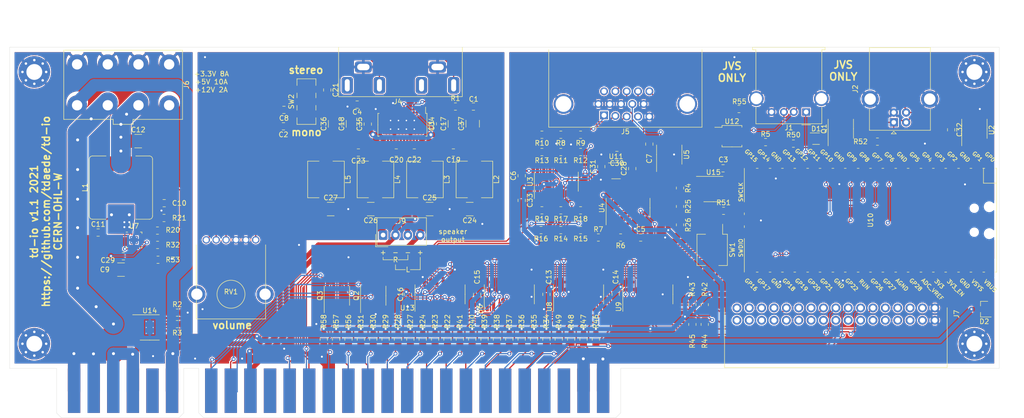
<source format=kicad_pcb>
(kicad_pcb (version 20171130) (host pcbnew 5.1.9-1.fc33)
  (layers (0 F.Cu signal) (31 B.Cu signal) (34 B.Paste user) (35 F.Paste user) (36 B.SilkS user) (37 F.SilkS user) (38 B.Mask user) (39 F.Mask user) (44 Edge.Cuts user))
  (net 0 "")
  (net 1 GND)
  (net 2 +12V)
  (net 3 "Net-(C2-Pad2)")
  (net 4 "Net-(C2-Pad1)")
  (net 5 +5V)
  (net 6 "Net-(C7-Pad1)")
  (net 7 "Net-(C8-Pad2)")
  (net 8 "Net-(C8-Pad1)")
  (net 9 +3V3)
  (net 10 "Net-(D2-Pad2)")
  (net 11 "Net-(D2-Pad1)")
  (net 12 "Net-(J1-Pad1)")
  (net 13 "Net-(J1-Pad2)")
  (net 14 "Net-(J1-Pad3)")
  (net 15 "Net-(J2-Pad1)")
  (net 16 /p2_4)
  (net 17 /p2start)
  (net 18 /lockout1)
  (net 19 /p2up)
  (net 20 /jamma_green)
  (net 21 /p2right)
  (net 22 /jamma_sync)
  (net 23 /p2left)
  (net 24 /c2)
  (net 25 /p2down)
  (net 26 /p2_3)
  (net 27 /meter1)
  (net 28 /p2_1)
  (net 29 "Net-(J3-PadM)")
  (net 30 /p2_2)
  (net 31 /p1_4)
  (net 32 /p1_3)
  (net 33 /p1_2)
  (net 34 /p1_1)
  (net 35 /p1right)
  (net 36 /p1left)
  (net 37 /p1down)
  (net 38 /p1up)
  (net 39 /p1start)
  (net 40 /c1)
  (net 41 /jamma_blue)
  (net 42 /jamma_red)
  (net 43 "Net-(J3-Pad11)")
  (net 44 /speaker+)
  (net 45 /lockout2)
  (net 46 /meter2)
  (net 47 "Net-(J5-Pad15)")
  (net 48 /vga_hsync)
  (net 49 "Net-(J5-Pad12)")
  (net 50 /vga_vsync)
  (net 51 "Net-(J5-Pad4)")
  (net 52 /vga_blue)
  (net 53 /vga_green)
  (net 54 /vga_red)
  (net 55 "Net-(J6-Pad1)")
  (net 56 "Net-(J7-Pad1)")
  (net 57 "Net-(J7-Pad2)")
  (net 58 "Net-(J7-Pad3)")
  (net 59 "Net-(J7-Pad4)")
  (net 60 "Net-(J7-Pad5)")
  (net 61 "Net-(J7-Pad6)")
  (net 62 "Net-(J7-Pad7)")
  (net 63 "Net-(J7-Pad8)")
  (net 64 /p2_6)
  (net 65 "Net-(J7-Pad10)")
  (net 66 "Net-(J7-Pad11)")
  (net 67 "Net-(J7-Pad12)")
  (net 68 "Net-(J7-Pad13)")
  (net 69 "Net-(J7-Pad14)")
  (net 70 /p1_6)
  (net 71 "Net-(J7-Pad16)")
  (net 72 /p1_5)
  (net 73 "Net-(J7-Pad18)")
  (net 74 "Net-(J7-Pad20)")
  (net 75 "Net-(J7-Pad22)")
  (net 76 /p2_5)
  (net 77 "Net-(J7-Pad24)")
  (net 78 "Net-(J7-Pad25)")
  (net 79 "Net-(J7-Pad26)")
  (net 80 "Net-(J7-Pad27)")
  (net 81 "Net-(J7-Pad28)")
  (net 82 "Net-(J7-Pad29)")
  (net 83 "Net-(J7-Pad30)")
  (net 84 "Net-(J7-Pad31)")
  (net 85 "Net-(J7-Pad32)")
  (net 86 /lockout1_ctl)
  (net 87 /meter1_ctl)
  (net 88 /lockout2_ctl)
  (net 89 /meter2_ctl)
  (net 90 /speaker-)
  (net 91 "Net-(R1-Pad1)")
  (net 92 "Net-(R11-Pad2)")
  (net 93 "Net-(R12-Pad2)")
  (net 94 "Net-(R13-Pad2)")
  (net 95 "Net-(R14-Pad1)")
  (net 96 "Net-(R15-Pad1)")
  (net 97 "Net-(R16-Pad1)")
  (net 98 "Net-(R25-Pad1)")
  (net 99 "Net-(SW1-Pad4)")
  (net 100 "Net-(SW1-Pad3)")
  (net 101 /jvs_tx)
  (net 102 /jvs_de)
  (net 103 /jvs_re)
  (net 104 /jvs_rx)
  (net 105 "Net-(U4-Pad3)")
  (net 106 /sr_clr)
  (net 107 /sr_clk)
  (net 108 /sr_data)
  (net 109 "Net-(U10-Pad43)")
  (net 110 "Net-(U10-Pad41)")
  (net 111 "Net-(U10-Pad25)")
  (net 112 "Net-(U10-Pad29)")
  (net 113 "Net-(U10-Pad30)")
  (net 114 "Net-(U10-Pad32)")
  (net 115 "Net-(U10-Pad34)")
  (net 116 "Net-(U10-Pad35)")
  (net 117 "Net-(U10-Pad37)")
  (net 118 "Net-(U10-Pad40)")
  (net 119 "Net-(C10-Pad1)")
  (net 120 "Net-(C11-Pad2)")
  (net 121 +3.3VP)
  (net 122 "Net-(R32-Pad2)")
  (net 123 "Net-(R20-Pad2)")
  (net 124 "Net-(U7-Pad11)")
  (net 125 "Net-(U7-Pad9)")
  (net 126 /SW)
  (net 127 "Net-(D1-Pad6)")
  (net 128 "Net-(D1-Pad2)")
  (net 129 "Net-(D1-Pad3)")
  (net 130 "Net-(D1-Pad1)")
  (net 131 "Net-(J3-Padd)")
  (net 132 "Net-(J3-Pad26)")
  (net 133 /sense_2.5v)
  (net 134 /sense_0v)
  (net 135 "Net-(R5-Pad2)")
  (net 136 "Net-(R55-Pad2)")
  (net 137 /termination)
  (net 138 /service)
  (net 139 /tilt)
  (net 140 /test)
  (net 141 "Net-(U13-Pad9)")
  (net 142 "Net-(U6-Pad9)")
  (net 143 "Net-(U6-Pad7)")
  (net 144 "Net-(U8-Pad9)")
  (net 145 "Net-(U8-Pad7)")
  (net 146 "Net-(U9-Pad7)")
  (net 147 "Net-(U13-Pad7)")
  (net 148 "Net-(C1-Pad2)")
  (net 149 "Net-(C4-Pad2)")
  (net 150 "Net-(C19-Pad2)")
  (net 151 "Net-(C20-Pad2)")
  (net 152 /speaker_r-)
  (net 153 "Net-(C21-Pad2)")
  (net 154 "Net-(C22-Pad2)")
  (net 155 "Net-(C23-Pad2)")
  (net 156 /speaker_r+)
  (net 157 "Net-(U1-Pad13)")
  (net 158 "Net-(U1-Pad1)")
  (net 159 "Net-(J3-PadE)")
  (net 160 "Net-(J3-Pad5)")
  (net 161 -5V)
  (net 162 +5VL)
  (net 163 "Net-(C19-Pad1)")
  (net 164 "Net-(C20-Pad1)")
  (net 165 "Net-(C22-Pad1)")
  (net 166 "Net-(C23-Pad1)")
  (net 167 /l_in)
  (net 168 /r_in)
  (net 169 "Net-(Q1-Pad5)")
  (net 170 "Net-(Q1-Pad4)")
  (net 171 "Net-(Q1-Pad3)")
  (net 172 "Net-(U4-Pad11)")
  (net 173 "Net-(U4-Pad8)")
  (net 174 "Net-(U10-Pad31)")
  (net 175 /sense_in_high)
  (net 176 /sense_in_low)
  (net 177 "Net-(U10-Pad9)")
  (net 178 "Net-(U10-Pad7)")
  (net 179 "Net-(U10-Pad6)")
  (net 180 "Net-(C30-Pad1)")
  (net 181 "Net-(C30-Pad2)")
  (net 182 "Net-(R2-Pad1)")
  (net 183 "Net-(R3-Pad1)")
  (net 184 "Net-(U14-Pad6)")
  (net 185 "Net-(U14-Pad2)")
  (net 186 "Net-(R25-Pad2)")
  (net 187 "Net-(J5-Pad11)")
  (net 188 "Net-(SW2-Pad3)")
  (module Button_Switch_SMD:SW_DPDT_CK_JS202011JCQN (layer F.Cu) (at 132 93 90)
    (fp_text reference SW2 (at 0 -3.05 90) (layer F.SilkS))
    (fp_text value SW_DPDT_x2)
    (pad 3 smd rect (at 2.5 -1.2 90) (size 1 1.6) (layers F.Cu F.Paste F.Mask) (net 188 "Net-(SW2-Pad3)"))
    (pad 2 smd rect (at 0 -1.2 90) (size 1 1.6) (layers F.Cu F.Paste F.Mask) (net 8 "Net-(C8-Pad1)"))
    (pad 1 smd rect (at -2.5 -1.2 90) (size 1 1.6) (layers F.Cu F.Paste F.Mask) (net 4 "Net-(C2-Pad1)"))
    (pad 6 smd rect (at 2.5 1.2 90) (size 1 1.6) (layers F.Cu F.Paste F.Mask))
    (pad 5 smd rect (at 0 1.2 90) (size 1 1.6) (layers F.Cu F.Paste F.Mask))
    (pad 4 smd rect (at -2.5 1.2 90) (size 1 1.6) (layers F.Cu F.Paste F.Mask))
  )
  (module Capacitor_SMD:C_1210_3225Metric (layer F.Cu) (at 165.6 97.475 90)
    (fp_text reference C37 (at 0 -2.3 90) (layer F.SilkS))
    (fp_text value "47uF 16V")
    (pad 2 smd roundrect (at 1.475 0 90) (size 1.15 2.7) (layers F.Cu F.Paste F.Mask) (roundrect_rratio 0.217391) (net 1 GND))
    (pad 1 smd roundrect (at -1.475 0 90) (size 1.15 2.7) (layers F.Cu F.Paste F.Mask) (roundrect_rratio 0.217391) (net 2 +12V))
  )
  (module Capacitor_SMD:C_1210_3225Metric (layer F.Cu) (at 137.8 97.5 90)
    (fp_text reference C36 (at 0 -2.3 90) (layer F.SilkS))
    (fp_text value "47uF 16V")
    (pad 2 smd roundrect (at 1.475 0 90) (size 1.15 2.7) (layers F.Cu F.Paste F.Mask) (roundrect_rratio 0.217391) (net 1 GND))
    (pad 1 smd roundrect (at -1.475 0 90) (size 1.15 2.7) (layers F.Cu F.Paste F.Mask) (roundrect_rratio 0.217391) (net 2 +12V))
  )
  (module Capacitor_SMD:C_0805_2012Metric (layer F.Cu) (at 144.4 97.55 90)
    (fp_text reference C35 (at 0 -1.68 90) (layer F.SilkS))
    (fp_text value 0.1uF)
    (pad 2 smd roundrect (at 0.95 0 90) (size 1 1.45) (layers F.Cu F.Paste F.Mask) (net 1 GND))
    (pad 1 smd roundrect (at -0.95 0 90) (size 1 1.45) (layers F.Cu F.Paste F.Mask) (net 2 +12V))
  )
  (module Capacitor_SMD:C_0805_2012Metric (layer F.Cu) (at 159 97.5 90)
    (fp_text reference C34 (at 0 -1.68 90) (layer F.SilkS))
    (fp_text value 0.1uF)
    (pad 2 smd roundrect (at 0.95 0 90) (size 1 1.45) (layers F.Cu F.Paste F.Mask) (net 1 GND))
    (pad 1 smd roundrect (at -0.95 0 90) (size 1 1.45) (layers F.Cu F.Paste F.Mask) (net 2 +12V))
  )
  (module Capacitor_SMD:C_1210_3225Metric (layer F.Cu) (at 141.4 97.5 90)
    (fp_text reference C18 (at 0 -2.3 90) (layer F.SilkS))
    (fp_text value "47uF 16V")
    (pad 2 smd roundrect (at 1.475 0 90) (size 1.15 2.7) (layers F.Cu F.Paste F.Mask) (roundrect_rratio 0.217391) (net 1 GND))
    (pad 1 smd roundrect (at -1.475 0 90) (size 1.15 2.7) (layers F.Cu F.Paste F.Mask) (roundrect_rratio 0.217391) (net 2 +12V))
  )
  (module Capacitor_SMD:C_1210_3225Metric (layer F.Cu) (at 162 97.5 90)
    (fp_text reference C17 (at 0 -2.3 90) (layer F.SilkS))
    (fp_text value "47uF 16V")
    (pad 2 smd roundrect (at 1.475 0 90) (size 1.15 2.7) (layers F.Cu F.Paste F.Mask) (roundrect_rratio 0.217391) (net 1 GND))
    (pad 1 smd roundrect (at -1.475 0 90) (size 1.15 2.7) (layers F.Cu F.Paste F.Mask) (roundrect_rratio 0.217391) (net 2 +12V))
  )
  (module Capacitor_SMD:C_0805_2012Metric (layer F.Cu) (at 175.5 113 270)
    (fp_text reference C33 (at 0 -1.68 90) (layer F.SilkS))
    (fp_text value 3.3uF)
    (pad 2 smd roundrect (at 0.95 0 270) (size 1 1.45) (layers F.Cu F.Paste F.Mask) (net 1 GND))
    (pad 1 smd roundrect (at -0.95 0 270) (size 1 1.45) (layers F.Cu F.Paste F.Mask) (net 5 +5V))
  )
  (module Capacitor_SMD:C_0805_2012Metric (layer F.Cu) (at 262.3 98.7 270)
    (fp_text reference C32 (at 0 -1.68 90) (layer F.SilkS))
    (fp_text value 0.1uF)
    (pad 2 smd roundrect (at 0.95 0 270) (size 1 1.45) (layers F.Cu F.Paste F.Mask) (net 1 GND))
    (pad 1 smd roundrect (at -0.95 0 270) (size 1 1.45) (layers F.Cu F.Paste F.Mask) (net 9 +3V3))
  )
  (module td-io:HTSSOP-28-1EP_4.4x9.7mm_P0.65mm_tpa3138_ThermalVias (layer F.Cu) (at 151.4 97.7 270)
    (fp_text reference U1 (at 0 -5.8 270) (layer F.SilkS))
    (fp_text value TPA3138D2)
    (pad 29 smd rect (at 0 0 270) (size 2.85 5.4) (layers B.Cu) (net 1 GND))
    (pad 29 thru_hole circle (at 0.875 2.4 270) (size 0.6 0.6) (drill 0.3) (layers *.Cu) (net 1 GND))
    (pad 29 thru_hole circle (at -0.875 2.4 270) (size 0.6 0.6) (drill 0.3) (layers *.Cu) (net 1 GND))
    (pad 29 thru_hole circle (at 0.875 0.8 270) (size 0.6 0.6) (drill 0.3) (layers *.Cu) (net 1 GND))
    (pad 29 thru_hole circle (at -0.875 0.8 270) (size 0.6 0.6) (drill 0.3) (layers *.Cu) (net 1 GND))
    (pad 29 thru_hole circle (at 0.875 -0.8 270) (size 0.6 0.6) (drill 0.3) (layers *.Cu) (net 1 GND))
    (pad 29 thru_hole circle (at -0.875 -0.8 270) (size 0.6 0.6) (drill 0.3) (layers *.Cu) (net 1 GND))
    (pad 29 thru_hole circle (at 0.875 -2.4 270) (size 0.6 0.6) (drill 0.3) (layers *.Cu) (net 1 GND))
    (pad 29 thru_hole circle (at -0.875 -2.4 270) (size 0.6 0.6) (drill 0.3) (layers *.Cu) (net 1 GND))
    (pad 29 smd rect (at 0 0 270) (size 2.34 3.04) (layers F.Cu F.Mask) (net 1 GND))
    (pad 28 smd roundrect (at 2.8625 -4.225 270) (size 1.475 0.4) (layers F.Cu F.Paste F.Mask) (net 2 +12V))
    (pad 27 smd roundrect (at 2.8625 -3.575 270) (size 1.475 0.4) (layers F.Cu F.Paste F.Mask) (net 2 +12V))
    (pad 26 smd roundrect (at 2.8625 -2.925 270) (size 1.475 0.4) (layers F.Cu F.Paste F.Mask) (net 150 "Net-(C19-Pad2)"))
    (pad 25 smd roundrect (at 2.8625 -2.275 270) (size 1.475 0.4) (layers F.Cu F.Paste F.Mask) (net 163 "Net-(C19-Pad1)"))
    (pad 24 smd roundrect (at 2.8625 -1.625 270) (size 1.475 0.4) (layers F.Cu F.Paste F.Mask) (net 1 GND))
    (pad 23 smd roundrect (at 2.8625 -0.975 270) (size 1.475 0.4) (layers F.Cu F.Paste F.Mask) (net 165 "Net-(C22-Pad1)"))
    (pad 22 smd roundrect (at 2.8625 -0.325 270) (size 1.475 0.4) (layers F.Cu F.Paste F.Mask) (net 154 "Net-(C22-Pad2)"))
    (pad 21 smd roundrect (at 2.8625 0.325 270) (size 1.475 0.4) (layers F.Cu F.Paste F.Mask) (net 151 "Net-(C20-Pad2)"))
    (pad 20 smd roundrect (at 2.8625 0.975 270) (size 1.475 0.4) (layers F.Cu F.Paste F.Mask) (net 164 "Net-(C20-Pad1)"))
    (pad 19 smd roundrect (at 2.8625 1.625 270) (size 1.475 0.4) (layers F.Cu F.Paste F.Mask) (net 1 GND))
    (pad 18 smd roundrect (at 2.8625 2.275 270) (size 1.475 0.4) (layers F.Cu F.Paste F.Mask) (net 166 "Net-(C23-Pad1)"))
    (pad 17 smd roundrect (at 2.8625 2.925 270) (size 1.475 0.4) (layers F.Cu F.Paste F.Mask) (net 155 "Net-(C23-Pad2)"))
    (pad 16 smd roundrect (at 2.8625 3.575 270) (size 1.475 0.4) (layers F.Cu F.Paste F.Mask) (net 2 +12V))
    (pad 15 smd roundrect (at 2.8625 4.225 270) (size 1.475 0.4) (layers F.Cu F.Paste F.Mask) (net 2 +12V))
    (pad 14 smd roundrect (at -2.8625 4.225 270) (size 1.475 0.4) (layers F.Cu F.Paste F.Mask) (net 1 GND))
    (pad 13 smd roundrect (at -2.8625 3.575 270) (size 1.475 0.4) (layers F.Cu F.Paste F.Mask) (net 157 "Net-(U1-Pad13)"))
    (pad 12 smd roundrect (at -2.8625 2.925 270) (size 1.475 0.4) (layers F.Cu F.Paste F.Mask) (net 8 "Net-(C8-Pad1)"))
    (pad 11 smd roundrect (at -2.8625 2.275 270) (size 1.475 0.4) (layers F.Cu F.Paste F.Mask) (net 149 "Net-(C4-Pad2)"))
    (pad 10 smd roundrect (at -2.8625 1.625 270) (size 1.475 0.4) (layers F.Cu F.Paste F.Mask) (net 1 GND))
    (pad 9 smd roundrect (at -2.8625 0.975 270) (size 1.475 0.4) (layers F.Cu F.Paste F.Mask) (net 153 "Net-(C21-Pad2)"))
    (pad 8 smd roundrect (at -2.8625 0.325 270) (size 1.475 0.4) (layers F.Cu F.Paste F.Mask) (net 1 GND))
    (pad 7 smd roundrect (at -2.8625 -0.325 270) (size 1.475 0.4) (layers F.Cu F.Paste F.Mask) (net 2 +12V))
    (pad 6 smd roundrect (at -2.8625 -0.975 270) (size 1.475 0.4) (layers F.Cu F.Paste F.Mask) (net 1 GND))
    (pad 5 smd roundrect (at -2.8625 -1.625 270) (size 1.475 0.4) (layers F.Cu F.Paste F.Mask) (net 1 GND))
    (pad 4 smd roundrect (at -2.8625 -2.275 270) (size 1.475 0.4) (layers F.Cu F.Paste F.Mask) (net 148 "Net-(C1-Pad2)"))
    (pad 3 smd roundrect (at -2.8625 -2.925 270) (size 1.475 0.4) (layers F.Cu F.Paste F.Mask) (net 4 "Net-(C2-Pad1)"))
    (pad 2 smd roundrect (at -2.8625 -3.575 270) (size 1.475 0.4) (layers F.Cu F.Paste F.Mask) (net 91 "Net-(R1-Pad1)"))
    (pad 1 smd roundrect (at -2.8625 -4.225 270) (size 1.475 0.4) (layers F.Cu F.Paste F.Mask) (net 158 "Net-(U1-Pad1)"))
  )
  (module Capacitor_SMD:C_1210_3225Metric (layer F.Cu) (at 98 101)
    (fp_text reference C12 (at 0 -2.3) (layer F.SilkS))
    (fp_text value 100uF)
    (pad 2 smd roundrect (at 1.475 0) (size 1.15 2.7) (layers F.Cu F.Paste F.Mask) (roundrect_rratio 0.217391) (net 1 GND))
    (pad 1 smd roundrect (at -1.475 0) (size 1.15 2.7) (layers F.Cu F.Paste F.Mask) (roundrect_rratio 0.217391) (net 121 +3.3VP))
  )
  (module Resistor_SMD:R_0805_2012Metric (layer F.Cu) (at 207.5 117.9375 270)
    (fp_text reference R26 (at 0 -1.65 90) (layer F.SilkS))
    (fp_text value 10k)
    (pad 2 smd roundrect (at 0.9125 0 270) (size 1.025 1.4) (layers F.Cu F.Paste F.Mask) (roundrect_rratio 0.243902) (net 1 GND))
    (pad 1 smd roundrect (at -0.9125 0 270) (size 1.025 1.4) (layers F.Cu F.Paste F.Mask) (roundrect_rratio 0.243902) (net 186 "Net-(R25-Pad2)"))
  )
  (module Resistor_SMD:R_0805_2012Metric (layer F.Cu) (at 207.5 114.2125 270)
    (fp_text reference R25 (at 0 -1.65 90) (layer F.SilkS))
    (fp_text value 20k)
    (pad 2 smd roundrect (at 0.9125 0 270) (size 1.025 1.4) (layers F.Cu F.Paste F.Mask) (roundrect_rratio 0.243902) (net 186 "Net-(R25-Pad2)"))
    (pad 1 smd roundrect (at -0.9125 0 270) (size 1.025 1.4) (layers F.Cu F.Paste F.Mask) (roundrect_rratio 0.243902) (net 98 "Net-(R25-Pad1)"))
  )
  (module Resistor_SMD:R_0805_2012Metric (layer F.Cu) (at 207.5 110.4875 270)
    (fp_text reference R4 (at 0 -1.65 90) (layer F.SilkS))
    (fp_text value 10k)
    (pad 2 smd roundrect (at 0.9125 0 270) (size 1.025 1.4) (layers F.Cu F.Paste F.Mask) (roundrect_rratio 0.243902) (net 98 "Net-(R25-Pad1)"))
    (pad 1 smd roundrect (at -0.9125 0 270) (size 1.025 1.4) (layers F.Cu F.Paste F.Mask) (roundrect_rratio 0.243902) (net 5 +5V))
  )
  (module Resistor_SMD:R_0805_2012Metric (layer F.Cu) (at 105.8875 138.025)
    (fp_text reference R3 (at 0 1.775) (layer F.SilkS))
    (fp_text value 1k)
    (pad 2 smd roundrect (at 0.9125 0) (size 1.025 1.4) (layers F.Cu F.Paste F.Mask) (roundrect_rratio 0.243902) (net 1 GND))
    (pad 1 smd roundrect (at -0.9125 0) (size 1.025 1.4) (layers F.Cu F.Paste F.Mask) (roundrect_rratio 0.243902) (net 183 "Net-(R3-Pad1)"))
  )
  (module Resistor_SMD:R_0805_2012Metric (layer F.Cu) (at 105.9 135.7)
    (fp_text reference R2 (at 0 -1.65) (layer F.SilkS))
    (fp_text value 400k)
    (pad 2 smd roundrect (at 0.9125 0) (size 1.025 1.4) (layers F.Cu F.Paste F.Mask) (roundrect_rratio 0.243902) (net 1 GND))
    (pad 1 smd roundrect (at -0.9125 0) (size 1.025 1.4) (layers F.Cu F.Paste F.Mask) (roundrect_rratio 0.243902) (net 182 "Net-(R2-Pad1)"))
  )
  (module td-io:DSUB-15-HD_Female_Horizontal_P2.29x2.5mm_EdgePinOffset8.35mm_Housed_MountingHolesOffset10.89mm (layer F.Cu) (at 192.145 94.75 180)
    (fp_text reference J5 (at -4.318 -4.318) (layer F.SilkS))
    (fp_text value DB15_Female_HighDensity_MountingHoles)
    (pad 0 thru_hole circle (at 8.185 1.27 180) (size 4 4) (drill 3.2) (layers *.Cu *.Mask) (net 1 GND))
    (pad 0 thru_hole circle (at -16.815 1.27 180) (size 4 4) (drill 3.2) (layers *.Cu *.Mask) (net 1 GND))
    (pad 15 thru_hole circle (at -9.16 3.833 180) (size 1.6 1.6) (drill 1) (layers *.Cu *.Mask) (net 47 "Net-(J5-Pad15)"))
    (pad 14 thru_hole circle (at -6.87 3.833 180) (size 1.6 1.6) (drill 1) (layers *.Cu *.Mask) (net 50 /vga_vsync))
    (pad 13 thru_hole circle (at -4.58 3.833 180) (size 1.6 1.6) (drill 1) (layers *.Cu *.Mask) (net 48 /vga_hsync))
    (pad 12 thru_hole circle (at -2.29 3.833 180) (size 1.6 1.6) (drill 1) (layers *.Cu *.Mask) (net 49 "Net-(J5-Pad12)"))
    (pad 11 thru_hole circle (at 0 3.833 180) (size 1.6 1.6) (drill 1) (layers *.Cu *.Mask) (net 187 "Net-(J5-Pad11)"))
    (pad 10 thru_hole circle (at -8.015 1.27 180) (size 1.6 1.6) (drill 1) (layers *.Cu *.Mask) (net 1 GND))
    (pad 9 thru_hole circle (at -5.715 1.27 180) (size 1.6 1.6) (drill 1) (layers *.Cu *.Mask) (net 6 "Net-(C7-Pad1)"))
    (pad 8 thru_hole circle (at -3.435 1.27 180) (size 1.6 1.6) (drill 1) (layers *.Cu *.Mask) (net 1 GND))
    (pad 7 thru_hole circle (at -1.145 1.27 180) (size 1.6 1.6) (drill 1) (layers *.Cu *.Mask) (net 1 GND))
    (pad 6 thru_hole circle (at 1.145 1.27 180) (size 1.6 1.6) (drill 1) (layers *.Cu *.Mask) (net 1 GND))
    (pad 5 thru_hole circle (at -9.16 -1.27 180) (size 1.6 1.6) (drill 1) (layers *.Cu *.Mask) (net 1 GND))
    (pad 4 thru_hole circle (at -6.87 -1.27 180) (size 1.6 1.6) (drill 1) (layers *.Cu *.Mask) (net 51 "Net-(J5-Pad4)"))
    (pad 3 thru_hole circle (at -4.572 -1.27 180) (size 1.6 1.6) (drill 1) (layers *.Cu *.Mask) (net 52 /vga_blue))
    (pad 2 thru_hole circle (at -2.286 -1.143 180) (size 1.6 1.6) (drill 1) (layers *.Cu *.Mask) (net 53 /vga_green))
    (pad 1 thru_hole rect (at 0 -1.016 180) (size 1.6 1.6) (drill 1) (layers *.Cu *.Mask) (net 54 /vga_red))
  )
  (module Capacitor_SMD:C_0805_2012Metric (layer F.Cu) (at 191.59 106.15 90)
    (fp_text reference C31 (at 0 -1.68 90) (layer F.SilkS))
    (fp_text value 3.3uF)
    (pad 2 smd roundrect (at 0.95 0 90) (size 1 1.45) (layers F.Cu F.Paste F.Mask) (net 1 GND))
    (pad 1 smd roundrect (at -0.95 0 90) (size 1 1.45) (layers F.Cu F.Paste F.Mask) (net 161 -5V))
  )
  (module Capacitor_SMD:C_0805_2012Metric (layer F.Cu) (at 194.75 103.8 180)
    (fp_text reference C30 (at 0 -1.68) (layer F.SilkS))
    (fp_text value 3.3uF)
    (pad 2 smd roundrect (at 0.95 0 180) (size 1 1.45) (layers F.Cu F.Paste F.Mask) (net 181 "Net-(C30-Pad2)"))
    (pad 1 smd roundrect (at -0.95 0 180) (size 1 1.45) (layers F.Cu F.Paste F.Mask) (net 180 "Net-(C30-Pad1)"))
  )
  (module Capacitor_SMD:C_0805_2012Metric (layer F.Cu) (at 95 124.3)
    (fp_text reference C29 (at -3.15 0.8) (layer F.SilkS))
    (fp_text value 0.1uF)
    (pad 2 smd roundrect (at 0.95 0) (size 1 1.45) (layers F.Cu F.Paste F.Mask) (net 1 GND))
    (pad 1 smd roundrect (at -0.95 0) (size 1 1.45) (layers F.Cu F.Paste F.Mask) (net 162 +5VL))
  )
  (module Capacitor_SMD:C_0805_2012Metric (layer F.Cu) (at 197.85 106.55 90)
    (fp_text reference C28 (at 0 -1.68 90) (layer F.SilkS))
    (fp_text value 3.3uF)
    (pad 2 smd roundrect (at 0.95 0 90) (size 1 1.45) (layers F.Cu F.Paste F.Mask) (net 1 GND))
    (pad 1 smd roundrect (at -0.95 0 90) (size 1 1.45) (layers F.Cu F.Paste F.Mask) (net 5 +5V))
  )
  (module Package_SO:SOIC-8_3.9x4.9mm_P1.27mm (layer F.Cu) (at 214.25 110.7)
    (fp_text reference U15 (at 0 -3.4) (layer F.SilkS))
    (fp_text value LM2903)
    (pad 8 smd roundrect (at 2.475 -1.905) (size 1.95 0.6) (layers F.Cu F.Paste F.Mask) (net 5 +5V))
    (pad 7 smd roundrect (at 2.475 -0.635) (size 1.95 0.6) (layers F.Cu F.Paste F.Mask) (net 175 /sense_in_high))
    (pad 6 smd roundrect (at 2.475 0.635) (size 1.95 0.6) (layers F.Cu F.Paste F.Mask) (net 98 "Net-(R25-Pad1)"))
    (pad 5 smd roundrect (at 2.475 1.905) (size 1.95 0.6) (layers F.Cu F.Paste F.Mask) (net 12 "Net-(J1-Pad1)"))
    (pad 4 smd roundrect (at -2.475 1.905) (size 1.95 0.6) (layers F.Cu F.Paste F.Mask) (net 1 GND))
    (pad 3 smd roundrect (at -2.475 0.635) (size 1.95 0.6) (layers F.Cu F.Paste F.Mask) (net 12 "Net-(J1-Pad1)"))
    (pad 2 smd roundrect (at -2.475 -0.635) (size 1.95 0.6) (layers F.Cu F.Paste F.Mask) (net 186 "Net-(R25-Pad2)"))
    (pad 1 smd roundrect (at -2.475 -1.905) (size 1.95 0.6) (layers F.Cu F.Paste F.Mask) (net 176 /sense_in_low))
  )
  (module Package_SO:SOIC-8-1EP_3.9x4.9mm_P1.27mm_EP2.41x3.3mm_ThermalVias (layer F.Cu) (at 100.325 138.7)
    (fp_text reference U14 (at 0 -3.4) (layer F.SilkS))
    (fp_text value TPS259620)
    (pad 9 smd rect (at 0 0) (size 1.9 2.9) (layers B.Cu) (net 1 GND))
    (pad 9 thru_hole circle (at 0.7 1.2) (size 0.5 0.5) (drill 0.2) (layers *.Cu) (net 1 GND))
    (pad 9 thru_hole circle (at -0.7 1.2) (size 0.5 0.5) (drill 0.2) (layers *.Cu) (net 1 GND))
    (pad 9 thru_hole circle (at 0.7 0) (size 0.5 0.5) (drill 0.2) (layers *.Cu) (net 1 GND))
    (pad 9 thru_hole circle (at -0.7 0) (size 0.5 0.5) (drill 0.2) (layers *.Cu) (net 1 GND))
    (pad 9 thru_hole circle (at 0.7 -1.2) (size 0.5 0.5) (drill 0.2) (layers *.Cu) (net 1 GND))
    (pad 9 thru_hole circle (at -0.7 -1.2) (size 0.5 0.5) (drill 0.2) (layers *.Cu) (net 1 GND))
    (pad 9 smd rect (at 0 0) (size 2.41 3.3) (layers F.Cu F.Mask) (net 1 GND))
    (pad 8 smd roundrect (at 2.475 -1.905) (size 1.95 0.6) (layers F.Cu F.Paste F.Mask) (net 182 "Net-(R2-Pad1)"))
    (pad 7 smd roundrect (at 2.475 -0.635) (size 1.95 0.6) (layers F.Cu F.Paste F.Mask) (net 183 "Net-(R3-Pad1)"))
    (pad 6 smd roundrect (at 2.475 0.635) (size 1.95 0.6) (layers F.Cu F.Paste F.Mask) (net 184 "Net-(U14-Pad6)"))
    (pad 5 smd roundrect (at 2.475 1.905) (size 1.95 0.6) (layers F.Cu F.Paste F.Mask) (net 5 +5V))
    (pad 4 smd roundrect (at -2.475 1.905) (size 1.95 0.6) (layers F.Cu F.Paste F.Mask) (net 162 +5VL))
    (pad 3 smd roundrect (at -2.475 0.635) (size 1.95 0.6) (layers F.Cu F.Paste F.Mask) (net 162 +5VL))
    (pad 2 smd roundrect (at -2.475 -0.635) (size 1.95 0.6) (layers F.Cu F.Paste F.Mask) (net 185 "Net-(U14-Pad2)"))
    (pad 1 smd roundrect (at -2.475 -1.905) (size 1.95 0.6) (layers F.Cu F.Paste F.Mask) (net 1 GND))
  )
  (module Package_TO_SOT_SMD:SOT-23-6 (layer F.Cu) (at 194.57 107.01)
    (fp_text reference U11 (at 0 -2.9) (layer F.SilkS))
    (fp_text value LM2664M4)
    (pad 5 smd rect (at 1.1 0) (size 1.06 0.65) (layers F.Cu F.Paste F.Mask) (net 5 +5V))
    (pad 6 smd rect (at 1.1 -0.95) (size 1.06 0.65) (layers F.Cu F.Paste F.Mask) (net 180 "Net-(C30-Pad1)"))
    (pad 4 smd rect (at 1.1 0.95) (size 1.06 0.65) (layers F.Cu F.Paste F.Mask) (net 5 +5V))
    (pad 3 smd rect (at -1.1 0.95) (size 1.06 0.65) (layers F.Cu F.Paste F.Mask) (net 181 "Net-(C30-Pad2)"))
    (pad 2 smd rect (at -1.1 0) (size 1.06 0.65) (layers F.Cu F.Paste F.Mask) (net 161 -5V))
    (pad 1 smd rect (at -1.1 -0.95) (size 1.06 0.65) (layers F.Cu F.Paste F.Mask) (net 1 GND))
  )
  (module td-io:RJE-20 (layer F.Cu) (at 97.15 121)
    (fp_text reference U7 (at 0 -2.82) (layer F.SilkS))
    (fp_text value TPS568230)
    (pad 21 smd rect (at 0 0) (size 1.55 1.55) (layers B.Cu) (net 1 GND))
    (pad 21 thru_hole circle (at 0.525 0.525) (size 0.5 0.5) (drill 0.2) (layers *.Cu) (net 1 GND))
    (pad 21 thru_hole circle (at -0.525 0.525) (size 0.5 0.5) (drill 0.2) (layers *.Cu) (net 1 GND))
    (pad 21 thru_hole circle (at 0.525 -0.525) (size 0.5 0.5) (drill 0.2) (layers *.Cu) (net 1 GND))
    (pad 21 thru_hole circle (at -0.525 -0.525) (size 0.5 0.5) (drill 0.2) (layers *.Cu) (net 1 GND))
    (pad 21 smd rect (at 0.123 0) (size 0.926 0.975) (layers F.Cu F.Mask) (net 1 GND))
    (pad 20 smd custom (at -0.9 -1.45) (size 0.143934 0.143934) (layers F.Cu F.Paste F.Mask) (net 126 /SW) (options (clearance outline) (anchor circle)) (primitives (gr_poly (pts (xy -0.075 -0.375) (xy 0.075 -0.375) (xy 0.075 0.375) (xy 0.045711 0.375) (xy -0.075 0.254289)) (width 0.1))))
    (pad 19 smd roundrect (at -0.45 -1.45) (size 0.25 0.85) (layers F.Cu F.Paste F.Mask) (net 126 /SW))
    (pad 18 smd roundrect (at 0 -1.45) (size 0.25 0.85) (layers F.Cu F.Paste F.Mask) (net 1 GND))
    (pad 17 smd roundrect (at 0.45 -1.45) (size 0.25 0.85) (layers F.Cu F.Paste F.Mask) (net 119 "Net-(C10-Pad1)"))
    (pad 16 smd custom (at 0.9 -1.45) (size 0.143934 0.143934) (layers F.Cu F.Paste F.Mask) (options (clearance outline) (anchor circle)) (primitives (gr_poly (pts (xy -0.075 -0.375) (xy 0.075 -0.375) (xy 0.075 0.254289) (xy -0.045711 0.375) (xy -0.075 0.375)) (width 0.1))))
    (pad 15 smd custom (at 1.45 -0.9) (size 0.143934 0.143934) (layers F.Cu F.Paste F.Mask) (net 123 "Net-(R20-Pad2)") (options (clearance outline) (anchor circle)) (primitives (gr_poly (pts (xy -0.375 0.045711) (xy -0.254289 -0.075) (xy 0.375 -0.075) (xy 0.375 0.075) (xy -0.375 0.075)) (width 0.1))))
    (pad 14 smd roundrect (at 1.45 -0.45) (size 0.85 0.25) (layers F.Cu F.Paste F.Mask) (net 122 "Net-(R32-Pad2)"))
    (pad 13 smd roundrect (at 1.45 0) (size 0.85 0.25) (layers F.Cu F.Paste F.Mask) (net 1 GND))
    (pad 12 smd roundrect (at 1.45 0.45) (size 0.85 0.25) (layers F.Cu F.Paste F.Mask) (net 162 +5VL))
    (pad 11 smd custom (at 1.45 0.9) (size 0.143934 0.143934) (layers F.Cu F.Paste F.Mask) (net 124 "Net-(U7-Pad11)") (options (clearance outline) (anchor circle)) (primitives (gr_poly (pts (xy -0.375 -0.075) (xy 0.375 -0.075) (xy 0.375 0.075) (xy -0.254289 0.075) (xy -0.375 -0.045711)) (width 0.1))))
    (pad 10 smd custom (at 0.9 1.45) (size 0.143934 0.143934) (layers F.Cu F.Paste F.Mask) (options (clearance outline) (anchor circle)) (primitives (gr_poly (pts (xy -0.075 -0.375) (xy -0.045711 -0.375) (xy 0.075 -0.254289) (xy 0.075 0.375) (xy -0.075 0.375)) (width 0.1))))
    (pad 9 smd roundrect (at 0.45 1.45) (size 0.25 0.85) (layers F.Cu F.Paste F.Mask) (net 125 "Net-(U7-Pad9)"))
    (pad 8 smd roundrect (at 0 1.45) (size 0.25 0.85) (layers F.Cu F.Paste F.Mask) (net 1 GND))
    (pad 7 smd roundrect (at -0.45 1.45) (size 0.25 0.85) (layers F.Cu F.Paste F.Mask) (net 1 GND))
    (pad 6 smd custom (at -0.9 1.45) (size 0.143934 0.143934) (layers F.Cu F.Paste F.Mask) (net 126 /SW) (options (clearance outline) (anchor circle)) (primitives (gr_poly (pts (xy -0.075 -0.254289) (xy 0.045711 -0.375) (xy 0.075 -0.375) (xy 0.075 0.375) (xy -0.075 0.375)) (width 0.1))))
    (pad 5 smd custom (at -1.45 0.9) (size 0.143934 0.143934) (layers F.Cu F.Paste F.Mask) (net 162 +5VL) (options (clearance outline) (anchor circle)) (primitives (gr_poly (pts (xy -0.375 -0.075) (xy 0.375 -0.075) (xy 0.375 -0.045711) (xy 0.254289 0.075) (xy -0.375 0.075)) (width 0.1))))
    (pad 4 smd roundrect (at -1.45 0.45) (size 0.85 0.25) (layers F.Cu F.Paste F.Mask) (net 162 +5VL))
    (pad 3 smd roundrect (at -1.45 0) (size 0.85 0.25) (layers F.Cu F.Paste F.Mask) (net 162 +5VL))
    (pad 2 smd roundrect (at -1.45 -0.45) (size 0.85 0.25) (layers F.Cu F.Paste F.Mask) (net 162 +5VL))
    (pad 1 smd custom (at -1.45 -0.9) (size 0.143934 0.143934) (layers F.Cu F.Paste F.Mask) (net 120 "Net-(C11-Pad2)") (options (clearance outline) (anchor circle)) (primitives (gr_poly (pts (xy -0.375 -0.075) (xy 0.254289 -0.075) (xy 0.375 0.045711) (xy 0.375 0.075) (xy -0.375 0.075)) (width 0.1))))
  )
  (module Inductor_SMD:L_Bourns_SRR1260 (layer F.Cu) (at 94.5 110.4 90)
    (fp_text reference L1 (at 0 -7.25 90) (layer F.SilkS))
    (fp_text value 1.5uH)
    (pad 1 smd rect (at -4.85 0 90) (size 2.9 5.4) (layers F.Cu F.Paste F.Mask) (net 126 /SW))
    (pad 2 smd rect (at 4.85 0 90) (size 2.9 5.4) (layers F.Cu F.Paste F.Mask) (net 121 +3.3VP))
  )
  (module td-io:JST_SH_B4B-NH-A_1x04_P2.50mm_Vertical (layer F.Cu) (at 147.5 120)
    (fp_text reference J9 (at 3.75 -2.8) (layer F.SilkS))
    (fp_text value Conn_01x04_Male)
    (pad 4 thru_hole oval (at 7.5 0) (size 1.7 1.95) (drill 0.95) (layers *.Cu *.Mask) (net 44 /speaker+))
    (pad 3 thru_hole oval (at 5 0) (size 1.7 1.95) (drill 0.95) (layers *.Cu *.Mask) (net 152 /speaker_r-))
    (pad 2 thru_hole oval (at 2.5 0) (size 1.7 1.95) (drill 0.95) (layers *.Cu *.Mask) (net 90 /speaker-))
    (pad 1 thru_hole roundrect (at 0 0) (size 1.7 1.95) (drill 0.95) (layers *.Cu *.Mask) (roundrect_rratio 0.147059) (net 156 /speaker_r+))
  )
  (module td-io:PJRAN2X1U01AUX (layer F.Cu) (at 158.5 86 180)
    (fp_text reference J4 (at 8 -7) (layer F.SilkS))
    (fp_text value Conn_Coaxial_x2)
    (pad 5 thru_hole roundrect (at 18.25 -3.7 180) (size 2.3 3.4) (drill oval 1 2.5) (layers *.Cu *.Mask))
    (pad 2 thru_hole roundrect (at 11.75 -3.7 180) (size 2.3 3.4) (drill oval 1 2.5) (layers *.Cu *.Mask) (net 167 /l_in))
    (pad 3 thru_hole roundrect (at 0 0 180) (size 3.4 2.3) (drill oval 2.5 1.3) (layers *.Cu *.Mask) (net 1 GND))
    (pad 3 thru_hole roundrect (at 15 0 180) (size 3.4 2.3) (drill oval 2.5 1.3) (layers *.Cu *.Mask) (net 1 GND))
    (pad 1 thru_hole roundrect (at -3.25 -3.7 180) (size 2.3 3.4) (drill oval 1 2.5) (layers *.Cu *.Mask) (net 168 /r_in))
    (pad 4 thru_hole roundrect (at 3.25 -3.7 180) (size 2.3 3.4) (drill oval 1 2.5) (layers *.Cu *.Mask))
  )
  (module Capacitor_SMD:C_1210_3225Metric (layer F.Cu) (at 136.9 114.75)
    (fp_text reference C27 (at 0 -2.3) (layer F.SilkS))
    (fp_text value 2.2uF)
    (pad 2 smd roundrect (at 1.475 0) (size 1.15 2.7) (layers F.Cu F.Paste F.Mask) (roundrect_rratio 0.217391) (net 1 GND))
    (pad 1 smd roundrect (at -1.475 0) (size 1.15 2.7) (layers F.Cu F.Paste F.Mask) (roundrect_rratio 0.217391) (net 156 /speaker_r+))
  )
  (module Capacitor_SMD:C_1210_3225Metric (layer F.Cu) (at 145 114.75 180)
    (fp_text reference C26 (at 0 -2.3) (layer F.SilkS))
    (fp_text value 2.2uF)
    (pad 2 smd roundrect (at 1.475 0 180) (size 1.15 2.7) (layers F.Cu F.Paste F.Mask) (roundrect_rratio 0.217391) (net 1 GND))
    (pad 1 smd roundrect (at -1.475 0 180) (size 1.15 2.7) (layers F.Cu F.Paste F.Mask) (roundrect_rratio 0.217391) (net 152 /speaker_r-))
  )
  (module Capacitor_SMD:C_1210_3225Metric (layer F.Cu) (at 156.9 114.75)
    (fp_text reference C25 (at 0 -2.3) (layer F.SilkS))
    (fp_text value 2.2uF)
    (pad 2 smd roundrect (at 1.475 0) (size 1.15 2.7) (layers F.Cu F.Paste F.Mask) (roundrect_rratio 0.217391) (net 1 GND))
    (pad 1 smd roundrect (at -1.475 0) (size 1.15 2.7) (layers F.Cu F.Paste F.Mask) (roundrect_rratio 0.217391) (net 90 /speaker-))
  )
  (module Capacitor_SMD:C_1210_3225Metric (layer F.Cu) (at 165 114.75 180)
    (fp_text reference C24 (at 0 -2.3) (layer F.SilkS))
    (fp_text value 2.2uF)
    (pad 2 smd roundrect (at 1.475 0 180) (size 1.15 2.7) (layers F.Cu F.Paste F.Mask) (roundrect_rratio 0.217391) (net 1 GND))
    (pad 1 smd roundrect (at -1.475 0 180) (size 1.15 2.7) (layers F.Cu F.Paste F.Mask) (roundrect_rratio 0.217391) (net 44 /speaker+))
  )
  (module Capacitor_SMD:C_1210_3225Metric (layer F.Cu) (at 94.525 127)
    (fp_text reference C9 (at -3.275 0) (layer F.SilkS))
    (fp_text value 100uF)
    (pad 2 smd roundrect (at 1.475 0) (size 1.15 2.7) (layers F.Cu F.Paste F.Mask) (roundrect_rratio 0.217391) (net 1 GND))
    (pad 1 smd roundrect (at -1.475 0) (size 1.15 2.7) (layers F.Cu F.Paste F.Mask) (roundrect_rratio 0.217391) (net 162 +5VL))
  )
  (module td-io:RPi_Pico_SMD (layer F.Cu) (at 246 117 270)
    (fp_text reference U10 (at 0 0 90) (layer F.SilkS))
    (fp_text value Pico)
    (fp_text user SWDIO (at 5.6 26.2 90) (layer F.SilkS) (effects (font (size 0.8 0.8))))
    (fp_text user SWCLK (at -5.7 26.2 90) (layer F.SilkS) (effects (font (size 0.8 0.8))))
    (fp_text user AGND (at 13.054 -6.35 135) (layer F.SilkS) (effects (font (size 0.8 0.8))))
    (fp_text user GND (at 12.8 -19.05 135) (layer F.SilkS) (effects (font (size 0.8 0.8))))
    (fp_text user GND (at 12.8 6.35 135) (layer F.SilkS) (effects (font (size 0.8 0.8))))
    (fp_text user GND (at 12.8 19.05 135) (layer F.SilkS) (effects (font (size 0.8 0.8))))
    (fp_text user GND (at -12.8 19.05 135) (layer F.SilkS) (effects (font (size 0.8 0.8))))
    (fp_text user GND (at -12.8 6.35 135) (layer F.SilkS) (effects (font (size 0.8 0.8))))
    (fp_text user GND (at -12.8 -6.35 135) (layer F.SilkS) (effects (font (size 0.8 0.8))))
    (fp_text user GND (at -12.8 -19.05 135) (layer F.SilkS) (effects (font (size 0.8 0.8))))
    (fp_text user VBUS (at 13.3 -24.2 135) (layer F.SilkS) (effects (font (size 0.8 0.8))))
    (fp_text user VSYS (at 13.2 -21.59 135) (layer F.SilkS) (effects (font (size 0.8 0.8))))
    (fp_text user 3V3_EN (at 13.7 -17.2 135) (layer F.SilkS) (effects (font (size 0.8 0.8))))
    (fp_text user 3V3 (at 12.9 -13.9 135) (layer F.SilkS) (effects (font (size 0.8 0.8))))
    (fp_text user ADC_VREF (at 14 -12.5 135) (layer F.SilkS) (effects (font (size 0.8 0.8))))
    (fp_text user GP28 (at 13.054 -9.144 135) (layer F.SilkS) (effects (font (size 0.8 0.8))))
    (fp_text user GP27 (at 13.054 -3.8 135) (layer F.SilkS) (effects (font (size 0.8 0.8))))
    (fp_text user GP26 (at 13.054 -1.27 135) (layer F.SilkS) (effects (font (size 0.8 0.8))))
    (fp_text user RUN (at 13 1.27 135) (layer F.SilkS) (effects (font (size 0.8 0.8))))
    (fp_text user GP22 (at 13.054 3.81 135) (layer F.SilkS) (effects (font (size 0.8 0.8))))
    (fp_text user GP21 (at 13.054 8.9 135) (layer F.SilkS) (effects (font (size 0.8 0.8))))
    (fp_text user GP20 (at 13.054 11.43 135) (layer F.SilkS) (effects (font (size 0.8 0.8))))
    (fp_text user GP19 (at 13.054 13.97 135) (layer F.SilkS) (effects (font (size 0.8 0.8))))
    (fp_text user GP18 (at 13.054 16.51 135) (layer F.SilkS) (effects (font (size 0.8 0.8))))
    (fp_text user GP17 (at 13.054 21.59 135) (layer F.SilkS) (effects (font (size 0.8 0.8))))
    (fp_text user GP16 (at 13.054 24.13 135) (layer F.SilkS) (effects (font (size 0.8 0.8))))
    (fp_text user GP15 (at -13.054 24.13 135) (layer F.SilkS) (effects (font (size 0.8 0.8))))
    (fp_text user GP14 (at -13.1 21.59 135) (layer F.SilkS) (effects (font (size 0.8 0.8))))
    (fp_text user GP13 (at -13.054 16.51 135) (layer F.SilkS) (effects (font (size 0.8 0.8))))
    (fp_text user GP12 (at -13.2 13.97 135) (layer F.SilkS) (effects (font (size 0.8 0.8))))
    (fp_text user GP11 (at -13.2 11.43 135) (layer F.SilkS) (effects (font (size 0.8 0.8))))
    (fp_text user GP10 (at -13.054 8.89 135) (layer F.SilkS) (effects (font (size 0.8 0.8))))
    (fp_text user GP9 (at -12.8 3.81 135) (layer F.SilkS) (effects (font (size 0.8 0.8))))
    (fp_text user GP8 (at -12.8 1.27 135) (layer F.SilkS) (effects (font (size 0.8 0.8))))
    (fp_text user GP7 (at -12.7 -1.3 135) (layer F.SilkS) (effects (font (size 0.8 0.8))))
    (fp_text user GP6 (at -12.8 -3.81 135) (layer F.SilkS) (effects (font (size 0.8 0.8))))
    (fp_text user GP5 (at -12.8 -8.89 135) (layer F.SilkS) (effects (font (size 0.8 0.8))))
    (fp_text user GP4 (at -12.8 -11.43 135) (layer F.SilkS) (effects (font (size 0.8 0.8))))
    (fp_text user GP3 (at -12.8 -13.97 135) (layer F.SilkS) (effects (font (size 0.8 0.8))))
    (fp_text user GP0 (at -12.8 -24.13 135) (layer F.SilkS) (effects (font (size 0.8 0.8))))
    (fp_text user GP2 (at -12.9 -16.51 135) (layer F.SilkS) (effects (font (size 0.8 0.8))))
    (fp_text user GP1 (at -12.9 -21.6 135) (layer F.SilkS) (effects (font (size 0.8 0.8))))
    (pad 43 smd rect (at 2.54 23.9) (size 3.5 1.7) (drill (offset -0.9 0)) (layers F.Cu F.Paste F.Mask) (net 109 "Net-(U10-Pad43)"))
    (pad 42 smd rect (at 0 23.9) (size 3.5 1.7) (drill (offset -0.9 0)) (layers F.Cu F.Paste F.Mask) (net 1 GND))
    (pad 41 smd rect (at -2.54 23.9) (size 3.5 1.7) (drill (offset -0.9 0)) (layers F.Cu F.Paste F.Mask) (net 110 "Net-(U10-Pad41)"))
    (pad "" np_thru_hole oval (at 2.425 -20.97 270) (size 1.5 1.5) (drill 1.5) (layers *.Cu *.Mask))
    (pad "" np_thru_hole oval (at -2.425 -20.97 270) (size 1.5 1.5) (drill 1.5) (layers *.Cu *.Mask))
    (pad "" np_thru_hole oval (at 2.725 -24 270) (size 1.8 1.8) (drill 1.8) (layers *.Cu *.Mask))
    (pad "" np_thru_hole oval (at -2.725 -24 270) (size 1.8 1.8) (drill 1.8) (layers *.Cu *.Mask))
    (pad 21 smd rect (at 8.89 24.13 270) (size 3.5 1.7) (drill (offset 0.9 0)) (layers F.Cu F.Paste F.Mask) (net 99 "Net-(SW1-Pad4)"))
    (pad 22 smd rect (at 8.89 21.59 270) (size 3.5 1.7) (drill (offset 0.9 0)) (layers F.Cu F.Paste F.Mask) (net 100 "Net-(SW1-Pad3)"))
    (pad 23 smd rect (at 8.89 19.05 270) (size 3.5 1.7) (drill (offset 0.9 0)) (layers F.Cu F.Paste F.Mask) (net 1 GND))
    (pad 24 smd rect (at 8.89 16.51 270) (size 3.5 1.7) (drill (offset 0.9 0)) (layers F.Cu F.Paste F.Mask) (net 107 /sr_clk))
    (pad 25 smd rect (at 8.89 13.97 270) (size 3.5 1.7) (drill (offset 0.9 0)) (layers F.Cu F.Paste F.Mask) (net 111 "Net-(U10-Pad25)"))
    (pad 26 smd rect (at 8.89 11.43 270) (size 3.5 1.7) (drill (offset 0.9 0)) (layers F.Cu F.Paste F.Mask) (net 108 /sr_data))
    (pad 27 smd rect (at 8.89 8.89 270) (size 3.5 1.7) (drill (offset 0.9 0)) (layers F.Cu F.Paste F.Mask) (net 106 /sr_clr))
    (pad 28 smd rect (at 8.89 6.35 270) (size 3.5 1.7) (drill (offset 0.9 0)) (layers F.Cu F.Paste F.Mask) (net 1 GND))
    (pad 29 smd rect (at 8.89 3.81 270) (size 3.5 1.7) (drill (offset 0.9 0)) (layers F.Cu F.Paste F.Mask) (net 112 "Net-(U10-Pad29)"))
    (pad 30 smd rect (at 8.89 1.27 270) (size 3.5 1.7) (drill (offset 0.9 0)) (layers F.Cu F.Paste F.Mask) (net 113 "Net-(U10-Pad30)"))
    (pad 31 smd rect (at 8.89 -1.27 270) (size 3.5 1.7) (drill (offset 0.9 0)) (layers F.Cu F.Paste F.Mask) (net 174 "Net-(U10-Pad31)"))
    (pad 32 smd rect (at 8.89 -3.81 270) (size 3.5 1.7) (drill (offset 0.9 0)) (layers F.Cu F.Paste F.Mask) (net 114 "Net-(U10-Pad32)"))
    (pad 33 smd rect (at 8.89 -6.35 270) (size 3.5 1.7) (drill (offset 0.9 0)) (layers F.Cu F.Paste F.Mask) (net 1 GND))
    (pad 34 smd rect (at 8.89 -8.89 270) (size 3.5 1.7) (drill (offset 0.9 0)) (layers F.Cu F.Paste F.Mask) (net 115 "Net-(U10-Pad34)"))
    (pad 35 smd rect (at 8.89 -11.43 270) (size 3.5 1.7) (drill (offset 0.9 0)) (layers F.Cu F.Paste F.Mask) (net 116 "Net-(U10-Pad35)"))
    (pad 36 smd rect (at 8.89 -13.97 270) (size 3.5 1.7) (drill (offset 0.9 0)) (layers F.Cu F.Paste F.Mask) (net 9 +3V3))
    (pad 37 smd rect (at 8.89 -16.51 270) (size 3.5 1.7) (drill (offset 0.9 0)) (layers F.Cu F.Paste F.Mask) (net 117 "Net-(U10-Pad37)"))
    (pad 38 smd rect (at 8.89 -19.05 270) (size 3.5 1.7) (drill (offset 0.9 0)) (layers F.Cu F.Paste F.Mask) (net 1 GND))
    (pad 39 smd rect (at 8.89 -21.59 270) (size 3.5 1.7) (drill (offset 0.9 0)) (layers F.Cu F.Paste F.Mask) (net 10 "Net-(D2-Pad2)"))
    (pad 40 smd rect (at 8.89 -24.13 270) (size 3.5 1.7) (drill (offset 0.9 0)) (layers F.Cu F.Paste F.Mask) (net 118 "Net-(U10-Pad40)"))
    (pad 20 smd rect (at -8.89 24.13 270) (size 3.5 1.7) (drill (offset -0.9 0)) (layers F.Cu F.Paste F.Mask) (net 137 /termination))
    (pad 19 smd rect (at -8.89 21.59 270) (size 3.5 1.7) (drill (offset -0.9 0)) (layers F.Cu F.Paste F.Mask) (net 133 /sense_2.5v))
    (pad 18 smd rect (at -8.89 19.05 270) (size 3.5 1.7) (drill (offset -0.9 0)) (layers F.Cu F.Paste F.Mask) (net 1 GND))
    (pad 17 smd rect (at -8.89 16.51 270) (size 3.5 1.7) (drill (offset -0.9 0)) (layers F.Cu F.Paste F.Mask) (net 134 /sense_0v))
    (pad 16 smd rect (at -8.89 13.97 270) (size 3.5 1.7) (drill (offset -0.9 0)) (layers F.Cu F.Paste F.Mask) (net 176 /sense_in_low))
    (pad 15 smd rect (at -8.89 11.43 270) (size 3.5 1.7) (drill (offset -0.9 0)) (layers F.Cu F.Paste F.Mask) (net 175 /sense_in_high))
    (pad 14 smd rect (at -8.89 8.89 270) (size 3.5 1.7) (drill (offset -0.9 0)) (layers F.Cu F.Paste F.Mask) (net 88 /lockout2_ctl))
    (pad 13 smd rect (at -8.89 6.35 270) (size 3.5 1.7) (drill (offset -0.9 0)) (layers F.Cu F.Paste F.Mask) (net 1 GND))
    (pad 12 smd rect (at -8.89 3.81 270) (size 3.5 1.7) (drill (offset -0.9 0)) (layers F.Cu F.Paste F.Mask) (net 86 /lockout1_ctl))
    (pad 11 smd rect (at -8.89 1.27 270) (size 3.5 1.7) (drill (offset -0.9 0)) (layers F.Cu F.Paste F.Mask) (net 89 /meter2_ctl))
    (pad 10 smd rect (at -8.89 -1.27 270) (size 3.5 1.7) (drill (offset -0.9 0)) (layers F.Cu F.Paste F.Mask) (net 87 /meter1_ctl))
    (pad 9 smd rect (at -8.89 -3.81 270) (size 3.5 1.7) (drill (offset -0.9 0)) (layers F.Cu F.Paste F.Mask) (net 177 "Net-(U10-Pad9)"))
    (pad 8 smd rect (at -8.89 -6.35 270) (size 3.5 1.7) (drill (offset -0.9 0)) (layers F.Cu F.Paste F.Mask) (net 1 GND))
    (pad 7 smd rect (at -8.89 -8.89 270) (size 3.5 1.7) (drill (offset -0.9 0)) (layers F.Cu F.Paste F.Mask) (net 178 "Net-(U10-Pad7)"))
    (pad 6 smd rect (at -8.89 -11.43 270) (size 3.5 1.7) (drill (offset -0.9 0)) (layers F.Cu F.Paste F.Mask) (net 179 "Net-(U10-Pad6)"))
    (pad 5 smd rect (at -8.89 -13.97 270) (size 3.5 1.7) (drill (offset -0.9 0)) (layers F.Cu F.Paste F.Mask) (net 102 /jvs_de))
    (pad 4 smd rect (at -8.89 -16.51 270) (size 3.5 1.7) (drill (offset -0.9 0)) (layers F.Cu F.Paste F.Mask) (net 103 /jvs_re))
    (pad 3 smd rect (at -8.89 -19.05 270) (size 3.5 1.7) (drill (offset -0.9 0)) (layers F.Cu F.Paste F.Mask) (net 1 GND))
    (pad 2 smd rect (at -8.89 -21.59 270) (size 3.5 1.7) (drill (offset -0.9 0)) (layers F.Cu F.Paste F.Mask) (net 104 /jvs_rx))
    (pad 1 smd rect (at -8.89 -24.13 270) (size 3.5 1.7) (drill (offset -0.9 0)) (layers F.Cu F.Paste F.Mask) (net 101 /jvs_tx))
  )
  (module td-io:DF1BZ-34DP-2.5DS (layer F.Cu) (at 239 136 180)
    (fp_text reference J7 (at -24.4 0 90) (layer F.SilkS))
    (fp_text value Conn_02x17_Odd_Even)
    (pad 1 thru_hole circle (at 20 1.25 180) (size 1.8 1.8) (drill 1.1) (layers *.Cu *.Mask) (net 56 "Net-(J7-Pad1)"))
    (pad 2 thru_hole circle (at 20 -1.25 180) (size 1.8 1.8) (drill 1.1) (layers *.Cu *.Mask) (net 57 "Net-(J7-Pad2)"))
    (pad 3 thru_hole circle (at 17.5 1.25 180) (size 1.8 1.8) (drill 1.1) (layers *.Cu *.Mask) (net 58 "Net-(J7-Pad3)"))
    (pad 4 thru_hole circle (at 17.5 -1.25 180) (size 1.8 1.8) (drill 1.1) (layers *.Cu *.Mask) (net 59 "Net-(J7-Pad4)"))
    (pad 5 thru_hole circle (at 15 1.25 180) (size 1.8 1.8) (drill 1.1) (layers *.Cu *.Mask) (net 60 "Net-(J7-Pad5)"))
    (pad 6 thru_hole circle (at 15 -1.25 180) (size 1.8 1.8) (drill 1.1) (layers *.Cu *.Mask) (net 61 "Net-(J7-Pad6)"))
    (pad 7 thru_hole circle (at 12.5 1.25 180) (size 1.8 1.8) (drill 1.1) (layers *.Cu *.Mask) (net 62 "Net-(J7-Pad7)"))
    (pad 8 thru_hole circle (at 12.5 -1.25 180) (size 1.8 1.8) (drill 1.1) (layers *.Cu *.Mask) (net 63 "Net-(J7-Pad8)"))
    (pad 9 thru_hole circle (at 10 1.25 180) (size 1.8 1.8) (drill 1.1) (layers *.Cu *.Mask) (net 64 /p2_6))
    (pad 10 thru_hole circle (at 10 -1.25 180) (size 1.8 1.8) (drill 1.1) (layers *.Cu *.Mask) (net 65 "Net-(J7-Pad10)"))
    (pad 11 thru_hole circle (at 7.5 1.25 180) (size 1.8 1.8) (drill 1.1) (layers *.Cu *.Mask) (net 66 "Net-(J7-Pad11)"))
    (pad 12 thru_hole circle (at 7.5 -1.25 180) (size 1.8 1.8) (drill 1.1) (layers *.Cu *.Mask) (net 67 "Net-(J7-Pad12)"))
    (pad 13 thru_hole circle (at 5 1.25 180) (size 1.8 1.8) (drill 1.1) (layers *.Cu *.Mask) (net 68 "Net-(J7-Pad13)"))
    (pad 14 thru_hole circle (at 5 -1.25 180) (size 1.8 1.8) (drill 1.1) (layers *.Cu *.Mask) (net 69 "Net-(J7-Pad14)"))
    (pad 15 thru_hole circle (at 2.5 1.25 180) (size 1.8 1.8) (drill 1.1) (layers *.Cu *.Mask) (net 70 /p1_6))
    (pad 16 thru_hole circle (at 2.5 -1.25 180) (size 1.8 1.8) (drill 1.1) (layers *.Cu *.Mask) (net 71 "Net-(J7-Pad16)"))
    (pad 17 thru_hole circle (at 0 1.25 180) (size 1.8 1.8) (drill 1.1) (layers *.Cu *.Mask) (net 72 /p1_5))
    (pad 18 thru_hole circle (at 0 -1.25 180) (size 1.8 1.8) (drill 1.1) (layers *.Cu *.Mask) (net 73 "Net-(J7-Pad18)"))
    (pad 19 thru_hole circle (at -2.5 1.25 180) (size 1.8 1.8) (drill 1.1) (layers *.Cu *.Mask) (net 31 /p1_4))
    (pad 20 thru_hole circle (at -2.5 -1.25 180) (size 1.8 1.8) (drill 1.1) (layers *.Cu *.Mask) (net 74 "Net-(J7-Pad20)"))
    (pad 21 thru_hole circle (at -5 1.25 180) (size 1.8 1.8) (drill 1.1) (layers *.Cu *.Mask) (net 16 /p2_4))
    (pad 22 thru_hole circle (at -5 -1.25 180) (size 1.8 1.8) (drill 1.1) (layers *.Cu *.Mask) (net 75 "Net-(J7-Pad22)"))
    (pad 23 thru_hole circle (at -7.5 1.25 180) (size 1.8 1.8) (drill 1.1) (layers *.Cu *.Mask) (net 76 /p2_5))
    (pad 24 thru_hole circle (at -7.5 -1.25 180) (size 1.8 1.8) (drill 1.1) (layers *.Cu *.Mask) (net 77 "Net-(J7-Pad24)"))
    (pad 25 thru_hole circle (at -10 1.25 180) (size 1.8 1.8) (drill 1.1) (layers *.Cu *.Mask) (net 78 "Net-(J7-Pad25)"))
    (pad 26 thru_hole circle (at -10 -1.25 180) (size 1.8 1.8) (drill 1.1) (layers *.Cu *.Mask) (net 79 "Net-(J7-Pad26)"))
    (pad 27 thru_hole circle (at -12.5 1.25 180) (size 1.8 1.8) (drill 1.1) (layers *.Cu *.Mask) (net 80 "Net-(J7-Pad27)"))
    (pad 28 thru_hole circle (at -12.5 -1.25 180) (size 1.8 1.8) (drill 1.1) (layers *.Cu *.Mask) (net 81 "Net-(J7-Pad28)"))
    (pad 29 thru_hole circle (at -15 1.25 180) (size 1.8 1.8) (drill 1.1) (layers *.Cu *.Mask) (net 82 "Net-(J7-Pad29)"))
    (pad 30 thru_hole circle (at -15 -1.25 180) (size 1.8 1.8) (drill 1.1) (layers *.Cu *.Mask) (net 83 "Net-(J7-Pad30)"))
    (pad 31 thru_hole circle (at -17.5 1.25 180) (size 1.8 1.8) (drill 1.1) (layers *.Cu *.Mask) (net 84 "Net-(J7-Pad31)"))
    (pad 32 thru_hole circle (at -17.5 -1.25 180) (size 1.8 1.8) (drill 1.1) (layers *.Cu *.Mask) (net 85 "Net-(J7-Pad32)"))
    (pad 33 thru_hole circle (at -20 1.25 180) (size 1.8 1.8) (drill 1.1) (layers *.Cu *.Mask) (net 1 GND))
    (pad 34 thru_hole circle (at -20 -1.25 180) (size 1.8 1.8) (drill 1.1) (layers *.Cu *.Mask) (net 1 GND))
  )
  (module td-io:JAMMA (layer F.Cu) (at 138.5 156)
    (fp_text reference J3 hide)
    (fp_text value JAMMA_Edge)
    (pad D smd rect (at -41.58 -4.5) (size 2.5 9) (layers B.Cu B.Mask) (net 162 +5VL))
    (pad F smd rect (at -33.66 -4.5) (size 2.5 9) (layers B.Cu B.Mask) (net 2 +12V))
    (pad L smd rect (at -17.82 -4.5) (size 2.5 9) (layers B.Cu B.Mask) (net 90 /speaker-))
    (pad c smd rect (at 41.58 -4.5) (size 2.5 9) (layers B.Cu B.Mask) (net 16 /p2_4))
    (pad U smd rect (at 9.9 -4.5) (size 2.5 9) (layers B.Cu B.Mask) (net 17 /p2start))
    (pad R smd rect (at -1.98 -4.5) (size 2.5 9) (layers B.Cu B.Mask) (net 138 /service))
    (pad S smd rect (at 1.98 -4.5) (size 2.5 9) (layers B.Cu B.Mask) (net 139 /tilt))
    (pad e smd rect (at 49.5 -4.5) (size 2.5 9) (layers B.Cu B.Mask) (net 1 GND))
    (pad d smd rect (at 45.54 -4.5) (size 2.5 9) (layers B.Cu B.Mask) (net 131 "Net-(J3-Padd)"))
    (pad K smd rect (at -21.78 -4.5) (size 2.5 9) (layers B.Cu B.Mask) (net 18 /lockout1))
    (pad V smd rect (at 13.86 -4.5) (size 2.5 9) (layers B.Cu B.Mask) (net 19 /p2up))
    (pad N smd rect (at -9.9 -4.5) (size 2.5 9) (layers B.Cu B.Mask) (net 20 /jamma_green))
    (pad Y smd rect (at 25.74 -4.5) (size 2.5 9) (layers B.Cu B.Mask) (net 21 /p2right))
    (pad P smd rect (at -5.94 -4.5) (size 2.5 9) (layers B.Cu B.Mask) (net 22 /jamma_sync))
    (pad X smd rect (at 21.78 -4.5) (size 2.5 9) (layers B.Cu B.Mask) (net 23 /p2left))
    (pad E smd rect (at -37.62 -4.5) (size 2.5 9) (layers B.Cu B.Mask) (net 159 "Net-(J3-PadE)"))
    (pad T smd rect (at 5.94 -4.5) (size 2.5 9) (layers B.Cu B.Mask) (net 24 /c2))
    (pad W smd rect (at 17.82 -4.5) (size 2.5 9) (layers B.Cu B.Mask) (net 25 /p2down))
    (pad f smd rect (at 53.46 -4.5) (size 2.5 9) (layers B.Cu B.Mask) (net 1 GND))
    (pad b smd rect (at 37.62 -4.5) (size 2.5 9) (layers B.Cu B.Mask) (net 26 /p2_3))
    (pad J smd rect (at -25.74 -4.5) (size 2.5 9) (layers B.Cu B.Mask) (net 27 /meter1))
    (pad B smd rect (at -49.5 -4.5) (size 2.5 9) (layers B.Cu B.Mask) (net 1 GND))
    (pad Z smd rect (at 29.7 -4.5) (size 2.5 9) (layers B.Cu B.Mask) (net 28 /p2_1))
    (pad M smd rect (at -13.86 -4.5) (size 2.5 9) (layers B.Cu B.Mask) (net 29 "Net-(J3-PadM)"))
    (pad A smd rect (at -53.46 -4.5) (size 2.5 9) (layers B.Cu B.Mask) (net 1 GND))
    (pad a smd rect (at 33.66 -4.5) (size 2.5 9) (layers B.Cu B.Mask) (net 30 /p2_2))
    (pad C smd rect (at -45.54 -4.5) (size 2.5 9) (layers B.Cu B.Mask) (net 162 +5VL))
    (pad 28 smd rect (at 53.46 -4.5) (size 2.5 9) (layers F.Cu F.Mask) (net 1 GND))
    (pad 27 smd rect (at 49.5 -4.5) (size 2.5 9) (layers F.Cu F.Mask) (net 1 GND))
    (pad 26 smd rect (at 45.54 -4.5) (size 2.5 9) (layers F.Cu F.Mask) (net 132 "Net-(J3-Pad26)"))
    (pad 25 smd rect (at 41.58 -4.5) (size 2.5 9) (layers F.Cu F.Mask) (net 31 /p1_4))
    (pad 24 smd rect (at 37.62 -4.5) (size 2.5 9) (layers F.Cu F.Mask) (net 32 /p1_3))
    (pad 23 smd rect (at 33.66 -4.5) (size 2.5 9) (layers F.Cu F.Mask) (net 33 /p1_2))
    (pad 22 smd rect (at 29.7 -4.5) (size 2.5 9) (layers F.Cu F.Mask) (net 34 /p1_1))
    (pad 21 smd rect (at 25.74 -4.5) (size 2.5 9) (layers F.Cu F.Mask) (net 35 /p1right))
    (pad 20 smd rect (at 21.78 -4.5) (size 2.5 9) (layers F.Cu F.Mask) (net 36 /p1left))
    (pad 19 smd rect (at 17.82 -4.5) (size 2.5 9) (layers F.Cu F.Mask) (net 37 /p1down))
    (pad 18 smd rect (at 13.86 -4.5) (size 2.5 9) (layers F.Cu F.Mask) (net 38 /p1up))
    (pad 17 smd rect (at 9.9 -4.5) (size 2.5 9) (layers F.Cu F.Mask) (net 39 /p1start))
    (pad 16 smd rect (at 5.94 -4.5) (size 2.5 9) (layers F.Cu F.Mask) (net 40 /c1))
    (pad 15 smd rect (at 1.98 -4.5) (size 2.5 9) (layers F.Cu F.Mask) (net 140 /test))
    (pad 14 smd rect (at -1.98 -4.5) (size 2.5 9) (layers F.Cu F.Mask) (net 1 GND))
    (pad 13 smd rect (at -5.94 -4.5) (size 2.5 9) (layers F.Cu F.Mask) (net 41 /jamma_blue))
    (pad 12 smd rect (at -9.9 -4.5) (size 2.5 9) (layers F.Cu F.Mask) (net 42 /jamma_red))
    (pad 11 smd rect (at -13.86 -4.5) (size 2.5 9) (layers F.Cu F.Mask) (net 43 "Net-(J3-Pad11)"))
    (pad 10 smd rect (at -17.82 -4.5) (size 2.5 9) (layers F.Cu F.Mask) (net 44 /speaker+))
    (pad 9 smd rect (at -21.78 -4.5) (size 2.5 9) (layers F.Cu F.Mask) (net 45 /lockout2))
    (pad 8 smd rect (at -25.74 -4.5) (size 2.5 9) (layers F.Cu F.Mask) (net 46 /meter2))
    (pad 6 smd rect (at -33.66 -4.5) (size 2.5 9) (layers F.Cu F.Mask) (net 2 +12V))
    (pad 5 smd rect (at -37.62 -4.5) (size 2.5 9) (layers F.Cu F.Mask) (net 160 "Net-(J3-Pad5)"))
    (pad 4 smd rect (at -41.58 -4.5) (size 2.5 9) (layers F.Cu F.Mask) (net 162 +5VL))
    (pad 3 smd rect (at -45.54 -4.5) (size 2.5 9) (layers F.Cu F.Mask) (net 162 +5VL))
    (pad 2 smd rect (at -49.5 -4.5) (size 2.5 9) (layers F.Cu F.Mask) (net 1 GND))
    (pad 1 smd rect (at -53.46 -4.5) (size 2.5 9) (layers F.Cu F.Mask) (net 1 GND))
  )
  (module td-io:PTV112-4420A-A503 (layer F.Cu) (at 116.75 131.975 180)
    (fp_text reference RV1 (at 0 0.5) (layer F.SilkS))
    (fp_text value R_POT_Dual)
    (pad 5 thru_hole circle (at -5 11 180) (size 1.5 1.5) (drill 1) (layers *.Cu *.Mask) (net 7 "Net-(C8-Pad2)"))
    (pad 4 thru_hole circle (at -3 11 180) (size 1.5 1.5) (drill 1) (layers *.Cu *.Mask) (net 1 GND))
    (pad 6 thru_hole circle (at 5 11 180) (size 1.5 1.5) (drill 1) (layers *.Cu *.Mask) (net 168 /r_in))
    (pad 3 thru_hole circle (at 3 11 180) (size 1.5 1.5) (drill 1) (layers *.Cu *.Mask) (net 167 /l_in))
    (pad 2 thru_hole circle (at 1 11 180) (size 1.5 1.5) (drill 1) (layers *.Cu *.Mask) (net 3 "Net-(C2-Pad2)"))
    (pad 1 thru_hole circle (at -1 11 180) (size 1.5 1.5) (drill 1) (layers *.Cu *.Mask) (net 1 GND))
    (pad 0 thru_hole circle (at 6.9 0 180) (size 3.5 3.5) (drill 2.3) (layers *.Cu *.Mask))
    (pad 0 thru_hole circle (at -6.9 0 180) (size 3.5 3.5) (drill 2.3) (layers *.Cu *.Mask))
  )
  (module Resistor_SMD:R_0805_2012Metric (layer F.Cu) (at 162.1125 94)
    (fp_text reference R1 (at 0 -1.65) (layer F.SilkS))
    (fp_text value 10k)
    (pad 2 smd roundrect (at 0.9125 0) (size 1.025 1.4) (layers F.Cu F.Paste F.Mask) (roundrect_rratio 0.2439004878048781) (net 2 +12V))
    (pad 1 smd roundrect (at -0.9125 0) (size 1.025 1.4) (layers F.Cu F.Paste F.Mask) (roundrect_rratio 0.2439004878048781) (net 91 "Net-(R1-Pad1)"))
  )
  (module Package_SO:SOIC-8_3.9x4.9mm_P1.27mm (layer F.Cu) (at 138.155 132.275 90)
    (fp_text reference Q3 (at 0 -3.4 90) (layer F.SilkS))
    (fp_text value ZXMS6004DN8)
    (pad 8 smd roundrect (at 2.475 -1.905 90) (size 1.95 0.6) (layers F.Cu F.Paste F.Mask) (net 46 /meter2))
    (pad 7 smd roundrect (at 2.475 -0.635 90) (size 1.95 0.6) (layers F.Cu F.Paste F.Mask) (net 46 /meter2))
    (pad 6 smd roundrect (at 2.475 0.635 90) (size 1.95 0.6) (layers F.Cu F.Paste F.Mask) (net 45 /lockout2))
    (pad 5 smd roundrect (at 2.475 1.905 90) (size 1.95 0.6) (layers F.Cu F.Paste F.Mask) (net 45 /lockout2))
    (pad 4 smd roundrect (at -2.475 1.905 90) (size 1.95 0.6) (layers F.Cu F.Paste F.Mask) (net 88 /lockout2_ctl))
    (pad 3 smd roundrect (at -2.475 0.635 90) (size 1.95 0.6) (layers F.Cu F.Paste F.Mask) (net 1 GND))
    (pad 2 smd roundrect (at -2.475 -0.635 90) (size 1.95 0.6) (layers F.Cu F.Paste F.Mask) (net 89 /meter2_ctl))
    (pad 1 smd roundrect (at -2.475 -1.905 90) (size 1.95 0.6) (layers F.Cu F.Paste F.Mask) (net 1 GND))
  )
  (module Package_SO:SOIC-8_3.9x4.9mm_P1.27mm (layer F.Cu) (at 145.5 132.275 90)
    (fp_text reference Q2 (at 0 -3.4 90) (layer F.SilkS))
    (fp_text value ZXMS6004DN8)
    (pad 8 smd roundrect (at 2.475 -1.905 90) (size 1.95 0.6) (layers F.Cu F.Paste F.Mask) (net 27 /meter1))
    (pad 7 smd roundrect (at 2.475 -0.635 90) (size 1.95 0.6) (layers F.Cu F.Paste F.Mask) (net 27 /meter1))
    (pad 6 smd roundrect (at 2.475 0.635 90) (size 1.95 0.6) (layers F.Cu F.Paste F.Mask) (net 18 /lockout1))
    (pad 5 smd roundrect (at 2.475 1.905 90) (size 1.95 0.6) (layers F.Cu F.Paste F.Mask) (net 18 /lockout1))
    (pad 4 smd roundrect (at -2.475 1.905 90) (size 1.95 0.6) (layers F.Cu F.Paste F.Mask) (net 86 /lockout1_ctl))
    (pad 3 smd roundrect (at -2.475 0.635 90) (size 1.95 0.6) (layers F.Cu F.Paste F.Mask) (net 1 GND))
    (pad 2 smd roundrect (at -2.475 -0.635 90) (size 1.95 0.6) (layers F.Cu F.Paste F.Mask) (net 87 /meter1_ctl))
    (pad 1 smd roundrect (at -2.475 -1.905 90) (size 1.95 0.6) (layers F.Cu F.Paste F.Mask) (net 1 GND))
  )
  (module Inductor_SMD:L_7.3x7.3_H4.5 (layer F.Cu) (at 135.95 108.75 270)
    (fp_text reference L5 (at 0 -4.45 90) (layer F.SilkS))
    (fp_text value 15uH)
    (pad 2 smd rect (at 3.2 0 270) (size 1.5 2.2) (layers F.Cu F.Paste F.Mask) (net 156 /speaker_r+))
    (pad 1 smd rect (at -3.2 0 270) (size 1.5 2.2) (layers F.Cu F.Paste F.Mask) (net 166 "Net-(C23-Pad1)"))
  )
  (module Inductor_SMD:L_7.3x7.3_H4.5 (layer F.Cu) (at 145.95 108.75 270)
    (fp_text reference L4 (at 0 -4.45 90) (layer F.SilkS))
    (fp_text value 15uH)
    (pad 2 smd rect (at 3.2 0 270) (size 1.5 2.2) (layers F.Cu F.Paste F.Mask) (net 152 /speaker_r-))
    (pad 1 smd rect (at -3.2 0 270) (size 1.5 2.2) (layers F.Cu F.Paste F.Mask) (net 164 "Net-(C20-Pad1)"))
  )
  (module Inductor_SMD:L_7.3x7.3_H4.5 (layer F.Cu) (at 155.95 108.75 270)
    (fp_text reference L3 (at 0 -4.45 90) (layer F.SilkS))
    (fp_text value 15uH)
    (pad 2 smd rect (at 3.2 0 270) (size 1.5 2.2) (layers F.Cu F.Paste F.Mask) (net 90 /speaker-))
    (pad 1 smd rect (at -3.2 0 270) (size 1.5 2.2) (layers F.Cu F.Paste F.Mask) (net 165 "Net-(C22-Pad1)"))
  )
  (module Inductor_SMD:L_7.3x7.3_H4.5 (layer F.Cu) (at 165.95 108.75 270)
    (fp_text reference L2 (at 0 -4.45 90) (layer F.SilkS))
    (fp_text value 15uH)
    (pad 2 smd rect (at 3.2 0 270) (size 1.5 2.2) (layers F.Cu F.Paste F.Mask) (net 44 /speaker+))
    (pad 1 smd rect (at -3.2 0 270) (size 1.5 2.2) (layers F.Cu F.Paste F.Mask) (net 163 "Net-(C19-Pad1)"))
  )
  (module Capacitor_SMD:C_0805_2012Metric (layer F.Cu) (at 142.5 103.3 180)
    (fp_text reference C23 (at 0 -1.68) (layer F.SilkS))
    (fp_text value 1uF)
    (pad 2 smd roundrect (at 0.95 0 180) (size 1 1.45) (layers F.Cu F.Paste F.Mask) (net 155 "Net-(C23-Pad2)"))
    (pad 1 smd roundrect (at -0.95 0 180) (size 1 1.45) (layers F.Cu F.Paste F.Mask) (net 166 "Net-(C23-Pad1)"))
  )
  (module Capacitor_SMD:C_0805_2012Metric (layer F.Cu) (at 153.8 103.3 180)
    (fp_text reference C22 (at 0 -1.5) (layer F.SilkS))
    (fp_text value 1uF)
    (pad 2 smd roundrect (at 0.95 0 180) (size 1 1.45) (layers F.Cu F.Paste F.Mask) (net 154 "Net-(C22-Pad2)"))
    (pad 1 smd roundrect (at -0.95 0 180) (size 1 1.45) (layers F.Cu F.Paste F.Mask) (net 165 "Net-(C22-Pad1)"))
  )
  (module Capacitor_SMD:C_0805_2012Metric (layer F.Cu) (at 136.2 90.65 270)
    (fp_text reference C21 (at 0 -1.68 90) (layer F.SilkS))
    (fp_text value 1uF)
    (pad 2 smd roundrect (at 0.95 0 270) (size 1 1.45) (layers F.Cu F.Paste F.Mask) (net 153 "Net-(C21-Pad2)"))
    (pad 1 smd roundrect (at -0.95 0 270) (size 1 1.45) (layers F.Cu F.Paste F.Mask) (net 1 GND))
  )
  (module Capacitor_SMD:C_0805_2012Metric (layer F.Cu) (at 150.15 103.3)
    (fp_text reference C20 (at 0.05 1.5) (layer F.SilkS))
    (fp_text value 1uF)
    (pad 2 smd roundrect (at 0.95 0) (size 1 1.45) (layers F.Cu F.Paste F.Mask) (net 151 "Net-(C20-Pad2)"))
    (pad 1 smd roundrect (at -0.95 0) (size 1 1.45) (layers F.Cu F.Paste F.Mask) (net 164 "Net-(C20-Pad1)"))
  )
  (module Capacitor_SMD:C_0805_2012Metric (layer F.Cu) (at 161.7 103.3)
    (fp_text reference C19 (at 0 1.5) (layer F.SilkS))
    (fp_text value 1uF)
    (pad 2 smd roundrect (at 0.95 0) (size 1 1.45) (layers F.Cu F.Paste F.Mask) (net 150 "Net-(C19-Pad2)"))
    (pad 1 smd roundrect (at -0.95 0) (size 1 1.45) (layers F.Cu F.Paste F.Mask) (net 163 "Net-(C19-Pad1)"))
  )
  (module Capacitor_SMD:C_0805_2012Metric (layer F.Cu) (at 142.25 93.6)
    (fp_text reference C4 (at 0 1.5) (layer F.SilkS))
    (fp_text value 1uF)
    (pad 2 smd roundrect (at 0.95 0) (size 1 1.45) (layers F.Cu F.Paste F.Mask) (net 149 "Net-(C4-Pad2)"))
    (pad 1 smd roundrect (at -0.95 0) (size 1 1.45) (layers F.Cu F.Paste F.Mask) (net 1 GND))
  )
  (module Capacitor_SMD:C_0805_2012Metric (layer F.Cu) (at 165.75 94 180)
    (fp_text reference C1 (at -0.05 1.5) (layer F.SilkS))
    (fp_text value 1uF)
    (pad 2 smd roundrect (at 0.95 0 180) (size 1 1.45) (layers F.Cu F.Paste F.Mask) (net 148 "Net-(C1-Pad2)"))
    (pad 1 smd roundrect (at -0.95 0 180) (size 1 1.45) (layers F.Cu F.Paste F.Mask) (net 1 GND))
  )
  (module Package_SO:SOIC-16_3.9x9.9mm_P1.27mm (layer F.Cu) (at 201 132 90)
    (fp_text reference U9 (at -2.5 -5.9 90) (layer F.SilkS))
    (fp_text value 74LS165)
    (pad 16 smd roundrect (at 2.475 -4.445 90) (size 1.95 0.6) (layers F.Cu F.Paste F.Mask) (net 9 +3V3))
    (pad 15 smd roundrect (at 2.475 -3.175 90) (size 1.95 0.6) (layers F.Cu F.Paste F.Mask) (net 1 GND))
    (pad 14 smd roundrect (at 2.475 -1.905 90) (size 1.95 0.6) (layers F.Cu F.Paste F.Mask) (net 16 /p2_4))
    (pad 13 smd roundrect (at 2.475 -0.635 90) (size 1.95 0.6) (layers F.Cu F.Paste F.Mask) (net 31 /p1_4))
    (pad 12 smd roundrect (at 2.475 0.635 90) (size 1.95 0.6) (layers F.Cu F.Paste F.Mask) (net 26 /p2_3))
    (pad 11 smd roundrect (at 2.475 1.905 90) (size 1.95 0.6) (layers F.Cu F.Paste F.Mask) (net 32 /p1_3))
    (pad 10 smd roundrect (at 2.475 3.175 90) (size 1.95 0.6) (layers F.Cu F.Paste F.Mask) (net 144 "Net-(U8-Pad9)"))
    (pad 9 smd roundrect (at 2.475 4.445 90) (size 1.95 0.6) (layers F.Cu F.Paste F.Mask) (net 108 /sr_data))
    (pad 8 smd roundrect (at -2.475 4.445 90) (size 1.95 0.6) (layers F.Cu F.Paste F.Mask) (net 1 GND))
    (pad 7 smd roundrect (at -2.475 3.175 90) (size 1.95 0.6) (layers F.Cu F.Paste F.Mask) (net 146 "Net-(U9-Pad7)"))
    (pad 6 smd roundrect (at -2.475 1.905 90) (size 1.95 0.6) (layers F.Cu F.Paste F.Mask) (net 64 /p2_6))
    (pad 5 smd roundrect (at -2.475 0.635 90) (size 1.95 0.6) (layers F.Cu F.Paste F.Mask) (net 70 /p1_6))
    (pad 4 smd roundrect (at -2.475 -0.635 90) (size 1.95 0.6) (layers F.Cu F.Paste F.Mask) (net 76 /p2_5))
    (pad 3 smd roundrect (at -2.475 -1.905 90) (size 1.95 0.6) (layers F.Cu F.Paste F.Mask) (net 72 /p1_5))
    (pad 2 smd roundrect (at -2.475 -3.175 90) (size 1.95 0.6) (layers F.Cu F.Paste F.Mask) (net 107 /sr_clk))
    (pad 1 smd roundrect (at -2.475 -4.445 90) (size 1.95 0.6) (layers F.Cu F.Paste F.Mask) (net 106 /sr_clr))
  )
  (module Package_SO:SOIC-16_3.9x9.9mm_P1.27mm (layer F.Cu) (at 159 132 90)
    (fp_text reference U13 (at -2.75 -6.6 180) (layer F.SilkS))
    (fp_text value 74LS165)
    (pad 16 smd roundrect (at 2.475 -4.445 90) (size 1.95 0.6) (layers F.Cu F.Paste F.Mask) (net 9 +3V3))
    (pad 15 smd roundrect (at 2.475 -3.175 90) (size 1.95 0.6) (layers F.Cu F.Paste F.Mask) (net 1 GND))
    (pad 14 smd roundrect (at 2.475 -1.905 90) (size 1.95 0.6) (layers F.Cu F.Paste F.Mask) (net 9 +3V3))
    (pad 13 smd roundrect (at 2.475 -0.635 90) (size 1.95 0.6) (layers F.Cu F.Paste F.Mask) (net 139 /tilt))
    (pad 12 smd roundrect (at 2.475 0.635 90) (size 1.95 0.6) (layers F.Cu F.Paste F.Mask) (net 140 /test))
    (pad 11 smd roundrect (at 2.475 1.905 90) (size 1.95 0.6) (layers F.Cu F.Paste F.Mask) (net 138 /service))
    (pad 10 smd roundrect (at 2.475 3.175 90) (size 1.95 0.6) (layers F.Cu F.Paste F.Mask) (net 1 GND))
    (pad 9 smd roundrect (at 2.475 4.445 90) (size 1.95 0.6) (layers F.Cu F.Paste F.Mask) (net 141 "Net-(U13-Pad9)"))
    (pad 8 smd roundrect (at -2.475 4.445 90) (size 1.95 0.6) (layers F.Cu F.Paste F.Mask) (net 1 GND))
    (pad 7 smd roundrect (at -2.475 3.175 90) (size 1.95 0.6) (layers F.Cu F.Paste F.Mask) (net 147 "Net-(U13-Pad7)"))
    (pad 6 smd roundrect (at -2.475 1.905 90) (size 1.95 0.6) (layers F.Cu F.Paste F.Mask) (net 9 +3V3))
    (pad 5 smd roundrect (at -2.475 0.635 90) (size 1.95 0.6) (layers F.Cu F.Paste F.Mask) (net 9 +3V3))
    (pad 4 smd roundrect (at -2.475 -0.635 90) (size 1.95 0.6) (layers F.Cu F.Paste F.Mask) (net 9 +3V3))
    (pad 3 smd roundrect (at -2.475 -1.905 90) (size 1.95 0.6) (layers F.Cu F.Paste F.Mask) (net 9 +3V3))
    (pad 2 smd roundrect (at -2.475 -3.175 90) (size 1.95 0.6) (layers F.Cu F.Paste F.Mask) (net 107 /sr_clk))
    (pad 1 smd roundrect (at -2.475 -4.445 90) (size 1.95 0.6) (layers F.Cu F.Paste F.Mask) (net 106 /sr_clr))
  )
  (module Resistor_SMD:R_0805_2012Metric (layer F.Cu) (at 135.5 141.0875 270)
    (fp_text reference R58 (at -3.5875 0 90) (layer F.SilkS))
    (fp_text value 10k)
    (pad 2 smd roundrect (at 0.9125 0 270) (size 1.025 1.4) (layers F.Cu F.Paste F.Mask) (roundrect_rratio 0.2439004878048781) (net 138 /service))
    (pad 1 smd roundrect (at -0.9125 0 270) (size 1.025 1.4) (layers F.Cu F.Paste F.Mask) (roundrect_rratio 0.2439004878048781) (net 9 +3V3))
  )
  (module Resistor_SMD:R_0805_2012Metric (layer F.Cu) (at 138 141.0875 270)
    (fp_text reference R57 (at -3.5875 0 90) (layer F.SilkS))
    (fp_text value 10k)
    (pad 2 smd roundrect (at 0.9125 0 270) (size 1.025 1.4) (layers F.Cu F.Paste F.Mask) (roundrect_rratio 0.2439004878048781) (net 140 /test))
    (pad 1 smd roundrect (at -0.9125 0 270) (size 1.025 1.4) (layers F.Cu F.Paste F.Mask) (roundrect_rratio 0.2439004878048781) (net 9 +3V3))
  )
  (module Resistor_SMD:R_0805_2012Metric (layer F.Cu) (at 140.5 141.0875 270)
    (fp_text reference R56 (at -3.5875 0 90) (layer F.SilkS))
    (fp_text value 10k)
    (pad 2 smd roundrect (at 0.9125 0 270) (size 1.025 1.4) (layers F.Cu F.Paste F.Mask) (roundrect_rratio 0.2439004878048781) (net 139 /tilt))
    (pad 1 smd roundrect (at -0.9125 0 270) (size 1.025 1.4) (layers F.Cu F.Paste F.Mask) (roundrect_rratio 0.2439004878048781) (net 9 +3V3))
  )
  (module Capacitor_SMD:C_0805_2012Metric (layer F.Cu) (at 152.5 132 270)
    (fp_text reference C16 (at 0 1.5 90) (layer F.SilkS))
    (fp_text value 0.1uF)
    (pad 2 smd roundrect (at 0.95 0 270) (size 1 1.45) (layers F.Cu F.Paste F.Mask) (net 1 GND))
    (pad 1 smd roundrect (at -0.95 0 270) (size 1 1.45) (layers F.Cu F.Paste F.Mask) (net 9 +3V3))
  )
  (module Package_SO:SOP-4_3.8x4.1mm_P2.54mm (layer F.Cu) (at 218 100)
    (fp_text reference U12 (at 0 -3) (layer F.SilkS))
    (fp_text value CPC1017N)
    (pad 4 smd roundrect (at 2.75 -1.27) (size 1.45 0.55) (layers F.Cu F.Paste F.Mask) (net 13 "Net-(J1-Pad2)"))
    (pad 3 smd roundrect (at 2.75 1.27) (size 1.45 0.55) (layers F.Cu F.Paste F.Mask) (net 135 "Net-(R5-Pad2)"))
    (pad 2 smd roundrect (at -2.75 1.27) (size 1.45 0.55) (layers F.Cu F.Paste F.Mask) (net 137 /termination))
    (pad 1 smd roundrect (at -2.75 -1.27) (size 1.45 0.55) (layers F.Cu F.Paste F.Mask) (net 136 "Net-(R55-Pad2)"))
  )
  (module Package_SO:SOIC-8_3.9x4.9mm_P1.27mm (layer F.Cu) (at 267 98.5 90)
    (fp_text reference U2 (at -0.25 3.5 90) (layer F.SilkS))
    (fp_text value ISL3175EIBZ-T)
    (pad 8 smd roundrect (at 2.475 -1.905 90) (size 1.95 0.6) (layers F.Cu F.Paste F.Mask) (net 9 +3V3))
    (pad 7 smd roundrect (at 2.475 -0.635 90) (size 1.95 0.6) (layers F.Cu F.Paste F.Mask) (net 13 "Net-(J1-Pad2)"))
    (pad 6 smd roundrect (at 2.475 0.635 90) (size 1.95 0.6) (layers F.Cu F.Paste F.Mask) (net 14 "Net-(J1-Pad3)"))
    (pad 5 smd roundrect (at 2.475 1.905 90) (size 1.95 0.6) (layers F.Cu F.Paste F.Mask) (net 1 GND))
    (pad 4 smd roundrect (at -2.475 1.905 90) (size 1.95 0.6) (layers F.Cu F.Paste F.Mask) (net 101 /jvs_tx))
    (pad 3 smd roundrect (at -2.475 0.635 90) (size 1.95 0.6) (layers F.Cu F.Paste F.Mask) (net 102 /jvs_de))
    (pad 2 smd roundrect (at -2.475 -0.635 90) (size 1.95 0.6) (layers F.Cu F.Paste F.Mask) (net 103 /jvs_re))
    (pad 1 smd roundrect (at -2.475 -1.905 90) (size 1.95 0.6) (layers F.Cu F.Paste F.Mask) (net 104 /jvs_rx))
  )
  (module Resistor_SMD:R_0805_2012Metric (layer F.Cu) (at 219.4125 94.5 180)
    (fp_text reference R55 (at -0.0875 1.5) (layer F.SilkS))
    (fp_text value 1k)
    (pad 2 smd roundrect (at 0.9125 0 180) (size 1.025 1.4) (layers F.Cu F.Paste F.Mask) (roundrect_rratio 0.2439004878048781) (net 136 "Net-(R55-Pad2)"))
    (pad 1 smd roundrect (at -0.9125 0 180) (size 1.025 1.4) (layers F.Cu F.Paste F.Mask) (roundrect_rratio 0.2439004878048781) (net 9 +3V3))
  )
  (module Resistor_SMD:R_0805_2012Metric (layer F.Cu) (at 247.4 101.1 180)
    (fp_text reference R52 (at 3.4125 0) (layer F.SilkS))
    (fp_text value 100)
    (pad 1 smd roundrect (at -0.9125 0 180) (size 1.025 1.4) (layers F.Cu F.Paste F.Mask) (roundrect_rratio 0.2439004878048781) (net 15 "Net-(J2-Pad1)"))
    (pad 2 smd roundrect (at 0.9125 0 180) (size 1.025 1.4) (layers F.Cu F.Paste F.Mask) (roundrect_rratio 0.2439004878048781) (net 130 "Net-(D1-Pad1)"))
  )
  (module Resistor_SMD:R_0805_2012Metric (layer F.Cu) (at 216.3 115.1)
    (fp_text reference R51 (at 0 -1.65) (layer F.SilkS))
    (fp_text value 10k)
    (pad 2 smd roundrect (at 0.9125 0) (size 1.025 1.4) (layers F.Cu F.Paste F.Mask) (roundrect_rratio 0.2439004878048781) (net 12 "Net-(J1-Pad1)"))
    (pad 1 smd roundrect (at -0.9125 0) (size 1.025 1.4) (layers F.Cu F.Paste F.Mask) (roundrect_rratio 0.2439004878048781) (net 5 +5V))
  )
  (module Resistor_SMD:R_0805_2012Metric (layer F.Cu) (at 230.4125 101.5 180)
    (fp_text reference R50 (at -0.0075 1.77) (layer F.SilkS))
    (fp_text value 10k)
    (pad 2 smd roundrect (at 0.9125 0 180) (size 1.025 1.4) (layers F.Cu F.Paste F.Mask) (roundrect_rratio 0.2439004878048781) (net 1 GND))
    (pad 1 smd roundrect (at -0.9125 0 180) (size 1.025 1.4) (layers F.Cu F.Paste F.Mask) (roundrect_rratio 0.2439004878048781) (net 134 /sense_0v))
  )
  (module Package_SO:SOIC-8_3.9x4.9mm_P1.27mm (layer F.Cu) (at 240 98.5 90)
    (fp_text reference Q1 (at 0 -3.4 90) (layer F.SilkS))
    (fp_text value FDS6930B)
    (pad 8 smd roundrect (at 2.475 -1.905 90) (size 1.95 0.6) (layers F.Cu F.Paste F.Mask) (net 15 "Net-(J2-Pad1)"))
    (pad 7 smd roundrect (at 2.475 -0.635 90) (size 1.95 0.6) (layers F.Cu F.Paste F.Mask) (net 15 "Net-(J2-Pad1)"))
    (pad 6 smd roundrect (at 2.475 0.635 90) (size 1.95 0.6) (layers F.Cu F.Paste F.Mask) (net 169 "Net-(Q1-Pad5)"))
    (pad 5 smd roundrect (at 2.475 1.905 90) (size 1.95 0.6) (layers F.Cu F.Paste F.Mask) (net 169 "Net-(Q1-Pad5)"))
    (pad 4 smd roundrect (at -2.475 1.905 90) (size 1.95 0.6) (layers F.Cu F.Paste F.Mask) (net 170 "Net-(Q1-Pad4)"))
    (pad 3 smd roundrect (at -2.475 0.635 90) (size 1.95 0.6) (layers F.Cu F.Paste F.Mask) (net 171 "Net-(Q1-Pad3)"))
    (pad 2 smd roundrect (at -2.475 -0.635 90) (size 1.95 0.6) (layers F.Cu F.Paste F.Mask) (net 134 /sense_0v))
    (pad 1 smd roundrect (at -2.475 -1.905 90) (size 1.95 0.6) (layers F.Cu F.Paste F.Mask) (net 1 GND))
  )
  (module Package_TO_SOT_SMD:SOT-363_SC-70-6 (layer F.Cu) (at 235 100.5)
    (fp_text reference D1 (at 0 -2) (layer F.SilkS))
    (fp_text value BAV99S)
    (pad 6 smd rect (at 0.95 -0.65) (size 0.65 0.4) (layers F.Cu F.Paste F.Mask) (net 127 "Net-(D1-Pad6)"))
    (pad 4 smd rect (at 0.95 0.65) (size 0.65 0.4) (layers F.Cu F.Paste F.Mask) (net 128 "Net-(D1-Pad2)"))
    (pad 2 smd rect (at -0.95 0) (size 0.65 0.4) (layers F.Cu F.Paste F.Mask) (net 128 "Net-(D1-Pad2)"))
    (pad 5 smd rect (at 0.95 0) (size 0.65 0.4) (layers F.Cu F.Paste F.Mask) (net 1 GND))
    (pad 3 smd rect (at -0.95 0.65) (size 0.65 0.4) (layers F.Cu F.Paste F.Mask) (net 129 "Net-(D1-Pad3)"))
    (pad 1 smd rect (at -0.95 -0.65) (size 0.65 0.4) (layers F.Cu F.Paste F.Mask) (net 130 "Net-(D1-Pad1)"))
  )
  (module Capacitor_SMD:C_0805_2012Metric (layer F.Cu) (at 166.5 132 270)
    (fp_text reference C15 (at -3.5 0 90) (layer F.SilkS))
    (fp_text value 0.1uF)
    (pad 2 smd roundrect (at 0.95 0 270) (size 1 1.45) (layers F.Cu F.Paste F.Mask) (net 1 GND))
    (pad 1 smd roundrect (at -0.95 0 270) (size 1 1.45) (layers F.Cu F.Paste F.Mask) (net 9 +3V3))
  )
  (module Capacitor_SMD:C_0805_2012Metric (layer F.Cu) (at 194.5 132 270)
    (fp_text reference C14 (at -3.5 0 90) (layer F.SilkS))
    (fp_text value 0.1uF)
    (pad 2 smd roundrect (at 0.95 0 270) (size 1 1.45) (layers F.Cu F.Paste F.Mask) (net 1 GND))
    (pad 1 smd roundrect (at -0.95 0 270) (size 1 1.45) (layers F.Cu F.Paste F.Mask) (net 9 +3V3))
  )
  (module Capacitor_SMD:C_0805_2012Metric (layer F.Cu) (at 180.5 132 270)
    (fp_text reference C13 (at -3.5 -0.5 90) (layer F.SilkS))
    (fp_text value 0.1uF)
    (pad 2 smd roundrect (at 0.95 0 270) (size 1 1.45) (layers F.Cu F.Paste F.Mask) (net 1 GND))
    (pad 1 smd roundrect (at -0.95 0 270) (size 1 1.45) (layers F.Cu F.Paste F.Mask) (net 9 +3V3))
  )
  (module MountingHole:MountingHole_3.2mm_M3_Pad_Via (layer F.Cu) (at 77 87)
    (fp_text reference H4 hide)
    (fp_text value MountingHole_Pad)
    (pad 1 thru_hole circle (at 1.697056 -1.697056) (size 0.8 0.8) (drill 0.5) (layers *.Cu *.Mask) (net 1 GND))
    (pad 1 thru_hole circle (at 0 -2.4) (size 0.8 0.8) (drill 0.5) (layers *.Cu *.Mask) (net 1 GND))
    (pad 1 thru_hole circle (at -1.697056 -1.697056) (size 0.8 0.8) (drill 0.5) (layers *.Cu *.Mask) (net 1 GND))
    (pad 1 thru_hole circle (at -2.4 0) (size 0.8 0.8) (drill 0.5) (layers *.Cu *.Mask) (net 1 GND))
    (pad 1 thru_hole circle (at -1.697056 1.697056) (size 0.8 0.8) (drill 0.5) (layers *.Cu *.Mask) (net 1 GND))
    (pad 1 thru_hole circle (at 0 2.4) (size 0.8 0.8) (drill 0.5) (layers *.Cu *.Mask) (net 1 GND))
    (pad 1 thru_hole circle (at 1.697056 1.697056) (size 0.8 0.8) (drill 0.5) (layers *.Cu *.Mask) (net 1 GND))
    (pad 1 thru_hole circle (at 2.4 0) (size 0.8 0.8) (drill 0.5) (layers *.Cu *.Mask) (net 1 GND))
    (pad 1 thru_hole circle (at 0 0) (size 6.4 6.4) (drill 3.2) (layers *.Cu *.Mask) (net 1 GND))
  )
  (module MountingHole:MountingHole_3.2mm_M3_Pad_Via (layer F.Cu) (at 267 87)
    (fp_text reference H3 hide)
    (fp_text value MountingHole_Pad)
    (pad 1 thru_hole circle (at 1.697056 -1.697056) (size 0.8 0.8) (drill 0.5) (layers *.Cu *.Mask) (net 1 GND))
    (pad 1 thru_hole circle (at 0 -2.4) (size 0.8 0.8) (drill 0.5) (layers *.Cu *.Mask) (net 1 GND))
    (pad 1 thru_hole circle (at -1.697056 -1.697056) (size 0.8 0.8) (drill 0.5) (layers *.Cu *.Mask) (net 1 GND))
    (pad 1 thru_hole circle (at -2.4 0) (size 0.8 0.8) (drill 0.5) (layers *.Cu *.Mask) (net 1 GND))
    (pad 1 thru_hole circle (at -1.697056 1.697056) (size 0.8 0.8) (drill 0.5) (layers *.Cu *.Mask) (net 1 GND))
    (pad 1 thru_hole circle (at 0 2.4) (size 0.8 0.8) (drill 0.5) (layers *.Cu *.Mask) (net 1 GND))
    (pad 1 thru_hole circle (at 1.697056 1.697056) (size 0.8 0.8) (drill 0.5) (layers *.Cu *.Mask) (net 1 GND))
    (pad 1 thru_hole circle (at 2.4 0) (size 0.8 0.8) (drill 0.5) (layers *.Cu *.Mask) (net 1 GND))
    (pad 1 thru_hole circle (at 0 0) (size 6.4 6.4) (drill 3.2) (layers *.Cu *.Mask) (net 1 GND))
  )
  (module MountingHole:MountingHole_3.2mm_M3_Pad_Via (layer F.Cu) (at 77 142)
    (fp_text reference H2 hide)
    (fp_text value MountingHole_Pad)
    (pad 1 thru_hole circle (at 1.697056 -1.697056) (size 0.8 0.8) (drill 0.5) (layers *.Cu *.Mask) (net 1 GND))
    (pad 1 thru_hole circle (at 0 -2.4) (size 0.8 0.8) (drill 0.5) (layers *.Cu *.Mask) (net 1 GND))
    (pad 1 thru_hole circle (at -1.697056 -1.697056) (size 0.8 0.8) (drill 0.5) (layers *.Cu *.Mask) (net 1 GND))
    (pad 1 thru_hole circle (at -2.4 0) (size 0.8 0.8) (drill 0.5) (layers *.Cu *.Mask) (net 1 GND))
    (pad 1 thru_hole circle (at -1.697056 1.697056) (size 0.8 0.8) (drill 0.5) (layers *.Cu *.Mask) (net 1 GND))
    (pad 1 thru_hole circle (at 0 2.4) (size 0.8 0.8) (drill 0.5) (layers *.Cu *.Mask) (net 1 GND))
    (pad 1 thru_hole circle (at 1.697056 1.697056) (size 0.8 0.8) (drill 0.5) (layers *.Cu *.Mask) (net 1 GND))
    (pad 1 thru_hole circle (at 2.4 0) (size 0.8 0.8) (drill 0.5) (layers *.Cu *.Mask) (net 1 GND))
    (pad 1 thru_hole circle (at 0 0) (size 6.4 6.4) (drill 3.2) (layers *.Cu *.Mask) (net 1 GND))
  )
  (module MountingHole:MountingHole_3.2mm_M3_Pad_Via (layer F.Cu) (at 267 142)
    (fp_text reference H1 hide)
    (fp_text value MountingHole_Pad)
    (pad 1 thru_hole circle (at 1.697056 -1.697056) (size 0.8 0.8) (drill 0.5) (layers *.Cu *.Mask) (net 1 GND))
    (pad 1 thru_hole circle (at 0 -2.4) (size 0.8 0.8) (drill 0.5) (layers *.Cu *.Mask) (net 1 GND))
    (pad 1 thru_hole circle (at -1.697056 -1.697056) (size 0.8 0.8) (drill 0.5) (layers *.Cu *.Mask) (net 1 GND))
    (pad 1 thru_hole circle (at -2.4 0) (size 0.8 0.8) (drill 0.5) (layers *.Cu *.Mask) (net 1 GND))
    (pad 1 thru_hole circle (at -1.697056 1.697056) (size 0.8 0.8) (drill 0.5) (layers *.Cu *.Mask) (net 1 GND))
    (pad 1 thru_hole circle (at 0 2.4) (size 0.8 0.8) (drill 0.5) (layers *.Cu *.Mask) (net 1 GND))
    (pad 1 thru_hole circle (at 1.697056 1.697056) (size 0.8 0.8) (drill 0.5) (layers *.Cu *.Mask) (net 1 GND))
    (pad 1 thru_hole circle (at 2.4 0) (size 0.8 0.8) (drill 0.5) (layers *.Cu *.Mask) (net 1 GND))
    (pad 1 thru_hole circle (at 0 0) (size 6.4 6.4) (drill 3.2) (layers *.Cu *.Mask) (net 1 GND))
  )
  (module Resistor_SMD:R_0805_2012Metric (layer F.Cu) (at 103.2125 116.55 180)
    (fp_text reference R21 (at -3.0875 0) (layer F.SilkS))
    (fp_text value 43k)
    (pad 2 smd roundrect (at 0.9125 0 180) (size 1.025 1.4) (layers F.Cu F.Paste F.Mask) (roundrect_rratio 0.2439004878048781) (net 1 GND))
    (pad 1 smd roundrect (at -0.9125 0 180) (size 1.025 1.4) (layers F.Cu F.Paste F.Mask) (roundrect_rratio 0.2439004878048781) (net 123 "Net-(R20-Pad2)"))
  )
  (module Resistor_SMD:R_0805_2012Metric (layer F.Cu) (at 101.8875 119.1)
    (fp_text reference R20 (at 3.1125 -0.1) (layer F.SilkS))
    (fp_text value 300k)
    (pad 2 smd roundrect (at 0.9125 0) (size 1.025 1.4) (layers F.Cu F.Paste F.Mask) (roundrect_rratio 0.2439004878048781) (net 123 "Net-(R20-Pad2)"))
    (pad 1 smd roundrect (at -0.9125 0) (size 1.025 1.4) (layers F.Cu F.Paste F.Mask) (roundrect_rratio 0.2439004878048781) (net 119 "Net-(C10-Pad1)"))
  )
  (module Package_SO:SOIC-16_3.9x9.9mm_P1.27mm (layer F.Cu) (at 187 132 90)
    (fp_text reference U8 (at -2.5 -5.9 90) (layer F.SilkS))
    (fp_text value 74LS165)
    (pad 16 smd roundrect (at 2.475 -4.445 90) (size 1.95 0.6) (layers F.Cu F.Paste F.Mask) (net 9 +3V3))
    (pad 15 smd roundrect (at 2.475 -3.175 90) (size 1.95 0.6) (layers F.Cu F.Paste F.Mask) (net 1 GND))
    (pad 14 smd roundrect (at 2.475 -1.905 90) (size 1.95 0.6) (layers F.Cu F.Paste F.Mask) (net 21 /p2right))
    (pad 13 smd roundrect (at 2.475 -0.635 90) (size 1.95 0.6) (layers F.Cu F.Paste F.Mask) (net 35 /p1right))
    (pad 12 smd roundrect (at 2.475 0.635 90) (size 1.95 0.6) (layers F.Cu F.Paste F.Mask) (net 23 /p2left))
    (pad 11 smd roundrect (at 2.475 1.905 90) (size 1.95 0.6) (layers F.Cu F.Paste F.Mask) (net 36 /p1left))
    (pad 10 smd roundrect (at 2.475 3.175 90) (size 1.95 0.6) (layers F.Cu F.Paste F.Mask) (net 142 "Net-(U6-Pad9)"))
    (pad 9 smd roundrect (at 2.475 4.445 90) (size 1.95 0.6) (layers F.Cu F.Paste F.Mask) (net 144 "Net-(U8-Pad9)"))
    (pad 8 smd roundrect (at -2.475 4.445 90) (size 1.95 0.6) (layers F.Cu F.Paste F.Mask) (net 1 GND))
    (pad 7 smd roundrect (at -2.475 3.175 90) (size 1.95 0.6) (layers F.Cu F.Paste F.Mask) (net 145 "Net-(U8-Pad7)"))
    (pad 6 smd roundrect (at -2.475 1.905 90) (size 1.95 0.6) (layers F.Cu F.Paste F.Mask) (net 30 /p2_2))
    (pad 5 smd roundrect (at -2.475 0.635 90) (size 1.95 0.6) (layers F.Cu F.Paste F.Mask) (net 33 /p1_2))
    (pad 4 smd roundrect (at -2.475 -0.635 90) (size 1.95 0.6) (layers F.Cu F.Paste F.Mask) (net 28 /p2_1))
    (pad 3 smd roundrect (at -2.475 -1.905 90) (size 1.95 0.6) (layers F.Cu F.Paste F.Mask) (net 34 /p1_1))
    (pad 2 smd roundrect (at -2.475 -3.175 90) (size 1.95 0.6) (layers F.Cu F.Paste F.Mask) (net 107 /sr_clk))
    (pad 1 smd roundrect (at -2.475 -4.445 90) (size 1.95 0.6) (layers F.Cu F.Paste F.Mask) (net 106 /sr_clr))
  )
  (module Resistor_SMD:R_0805_2012Metric (layer F.Cu) (at 183 141.0875 270)
    (fp_text reference R49 (at -3.5875 0 90) (layer F.SilkS))
    (fp_text value 10k)
    (pad 2 smd roundrect (at 0.9125 0 270) (size 1.025 1.4) (layers F.Cu F.Paste F.Mask) (roundrect_rratio 0.2439004878048781) (net 32 /p1_3))
    (pad 1 smd roundrect (at -0.9125 0 270) (size 1.025 1.4) (layers F.Cu F.Paste F.Mask) (roundrect_rratio 0.2439004878048781) (net 9 +3V3))
  )
  (module Resistor_SMD:R_0805_2012Metric (layer F.Cu) (at 185.5 141.0875 270)
    (fp_text reference R48 (at -3.5875 0 90) (layer F.SilkS))
    (fp_text value 10k)
    (pad 2 smd roundrect (at 0.9125 0 270) (size 1.025 1.4) (layers F.Cu F.Paste F.Mask) (roundrect_rratio 0.2439004878048781) (net 26 /p2_3))
    (pad 1 smd roundrect (at -0.9125 0 270) (size 1.025 1.4) (layers F.Cu F.Paste F.Mask) (roundrect_rratio 0.2439004878048781) (net 9 +3V3))
  )
  (module Resistor_SMD:R_0805_2012Metric (layer F.Cu) (at 188 141.0875 270)
    (fp_text reference R47 (at -3.5875 0 90) (layer F.SilkS))
    (fp_text value 10k)
    (pad 2 smd roundrect (at 0.9125 0 270) (size 1.025 1.4) (layers F.Cu F.Paste F.Mask) (roundrect_rratio 0.2439004878048781) (net 31 /p1_4))
    (pad 1 smd roundrect (at -0.9125 0 270) (size 1.025 1.4) (layers F.Cu F.Paste F.Mask) (roundrect_rratio 0.2439004878048781) (net 9 +3V3))
  )
  (module Resistor_SMD:R_0805_2012Metric (layer F.Cu) (at 190.5 141.0875 270)
    (fp_text reference R46 (at -3.5875 0 90) (layer F.SilkS))
    (fp_text value 10k)
    (pad 2 smd roundrect (at 0.9125 0 270) (size 1.025 1.4) (layers F.Cu F.Paste F.Mask) (roundrect_rratio 0.2439004878048781) (net 16 /p2_4))
    (pad 1 smd roundrect (at -0.9125 0 270) (size 1.025 1.4) (layers F.Cu F.Paste F.Mask) (roundrect_rratio 0.2439004878048781) (net 9 +3V3))
  )
  (module Resistor_SMD:R_0805_2012Metric (layer F.Cu) (at 210 138.0875 270)
    (fp_text reference R45 (at 3.4125 0 90) (layer F.SilkS))
    (fp_text value 10k)
    (pad 2 smd roundrect (at 0.9125 0 270) (size 1.025 1.4) (layers F.Cu F.Paste F.Mask) (roundrect_rratio 0.2439004878048781) (net 72 /p1_5))
    (pad 1 smd roundrect (at -0.9125 0 270) (size 1.025 1.4) (layers F.Cu F.Paste F.Mask) (roundrect_rratio 0.2439004878048781) (net 9 +3V3))
  )
  (module Resistor_SMD:R_0805_2012Metric (layer F.Cu) (at 212.5 138.0875 270)
    (fp_text reference R44 (at 3.4125 0 90) (layer F.SilkS))
    (fp_text value 10k)
    (pad 2 smd roundrect (at 0.9125 0 270) (size 1.025 1.4) (layers F.Cu F.Paste F.Mask) (roundrect_rratio 0.2439004878048781) (net 76 /p2_5))
    (pad 1 smd roundrect (at -0.9125 0 270) (size 1.025 1.4) (layers F.Cu F.Paste F.Mask) (roundrect_rratio 0.2439004878048781) (net 9 +3V3))
  )
  (module Resistor_SMD:R_0805_2012Metric (layer F.Cu) (at 210 134.0875 270)
    (fp_text reference R43 (at -3.0875 0 90) (layer F.SilkS))
    (fp_text value 10k)
    (pad 2 smd roundrect (at 0.9125 0 270) (size 1.025 1.4) (layers F.Cu F.Paste F.Mask) (roundrect_rratio 0.2439004878048781) (net 70 /p1_6))
    (pad 1 smd roundrect (at -0.9125 0 270) (size 1.025 1.4) (layers F.Cu F.Paste F.Mask) (roundrect_rratio 0.2439004878048781) (net 9 +3V3))
  )
  (module Resistor_SMD:R_0805_2012Metric (layer F.Cu) (at 212.5 134.0875 270)
    (fp_text reference R42 (at -3.0875 0 90) (layer F.SilkS))
    (fp_text value 10k)
    (pad 2 smd roundrect (at 0.9125 0 270) (size 1.025 1.4) (layers F.Cu F.Paste F.Mask) (roundrect_rratio 0.2439004878048781) (net 64 /p2_6))
    (pad 1 smd roundrect (at -0.9125 0 270) (size 1.025 1.4) (layers F.Cu F.Paste F.Mask) (roundrect_rratio 0.2439004878048781) (net 9 +3V3))
  )
  (module Resistor_SMD:R_0805_2012Metric (layer F.Cu) (at 163 141.0875 270)
    (fp_text reference R41 (at -3.5875 0 90) (layer F.SilkS))
    (fp_text value 10k)
    (pad 2 smd roundrect (at 0.9125 0 270) (size 1.025 1.4) (layers F.Cu F.Paste F.Mask) (roundrect_rratio 0.2439004878048781) (net 36 /p1left))
    (pad 1 smd roundrect (at -0.9125 0 270) (size 1.025 1.4) (layers F.Cu F.Paste F.Mask) (roundrect_rratio 0.2439004878048781) (net 9 +3V3))
  )
  (module Resistor_SMD:R_0805_2012Metric (layer F.Cu) (at 165.5 141.0875 270)
    (fp_text reference R40 (at -3.5875 0 90) (layer F.SilkS))
    (fp_text value 10k)
    (pad 2 smd roundrect (at 0.9125 0 270) (size 1.025 1.4) (layers F.Cu F.Paste F.Mask) (roundrect_rratio 0.2439004878048781) (net 23 /p2left))
    (pad 1 smd roundrect (at -0.9125 0 270) (size 1.025 1.4) (layers F.Cu F.Paste F.Mask) (roundrect_rratio 0.2439004878048781) (net 9 +3V3))
  )
  (module Resistor_SMD:R_0805_2012Metric (layer F.Cu) (at 168 141.0875 270)
    (fp_text reference R39 (at -3.5875 0 90) (layer F.SilkS))
    (fp_text value 10k)
    (pad 2 smd roundrect (at 0.9125 0 270) (size 1.025 1.4) (layers F.Cu F.Paste F.Mask) (roundrect_rratio 0.2439004878048781) (net 35 /p1right))
    (pad 1 smd roundrect (at -0.9125 0 270) (size 1.025 1.4) (layers F.Cu F.Paste F.Mask) (roundrect_rratio 0.2439004878048781) (net 9 +3V3))
  )
  (module Resistor_SMD:R_0805_2012Metric (layer F.Cu) (at 170.5 141.0875 270)
    (fp_text reference R38 (at -3.5875 0 90) (layer F.SilkS))
    (fp_text value 10k)
    (pad 2 smd roundrect (at 0.9125 0 270) (size 1.025 1.4) (layers F.Cu F.Paste F.Mask) (roundrect_rratio 0.2439004878048781) (net 21 /p2right))
    (pad 1 smd roundrect (at -0.9125 0 270) (size 1.025 1.4) (layers F.Cu F.Paste F.Mask) (roundrect_rratio 0.2439004878048781) (net 9 +3V3))
  )
  (module Resistor_SMD:R_0805_2012Metric (layer F.Cu) (at 173 141.0875 270)
    (fp_text reference R37 (at -3.5875 0 90) (layer F.SilkS))
    (fp_text value 10k)
    (pad 2 smd roundrect (at 0.9125 0 270) (size 1.025 1.4) (layers F.Cu F.Paste F.Mask) (roundrect_rratio 0.2439004878048781) (net 34 /p1_1))
    (pad 1 smd roundrect (at -0.9125 0 270) (size 1.025 1.4) (layers F.Cu F.Paste F.Mask) (roundrect_rratio 0.2439004878048781) (net 9 +3V3))
  )
  (module Resistor_SMD:R_0805_2012Metric (layer F.Cu) (at 175.5 141.0875 270)
    (fp_text reference R36 (at -3.5875 0 90) (layer F.SilkS))
    (fp_text value 10k)
    (pad 2 smd roundrect (at 0.9125 0 270) (size 1.025 1.4) (layers F.Cu F.Paste F.Mask) (roundrect_rratio 0.2439004878048781) (net 28 /p2_1))
    (pad 1 smd roundrect (at -0.9125 0 270) (size 1.025 1.4) (layers F.Cu F.Paste F.Mask) (roundrect_rratio 0.2439004878048781) (net 9 +3V3))
  )
  (module Resistor_SMD:R_0805_2012Metric (layer F.Cu) (at 178 141.0875 270)
    (fp_text reference R35 (at -3.5875 0 90) (layer F.SilkS))
    (fp_text value 10k)
    (pad 2 smd roundrect (at 0.9125 0 270) (size 1.025 1.4) (layers F.Cu F.Paste F.Mask) (roundrect_rratio 0.2439004878048781) (net 33 /p1_2))
    (pad 1 smd roundrect (at -0.9125 0 270) (size 1.025 1.4) (layers F.Cu F.Paste F.Mask) (roundrect_rratio 0.2439004878048781) (net 9 +3V3))
  )
  (module Resistor_SMD:R_0805_2012Metric (layer F.Cu) (at 180.5 141.0875 270)
    (fp_text reference R34 (at -3.5875 0 90) (layer F.SilkS))
    (fp_text value 10k)
    (pad 2 smd roundrect (at 0.9125 0 270) (size 1.025 1.4) (layers F.Cu F.Paste F.Mask) (roundrect_rratio 0.2439004878048781) (net 30 /p2_2))
    (pad 1 smd roundrect (at -0.9125 0 270) (size 1.025 1.4) (layers F.Cu F.Paste F.Mask) (roundrect_rratio 0.2439004878048781) (net 9 +3V3))
  )
  (module Resistor_SMD:R_0805_2012Metric (layer F.Cu) (at 102 125)
    (fp_text reference R33 (at 3 0) (layer F.SilkS))
    (fp_text value 20k)
    (pad 2 smd roundrect (at 0.9125 0) (size 1.025 1.4) (layers F.Cu F.Paste F.Mask) (roundrect_rratio 0.2439004878048781) (net 1 GND))
    (pad 1 smd roundrect (at -0.9125 0) (size 1.025 1.4) (layers F.Cu F.Paste F.Mask) (roundrect_rratio 0.2439004878048781) (net 122 "Net-(R32-Pad2)"))
  )
  (module Resistor_SMD:R_0805_2012Metric (layer F.Cu) (at 101.9125 122 180)
    (fp_text reference R32 (at -3.0875 0) (layer F.SilkS))
    (fp_text value 91k)
    (pad 2 smd roundrect (at 0.9125 0 180) (size 1.025 1.4) (layers F.Cu F.Paste F.Mask) (roundrect_rratio 0.2439004878048781) (net 122 "Net-(R32-Pad2)"))
    (pad 1 smd roundrect (at -0.9125 0 180) (size 1.025 1.4) (layers F.Cu F.Paste F.Mask) (roundrect_rratio 0.2439004878048781) (net 121 +3.3VP))
  )
  (module Resistor_SMD:R_0805_2012Metric (layer F.Cu) (at 143 141.0875 270)
    (fp_text reference R31 (at -3.5875 0 90) (layer F.SilkS))
    (fp_text value 10k)
    (pad 2 smd roundrect (at 0.9125 0 270) (size 1.025 1.4) (layers F.Cu F.Paste F.Mask) (roundrect_rratio 0.2439004878048781) (net 40 /c1))
    (pad 1 smd roundrect (at -0.9125 0 270) (size 1.025 1.4) (layers F.Cu F.Paste F.Mask) (roundrect_rratio 0.2439004878048781) (net 9 +3V3))
  )
  (module Resistor_SMD:R_0805_2012Metric (layer F.Cu) (at 145.5 141.0875 270)
    (fp_text reference R30 (at -3.5875 0 90) (layer F.SilkS))
    (fp_text value 10k)
    (pad 2 smd roundrect (at 0.9125 0 270) (size 1.025 1.4) (layers F.Cu F.Paste F.Mask) (roundrect_rratio 0.2439004878048781) (net 24 /c2))
    (pad 1 smd roundrect (at -0.9125 0 270) (size 1.025 1.4) (layers F.Cu F.Paste F.Mask) (roundrect_rratio 0.2439004878048781) (net 9 +3V3))
  )
  (module Resistor_SMD:R_0805_2012Metric (layer F.Cu) (at 148 141.0875 270)
    (fp_text reference R29 (at -3.5875 0 90) (layer F.SilkS))
    (fp_text value 10k)
    (pad 2 smd roundrect (at 0.9125 0 270) (size 1.025 1.4) (layers F.Cu F.Paste F.Mask) (roundrect_rratio 0.2439004878048781) (net 39 /p1start))
    (pad 1 smd roundrect (at -0.9125 0 270) (size 1.025 1.4) (layers F.Cu F.Paste F.Mask) (roundrect_rratio 0.2439004878048781) (net 9 +3V3))
  )
  (module Resistor_SMD:R_0805_2012Metric (layer F.Cu) (at 150.5 141.0875 270)
    (fp_text reference R28 (at -3.5875 0 90) (layer F.SilkS))
    (fp_text value 10k)
    (pad 2 smd roundrect (at 0.9125 0 270) (size 1.025 1.4) (layers F.Cu F.Paste F.Mask) (roundrect_rratio 0.2439004878048781) (net 17 /p2start))
    (pad 1 smd roundrect (at -0.9125 0 270) (size 1.025 1.4) (layers F.Cu F.Paste F.Mask) (roundrect_rratio 0.2439004878048781) (net 9 +3V3))
  )
  (module Resistor_SMD:R_0805_2012Metric (layer F.Cu) (at 153 141.0875 270)
    (fp_text reference R27 (at -3.5875 0 90) (layer F.SilkS))
    (fp_text value 10k)
    (pad 2 smd roundrect (at 0.9125 0 270) (size 1.025 1.4) (layers F.Cu F.Paste F.Mask) (roundrect_rratio 0.2439004878048781) (net 38 /p1up))
    (pad 1 smd roundrect (at -0.9125 0 270) (size 1.025 1.4) (layers F.Cu F.Paste F.Mask) (roundrect_rratio 0.2439004878048781) (net 9 +3V3))
  )
  (module Resistor_SMD:R_0805_2012Metric (layer F.Cu) (at 155.5 141.0875 270)
    (fp_text reference R24 (at -3.5875 0 90) (layer F.SilkS))
    (fp_text value 10k)
    (pad 2 smd roundrect (at 0.9125 0 270) (size 1.025 1.4) (layers F.Cu F.Paste F.Mask) (roundrect_rratio 0.2439004878048781) (net 19 /p2up))
    (pad 1 smd roundrect (at -0.9125 0 270) (size 1.025 1.4) (layers F.Cu F.Paste F.Mask) (roundrect_rratio 0.2439004878048781) (net 9 +3V3))
  )
  (module Resistor_SMD:R_0805_2012Metric (layer F.Cu) (at 158 141.0875 270)
    (fp_text reference R23 (at -3.5875 0 90) (layer F.SilkS))
    (fp_text value 10k)
    (pad 2 smd roundrect (at 0.9125 0 270) (size 1.025 1.4) (layers F.Cu F.Paste F.Mask) (roundrect_rratio 0.2439004878048781) (net 37 /p1down))
    (pad 1 smd roundrect (at -0.9125 0 270) (size 1.025 1.4) (layers F.Cu F.Paste F.Mask) (roundrect_rratio 0.2439004878048781) (net 9 +3V3))
  )
  (module Resistor_SMD:R_0805_2012Metric (layer F.Cu) (at 160.5 141.0875 270)
    (fp_text reference R22 (at -3.5875 0 90) (layer F.SilkS))
    (fp_text value 10k)
    (pad 2 smd roundrect (at 0.9125 0 270) (size 1.025 1.4) (layers F.Cu F.Paste F.Mask) (roundrect_rratio 0.2439004878048781) (net 25 /p2down))
    (pad 1 smd roundrect (at -0.9125 0 270) (size 1.025 1.4) (layers F.Cu F.Paste F.Mask) (roundrect_rratio 0.2439004878048781) (net 9 +3V3))
  )
  (module Capacitor_SMD:C_0805_2012Metric (layer F.Cu) (at 89.9 119.5)
    (fp_text reference C11 (at 0 -1.68) (layer F.SilkS))
    (fp_text value 0.1uF)
    (pad 2 smd roundrect (at 0.95 0) (size 1 1.45) (layers F.Cu F.Paste F.Mask) (net 120 "Net-(C11-Pad2)"))
    (pad 1 smd roundrect (at -0.95 0) (size 1 1.45) (layers F.Cu F.Paste F.Mask) (net 126 /SW))
  )
  (module Capacitor_SMD:C_0805_2012Metric (layer F.Cu) (at 103.25 113.55)
    (fp_text reference C10 (at 3.05 0) (layer F.SilkS))
    (fp_text value 1uF)
    (pad 2 smd roundrect (at 0.95 0) (size 1 1.45) (layers F.Cu F.Paste F.Mask) (net 1 GND))
    (pad 1 smd roundrect (at -0.95 0) (size 1 1.45) (layers F.Cu F.Paste F.Mask) (net 119 "Net-(C10-Pad1)"))
  )
  (module Capacitor_SMD:C_0805_2012Metric (layer F.Cu) (at 201.3 101.6 270)
    (fp_text reference C7 (at 2.95 0 90) (layer F.SilkS))
    (fp_text value 0.1uF)
    (pad 2 smd roundrect (at 0.95 0 270) (size 1 1.45) (layers F.Cu F.Paste F.Mask) (net 1 GND))
    (pad 1 smd roundrect (at -0.95 0 270) (size 1 1.45) (layers F.Cu F.Paste F.Mask) (net 6 "Net-(C7-Pad1)"))
  )
  (module Package_SO:SOIC-8_3.9x4.9mm_P1.27mm (layer F.Cu) (at 205.325 103.725 90)
    (fp_text reference U5 (at 0 3.5 90) (layer F.SilkS))
    (fp_text value AT24CS01-SSHM)
    (pad 8 smd roundrect (at 2.475 -1.905 90) (size 1.95 0.6) (layers F.Cu F.Paste F.Mask) (net 6 "Net-(C7-Pad1)"))
    (pad 7 smd roundrect (at 2.475 -0.635 90) (size 1.95 0.6) (layers F.Cu F.Paste F.Mask) (net 1 GND))
    (pad 6 smd roundrect (at 2.475 0.635 90) (size 1.95 0.6) (layers F.Cu F.Paste F.Mask) (net 47 "Net-(J5-Pad15)"))
    (pad 5 smd roundrect (at 2.475 1.905 90) (size 1.95 0.6) (layers F.Cu F.Paste F.Mask) (net 49 "Net-(J5-Pad12)"))
    (pad 4 smd roundrect (at -2.475 1.905 90) (size 1.95 0.6) (layers F.Cu F.Paste F.Mask) (net 1 GND))
    (pad 3 smd roundrect (at -2.475 0.635 90) (size 1.95 0.6) (layers F.Cu F.Paste F.Mask) (net 1 GND))
    (pad 2 smd roundrect (at -2.475 -0.635 90) (size 1.95 0.6) (layers F.Cu F.Paste F.Mask) (net 1 GND))
    (pad 1 smd roundrect (at -2.475 -1.905 90) (size 1.95 0.6) (layers F.Cu F.Paste F.Mask) (net 1 GND))
  )
  (module Connector_USB:USB_A_Molex_67643_Horizontal (layer F.Cu) (at 233 95.1 180)
    (fp_text reference J1 (at 3.5 -3.19) (layer F.SilkS))
    (fp_text value USB_A)
    (pad 4 thru_hole circle (at 7 0 180) (size 1.6 1.6) (drill 0.95) (layers *.Cu *.Mask) (net 1 GND))
    (pad 3 thru_hole circle (at 4.5 0 180) (size 1.6 1.6) (drill 0.95) (layers *.Cu *.Mask) (net 14 "Net-(J1-Pad3)"))
    (pad 2 thru_hole circle (at 2.5 0 180) (size 1.6 1.6) (drill 0.95) (layers *.Cu *.Mask) (net 13 "Net-(J1-Pad2)"))
    (pad 1 thru_hole rect (at 0 0 180) (size 1.6 1.5) (drill 0.95) (layers *.Cu *.Mask) (net 12 "Net-(J1-Pad1)"))
    (pad 5 thru_hole circle (at 10.07 2.71 180) (size 3 3) (drill 2.3) (layers *.Cu *.Mask) (net 1 GND))
    (pad 5 thru_hole circle (at -3.07 2.71 180) (size 3 3) (drill 2.3) (layers *.Cu *.Mask) (net 1 GND))
  )
  (module Package_SO:SOIC-16_3.9x9.9mm_P1.27mm (layer F.Cu) (at 173 132 90)
    (fp_text reference U6 (at -3 -5.9 90) (layer F.SilkS))
    (fp_text value 74LS165)
    (pad 16 smd roundrect (at 2.475 -4.445 90) (size 1.95 0.6) (layers F.Cu F.Paste F.Mask) (net 9 +3V3))
    (pad 15 smd roundrect (at 2.475 -3.175 90) (size 1.95 0.6) (layers F.Cu F.Paste F.Mask) (net 1 GND))
    (pad 14 smd roundrect (at 2.475 -1.905 90) (size 1.95 0.6) (layers F.Cu F.Paste F.Mask) (net 17 /p2start))
    (pad 13 smd roundrect (at 2.475 -0.635 90) (size 1.95 0.6) (layers F.Cu F.Paste F.Mask) (net 39 /p1start))
    (pad 12 smd roundrect (at 2.475 0.635 90) (size 1.95 0.6) (layers F.Cu F.Paste F.Mask) (net 24 /c2))
    (pad 11 smd roundrect (at 2.475 1.905 90) (size 1.95 0.6) (layers F.Cu F.Paste F.Mask) (net 40 /c1))
    (pad 10 smd roundrect (at 2.475 3.175 90) (size 1.95 0.6) (layers F.Cu F.Paste F.Mask) (net 141 "Net-(U13-Pad9)"))
    (pad 9 smd roundrect (at 2.475 4.445 90) (size 1.95 0.6) (layers F.Cu F.Paste F.Mask) (net 142 "Net-(U6-Pad9)"))
    (pad 8 smd roundrect (at -2.475 4.445 90) (size 1.95 0.6) (layers F.Cu F.Paste F.Mask) (net 1 GND))
    (pad 7 smd roundrect (at -2.475 3.175 90) (size 1.95 0.6) (layers F.Cu F.Paste F.Mask) (net 143 "Net-(U6-Pad7)"))
    (pad 6 smd roundrect (at -2.475 1.905 90) (size 1.95 0.6) (layers F.Cu F.Paste F.Mask) (net 25 /p2down))
    (pad 5 smd roundrect (at -2.475 0.635 90) (size 1.95 0.6) (layers F.Cu F.Paste F.Mask) (net 37 /p1down))
    (pad 4 smd roundrect (at -2.475 -0.635 90) (size 1.95 0.6) (layers F.Cu F.Paste F.Mask) (net 19 /p2up))
    (pad 3 smd roundrect (at -2.475 -1.905 90) (size 1.95 0.6) (layers F.Cu F.Paste F.Mask) (net 38 /p1up))
    (pad 2 smd roundrect (at -2.475 -3.175 90) (size 1.95 0.6) (layers F.Cu F.Paste F.Mask) (net 107 /sr_clk))
    (pad 1 smd roundrect (at -2.475 -4.445 90) (size 1.95 0.6) (layers F.Cu F.Paste F.Mask) (net 106 /sr_clr))
  )
  (module Package_SO:SOIC-14_3.9x8.7mm_P1.27mm (layer F.Cu) (at 197 114.5 90)
    (fp_text reference U4 (at 0 -5.28 90) (layer F.SilkS))
    (fp_text value 74LS86)
    (pad 14 smd roundrect (at 2.475 -3.81 90) (size 1.95 0.6) (layers F.Cu F.Paste F.Mask) (net 5 +5V))
    (pad 13 smd roundrect (at 2.475 -2.54 90) (size 1.95 0.6) (layers F.Cu F.Paste F.Mask) (net 1 GND))
    (pad 12 smd roundrect (at 2.475 -1.27 90) (size 1.95 0.6) (layers F.Cu F.Paste F.Mask) (net 1 GND))
    (pad 11 smd roundrect (at 2.475 0 90) (size 1.95 0.6) (layers F.Cu F.Paste F.Mask) (net 172 "Net-(U4-Pad11)"))
    (pad 10 smd roundrect (at 2.475 1.27 90) (size 1.95 0.6) (layers F.Cu F.Paste F.Mask) (net 1 GND))
    (pad 9 smd roundrect (at 2.475 2.54 90) (size 1.95 0.6) (layers F.Cu F.Paste F.Mask) (net 1 GND))
    (pad 8 smd roundrect (at 2.475 3.81 90) (size 1.95 0.6) (layers F.Cu F.Paste F.Mask) (net 173 "Net-(U4-Pad8)"))
    (pad 7 smd roundrect (at -2.475 3.81 90) (size 1.95 0.6) (layers F.Cu F.Paste F.Mask) (net 1 GND))
    (pad 6 smd roundrect (at -2.475 2.54 90) (size 1.95 0.6) (layers F.Cu F.Paste F.Mask) (net 22 /jamma_sync))
    (pad 5 smd roundrect (at -2.475 1.27 90) (size 1.95 0.6) (layers F.Cu F.Paste F.Mask) (net 5 +5V))
    (pad 4 smd roundrect (at -2.475 0 90) (size 1.95 0.6) (layers F.Cu F.Paste F.Mask) (net 105 "Net-(U4-Pad3)"))
    (pad 3 smd roundrect (at -2.475 -1.27 90) (size 1.95 0.6) (layers F.Cu F.Paste F.Mask) (net 105 "Net-(U4-Pad3)"))
    (pad 2 smd roundrect (at -2.475 -2.54 90) (size 1.95 0.6) (layers F.Cu F.Paste F.Mask) (net 50 /vga_vsync))
    (pad 1 smd roundrect (at -2.475 -3.81 90) (size 1.95 0.6) (layers F.Cu F.Paste F.Mask) (net 48 /vga_hsync))
  )
  (module Package_SO:SOIC-14_3.9x8.7mm_P1.27mm (layer F.Cu) (at 182.5 109.2 90)
    (fp_text reference U3 (at 0 -5.28 90) (layer F.SilkS))
    (fp_text value ADA4861-3)
    (pad 14 smd roundrect (at 2.475 -3.81 90) (size 1.95 0.6) (layers F.Cu F.Paste F.Mask) (net 97 "Net-(R16-Pad1)"))
    (pad 13 smd roundrect (at 2.475 -2.54 90) (size 1.95 0.6) (layers F.Cu F.Paste F.Mask) (net 94 "Net-(R13-Pad2)"))
    (pad 12 smd roundrect (at 2.475 -1.27 90) (size 1.95 0.6) (layers F.Cu F.Paste F.Mask) (net 53 /vga_green))
    (pad 11 smd roundrect (at 2.475 0 90) (size 1.95 0.6) (layers F.Cu F.Paste F.Mask) (net 161 -5V))
    (pad 10 smd roundrect (at 2.475 1.27 90) (size 1.95 0.6) (layers F.Cu F.Paste F.Mask) (net 52 /vga_blue))
    (pad 9 smd roundrect (at 2.475 2.54 90) (size 1.95 0.6) (layers F.Cu F.Paste F.Mask) (net 92 "Net-(R11-Pad2)"))
    (pad 8 smd roundrect (at 2.475 3.81 90) (size 1.95 0.6) (layers F.Cu F.Paste F.Mask) (net 95 "Net-(R14-Pad1)"))
    (pad 7 smd roundrect (at -2.475 3.81 90) (size 1.95 0.6) (layers F.Cu F.Paste F.Mask) (net 96 "Net-(R15-Pad1)"))
    (pad 6 smd roundrect (at -2.475 2.54 90) (size 1.95 0.6) (layers F.Cu F.Paste F.Mask) (net 93 "Net-(R12-Pad2)"))
    (pad 5 smd roundrect (at -2.475 1.27 90) (size 1.95 0.6) (layers F.Cu F.Paste F.Mask) (net 54 /vga_red))
    (pad 4 smd roundrect (at -2.475 0 90) (size 1.95 0.6) (layers F.Cu F.Paste F.Mask) (net 5 +5V))
    (pad 3 smd roundrect (at -2.475 -1.27 90) (size 1.95 0.6) (layers F.Cu F.Paste F.Mask) (net 5 +5V))
    (pad 2 smd roundrect (at -2.475 -2.54 90) (size 1.95 0.6) (layers F.Cu F.Paste F.Mask) (net 5 +5V))
    (pad 1 smd roundrect (at -2.475 -3.81 90) (size 1.95 0.6) (layers F.Cu F.Paste F.Mask) (net 5 +5V))
  )
  (module Button_Switch_SMD:SW_DIP_SPSTx02_Slide_Omron_A6S-210x_W8.9mm_P2.54mm (layer F.Cu) (at 214 123 270)
    (fp_text reference SW1 (at 0 -4.07 90) (layer F.SilkS))
    (fp_text value SW_DIP_x02)
    (pad 4 smd rect (at 4.45 -1.27 270) (size 1.5 1.1) (layers F.Cu F.Paste F.Mask) (net 99 "Net-(SW1-Pad4)"))
    (pad 2 smd rect (at -4.45 1.27 270) (size 1.5 1.1) (layers F.Cu F.Paste F.Mask) (net 1 GND))
    (pad 3 smd rect (at 4.45 1.27 270) (size 1.5 1.1) (layers F.Cu F.Paste F.Mask) (net 100 "Net-(SW1-Pad3)"))
    (pad 1 smd rect (at -4.45 -1.27 270) (size 1.5 1.1) (layers F.Cu F.Paste F.Mask) (net 1 GND))
  )
  (module Resistor_SMD:R_0805_2012Metric (layer F.Cu) (at 179.5875 115)
    (fp_text reference R19 (at 0 1.75) (layer F.SilkS))
    (fp_text value 75)
    (pad 2 smd roundrect (at 0.9125 0) (size 1.025 1.4) (layers F.Cu F.Paste F.Mask) (roundrect_rratio 0.2439004878048781) (net 97 "Net-(R16-Pad1)"))
    (pad 1 smd roundrect (at -0.9125 0) (size 1.025 1.4) (layers F.Cu F.Paste F.Mask) (roundrect_rratio 0.2439004878048781) (net 20 /jamma_green))
  )
  (module Resistor_SMD:R_0805_2012Metric (layer F.Cu) (at 187.4125 115)
    (fp_text reference R18 (at 0 1.75) (layer F.SilkS))
    (fp_text value 75)
    (pad 2 smd roundrect (at 0.9125 0) (size 1.025 1.4) (layers F.Cu F.Paste F.Mask) (roundrect_rratio 0.2439004878048781) (net 96 "Net-(R15-Pad1)"))
    (pad 1 smd roundrect (at -0.9125 0) (size 1.025 1.4) (layers F.Cu F.Paste F.Mask) (roundrect_rratio 0.2439004878048781) (net 42 /jamma_red))
  )
  (module Resistor_SMD:R_0805_2012Metric (layer F.Cu) (at 183.4125 115)
    (fp_text reference R17 (at 0 1.75) (layer F.SilkS))
    (fp_text value 75)
    (pad 2 smd roundrect (at 0.9125 0) (size 1.025 1.4) (layers F.Cu F.Paste F.Mask) (roundrect_rratio 0.2439004878048781) (net 95 "Net-(R14-Pad1)"))
    (pad 1 smd roundrect (at -0.9125 0) (size 1.025 1.4) (layers F.Cu F.Paste F.Mask) (roundrect_rratio 0.2439004878048781) (net 41 /jamma_blue))
  )
  (module Resistor_SMD:R_0805_2012Metric (layer F.Cu) (at 179.4125 119)
    (fp_text reference R16 (at 0 1.75) (layer F.SilkS))
    (fp_text value 1k)
    (pad 2 smd roundrect (at 0.9125 0) (size 1.025 1.4) (layers F.Cu F.Paste F.Mask) (roundrect_rratio 0.2439004878048781) (net 94 "Net-(R13-Pad2)"))
    (pad 1 smd roundrect (at -0.9125 0) (size 1.025 1.4) (layers F.Cu F.Paste F.Mask) (roundrect_rratio 0.2439004878048781) (net 97 "Net-(R16-Pad1)"))
  )
  (module Resistor_SMD:R_0805_2012Metric (layer F.Cu) (at 187.4125 119)
    (fp_text reference R15 (at 0 1.75) (layer F.SilkS))
    (fp_text value 1k)
    (pad 2 smd roundrect (at 0.9125 0) (size 1.025 1.4) (layers F.Cu F.Paste F.Mask) (roundrect_rratio 0.2439004878048781) (net 93 "Net-(R12-Pad2)"))
    (pad 1 smd roundrect (at -0.9125 0) (size 1.025 1.4) (layers F.Cu F.Paste F.Mask) (roundrect_rratio 0.2439004878048781) (net 96 "Net-(R15-Pad1)"))
  )
  (module Resistor_SMD:R_0805_2012Metric (layer F.Cu) (at 183.4125 119)
    (fp_text reference R14 (at 0 1.75) (layer F.SilkS))
    (fp_text value 1k)
    (pad 2 smd roundrect (at 0.9125 0) (size 1.025 1.4) (layers F.Cu F.Paste F.Mask) (roundrect_rratio 0.2439004878048781) (net 92 "Net-(R11-Pad2)"))
    (pad 1 smd roundrect (at -0.9125 0) (size 1.025 1.4) (layers F.Cu F.Paste F.Mask) (roundrect_rratio 0.2439004878048781) (net 95 "Net-(R14-Pad1)"))
  )
  (module Resistor_SMD:R_0805_2012Metric (layer F.Cu) (at 179.5875 103.2)
    (fp_text reference R13 (at 0 1.7) (layer F.SilkS))
    (fp_text value 330)
    (pad 2 smd roundrect (at 0.9125 0) (size 1.025 1.4) (layers F.Cu F.Paste F.Mask) (roundrect_rratio 0.2439004878048781) (net 94 "Net-(R13-Pad2)"))
    (pad 1 smd roundrect (at -0.9125 0) (size 1.025 1.4) (layers F.Cu F.Paste F.Mask) (roundrect_rratio 0.2439004878048781) (net 1 GND))
  )
  (module Resistor_SMD:R_0805_2012Metric (layer F.Cu) (at 187.4125 103.2)
    (fp_text reference R12 (at -0.0125 1.7) (layer F.SilkS))
    (fp_text value 330)
    (pad 2 smd roundrect (at 0.9125 0) (size 1.025 1.4) (layers F.Cu F.Paste F.Mask) (roundrect_rratio 0.2439004878048781) (net 93 "Net-(R12-Pad2)"))
    (pad 1 smd roundrect (at -0.9125 0) (size 1.025 1.4) (layers F.Cu F.Paste F.Mask) (roundrect_rratio 0.2439004878048781) (net 1 GND))
  )
  (module Resistor_SMD:R_0805_2012Metric (layer F.Cu) (at 183.4125 103.2)
    (fp_text reference R11 (at 0 1.7) (layer F.SilkS))
    (fp_text value 330)
    (pad 2 smd roundrect (at 0.9125 0) (size 1.025 1.4) (layers F.Cu F.Paste F.Mask) (roundrect_rratio 0.2439004878048781) (net 92 "Net-(R11-Pad2)"))
    (pad 1 smd roundrect (at -0.9125 0) (size 1.025 1.4) (layers F.Cu F.Paste F.Mask) (roundrect_rratio 0.2439004878048781) (net 1 GND))
  )
  (module Resistor_SMD:R_0805_2012Metric (layer F.Cu) (at 179.5875 99.7)
    (fp_text reference R10 (at 0.0125 1.7) (layer F.SilkS))
    (fp_text value 75)
    (pad 2 smd roundrect (at 0.9125 0) (size 1.025 1.4) (layers F.Cu F.Paste F.Mask) (roundrect_rratio 0.2439004878048781) (net 53 /vga_green))
    (pad 1 smd roundrect (at -0.9125 0) (size 1.025 1.4) (layers F.Cu F.Paste F.Mask) (roundrect_rratio 0.2439004878048781) (net 1 GND))
  )
  (module Resistor_SMD:R_0805_2012Metric (layer F.Cu) (at 187.4125 99.7)
    (fp_text reference R9 (at 0 1.7) (layer F.SilkS))
    (fp_text value 75)
    (pad 2 smd roundrect (at 0.9125 0) (size 1.025 1.4) (layers F.Cu F.Paste F.Mask) (roundrect_rratio 0.2439004878048781) (net 54 /vga_red))
    (pad 1 smd roundrect (at -0.9125 0) (size 1.025 1.4) (layers F.Cu F.Paste F.Mask) (roundrect_rratio 0.2439004878048781) (net 1 GND))
  )
  (module Resistor_SMD:R_0805_2012Metric (layer F.Cu) (at 183.4125 99.7)
    (fp_text reference R8 (at 0 1.7) (layer F.SilkS))
    (fp_text value 75)
    (pad 2 smd roundrect (at 0.9125 0) (size 1.025 1.4) (layers F.Cu F.Paste F.Mask) (roundrect_rratio 0.2439004878048781) (net 52 /vga_blue))
    (pad 1 smd roundrect (at -0.9125 0) (size 1.025 1.4) (layers F.Cu F.Paste F.Mask) (roundrect_rratio 0.2439004878048781) (net 1 GND))
  )
  (module Resistor_SMD:R_0805_2012Metric (layer F.Cu) (at 191 120.5)
    (fp_text reference R7 (at 0 -1.65) (layer F.SilkS))
    (fp_text value 10k)
    (pad 2 smd roundrect (at 0.9125 0) (size 1.025 1.4) (layers F.Cu F.Paste F.Mask) (roundrect_rratio 0.2439004878048781) (net 48 /vga_hsync))
    (pad 1 smd roundrect (at -0.9125 0) (size 1.025 1.4) (layers F.Cu F.Paste F.Mask) (roundrect_rratio 0.2439004878048781) (net 5 +5V))
  )
  (module Resistor_SMD:R_0805_2012Metric (layer F.Cu) (at 195.5 120.5 180)
    (fp_text reference R6 (at 0 -1.65) (layer F.SilkS))
    (fp_text value 10k)
    (pad 2 smd roundrect (at 0.9125 0 180) (size 1.025 1.4) (layers F.Cu F.Paste F.Mask) (roundrect_rratio 0.2439004878048781) (net 50 /vga_vsync))
    (pad 1 smd roundrect (at -0.9125 0 180) (size 1.025 1.4) (layers F.Cu F.Paste F.Mask) (roundrect_rratio 0.2439004878048781) (net 5 +5V))
  )
  (module Resistor_SMD:R_0805_2012Metric (layer F.Cu) (at 224.8 101.2 180)
    (fp_text reference R5 (at 0.01 1.61) (layer F.SilkS))
    (fp_text value 120)
    (pad 2 smd roundrect (at 0.9125 0 180) (size 1.025 1.4) (layers F.Cu F.Paste F.Mask) (roundrect_rratio 0.2439004878048781) (net 135 "Net-(R5-Pad2)"))
    (pad 1 smd roundrect (at -0.9125 0 180) (size 1.025 1.4) (layers F.Cu F.Paste F.Mask) (roundrect_rratio 0.2439004878048781) (net 14 "Net-(J1-Pad3)"))
  )
  (module td-io:B08P-VL (layer F.Cu) (at 94.95 89.6 180)
    (fp_text reference J6 (at -12.8 0 90) (layer F.SilkS))
    (fp_text value Conn_02x04_Top_Bottom)
    (pad 8 thru_hole circle (at 9.3 4.139999 180) (size 4 4) (drill 2.1) (layers *.Cu *.Mask) (net 1 GND))
    (pad 4 thru_hole circle (at 9.3 -4.139999 180) (size 4 4) (drill 2.1) (layers *.Cu *.Mask) (net 2 +12V))
    (pad 7 thru_hole circle (at 3.1 4.139999 180) (size 4 4) (drill 2.1) (layers *.Cu *.Mask) (net 1 GND))
    (pad 3 thru_hole circle (at 3.1 -4.139999 180) (size 4 4) (drill 2.1) (layers *.Cu *.Mask) (net 162 +5VL))
    (pad 6 thru_hole circle (at -3.1 4.139999 180) (size 4 4) (drill 2.1) (layers *.Cu *.Mask) (net 1 GND))
    (pad 2 thru_hole circle (at -3.1 -4.139999 180) (size 4 4) (drill 2.1) (layers *.Cu *.Mask) (net 121 +3.3VP))
    (pad 5 thru_hole circle (at -9.3 4.139999 180) (size 4 4) (drill 2.1) (layers *.Cu *.Mask) (net 1 GND))
    (pad 1 thru_hole circle (at -9.3 -4.139999 180) (size 4 4) (drill 2.1) (layers *.Cu *.Mask) (net 55 "Net-(J6-Pad1)"))
  )
  (module Connector_USB:USB_B_OST_USB-B1HSxx_Horizontal (layer F.Cu) (at 250.7 97.2 90)
    (fp_text reference J2 (at 6.76 -7.77 90) (layer F.SilkS))
    (fp_text value USB_B)
    (pad 5 thru_hole circle (at 4.71 7.27 90) (size 3.5 3.5) (drill 2.33) (layers *.Cu *.Mask) (net 1 GND))
    (pad 5 thru_hole circle (at 4.71 -4.77 90) (size 3.5 3.5) (drill 2.33) (layers *.Cu *.Mask) (net 1 GND))
    (pad 4 thru_hole circle (at 2 0 90) (size 1.7 1.7) (drill 0.92) (layers *.Cu *.Mask) (net 1 GND))
    (pad 3 thru_hole circle (at 2 2.5 90) (size 1.7 1.7) (drill 0.92) (layers *.Cu *.Mask) (net 14 "Net-(J1-Pad3)"))
    (pad 2 thru_hole circle (at 0 2.5 90) (size 1.7 1.7) (drill 0.92) (layers *.Cu *.Mask) (net 13 "Net-(J1-Pad2)"))
    (pad 1 thru_hole rect (at 0 0 90) (size 1.7 1.7) (drill 0.92) (layers *.Cu *.Mask) (net 15 "Net-(J2-Pad1)"))
  )
  (module Package_TO_SOT_SMD:SOT-23 (layer F.Cu) (at 269 135 180)
    (fp_text reference D2 (at 0 -2.5) (layer F.SilkS))
    (fp_text value BAT54A)
    (pad 3 smd rect (at 1 0 180) (size 0.9 0.8) (layers F.Cu F.Paste F.Mask) (net 5 +5V))
    (pad 2 smd rect (at -1 0.95 180) (size 0.9 0.8) (layers F.Cu F.Paste F.Mask) (net 10 "Net-(D2-Pad2)"))
    (pad 1 smd rect (at -1 -0.95 180) (size 0.9 0.8) (layers F.Cu F.Paste F.Mask) (net 11 "Net-(D2-Pad1)"))
  )
  (module Capacitor_SMD:C_0805_2012Metric (layer F.Cu) (at 127.45 94.675 180)
    (fp_text reference C8 (at 0 -1.68) (layer F.SilkS))
    (fp_text value 1uF)
    (pad 2 smd roundrect (at 0.95 0 180) (size 1 1.45) (layers F.Cu F.Paste F.Mask) (net 7 "Net-(C8-Pad2)"))
    (pad 1 smd roundrect (at -0.95 0 180) (size 1 1.45) (layers F.Cu F.Paste F.Mask) (net 8 "Net-(C8-Pad1)"))
  )
  (module Capacitor_SMD:C_0805_2012Metric (layer F.Cu) (at 175.5 108 90)
    (fp_text reference C6 (at 0 -1.68 90) (layer F.SilkS))
    (fp_text value 0.1uF)
    (pad 2 smd roundrect (at 0.95 0 90) (size 1 1.45) (layers F.Cu F.Paste F.Mask) (net 161 -5V))
    (pad 1 smd roundrect (at -0.95 0 90) (size 1 1.45) (layers F.Cu F.Paste F.Mask) (net 5 +5V))
  )
  (module Capacitor_SMD:C_0805_2012Metric (layer F.Cu) (at 199.55 120.5)
    (fp_text reference C5 (at 0 -1.68) (layer F.SilkS))
    (fp_text value 0.1uF)
    (pad 2 smd roundrect (at 0.95 0) (size 1 1.45) (layers F.Cu F.Paste F.Mask) (net 1 GND))
    (pad 1 smd roundrect (at -0.95 0) (size 1 1.45) (layers F.Cu F.Paste F.Mask) (net 5 +5V))
  )
  (module Capacitor_SMD:C_0805_2012Metric (layer F.Cu) (at 216.2 106.5 180)
    (fp_text reference C3 (at -0.05 1.75) (layer F.SilkS))
    (fp_text value 0.1uF)
    (pad 2 smd roundrect (at 0.95 0 180) (size 1 1.45) (layers F.Cu F.Paste F.Mask) (net 1 GND))
    (pad 1 smd roundrect (at -0.95 0 180) (size 1 1.45) (layers F.Cu F.Paste F.Mask) (net 5 +5V))
  )
  (module Capacitor_SMD:C_0805_2012Metric (layer F.Cu) (at 127.35 98 180)
    (fp_text reference C2 (at 0 -1.68) (layer F.SilkS))
    (fp_text value 1uF)
    (pad 2 smd roundrect (at 0.95 0 180) (size 1 1.45) (layers F.Cu F.Paste F.Mask) (net 3 "Net-(C2-Pad2)"))
    (pad 1 smd roundrect (at -0.95 0 180) (size 1 1.45) (layers F.Cu F.Paste F.Mask) (net 4 "Net-(C2-Pad1)"))
  )
  (gr_text "speaker\noutput" (at 161.6 120.1) (layer F.SilkS) (effects (font (size 1 1))))
  (gr_text stereo (at 131.9 86.6) (layer F.SilkS) (effects (font (size 1.5 1.5) (thickness 0.3))))
  (gr_text mono (at 132 99.2) (layer F.SilkS) (effects (font (size 1.5 1.5) (thickness 0.3))))
  (gr_text "+3.3V 8A\n+5V 10A\n+12V 2A" (at 112.8 89) (layer F.SilkS) (effects (font (size 1 1))))
  (gr_text volume (at 117 138.25) (layer F.SilkS) (effects (font (size 1.5 1.5) (thickness 0.3))))
  (gr_text "JVS\nONLY" (at 240.5 86.75) (layer F.SilkS) (effects (font (size 1.5 1.5) (thickness 0.3))))
  (gr_text "JVS\nONLY" (at 218 87) (layer F.SilkS) (effects (font (size 1.5 1.5) (thickness 0.3))))
  (gr_line (start 82.5 157) (end 81.5 156) (layer Edge.Cuts) (width 0.05))
  (gr_line (start 107.2 156) (end 106.2 157) (layer Edge.Cuts) (width 0.05))
  (gr_line (start 110.25 156) (end 111.25 157) (layer Edge.Cuts) (width 0.05))
  (gr_line (start 195.5 156) (end 194.5 157) (layer Edge.Cuts) (width 0.05))
  (gr_text "td-io v1.1 2021\nhttps://github.com/tdaede/td-io\nCERN-OHL-W" (at 79.375 115.25 90) (layer F.SilkS) (effects (font (size 1.5 1.5) (thickness 0.3))))
  (gr_text L (at 152.5 127) (layer F.SilkS) (effects (font (size 1 1))))
  (gr_text R (at 150 125) (layer F.SilkS) (effects (font (size 1 1))))
  (gr_line (start 155 127) (end 153 127) (layer F.SilkS) (width 0.12))
  (gr_line (start 155 124.5) (end 155 127) (layer F.SilkS) (width 0.12))
  (gr_line (start 150 127) (end 152 127) (layer F.SilkS) (width 0.12))
  (gr_line (start 150 126) (end 150 127) (layer F.SilkS) (width 0.12))
  (gr_line (start 152.5 125) (end 150.5 125) (layer F.SilkS) (width 0.12))
  (gr_line (start 152.5 124) (end 152.5 125) (layer F.SilkS) (width 0.12))
  (gr_line (start 147.5 125) (end 149.5 125) (layer F.SilkS) (width 0.12))
  (gr_line (start 147.5 124.5) (end 147.5 125) (layer F.SilkS) (width 0.12))
  (gr_text - (at 152.5 123.5) (layer F.SilkS) (effects (font (size 1 1))))
  (gr_text - (at 150 123.5) (layer F.SilkS) (effects (font (size 1 1))))
  (gr_text + (at 155 123.5) (layer F.SilkS) (effects (font (size 1 1))))
  (gr_text + (at 147.5 123.5) (layer F.SilkS) (effects (font (size 1 1))))
  (gr_line (start 272 147) (end 195.5 147) (layer Edge.Cuts) (width 0.05))
  (gr_line (start 272 82) (end 272 147) (layer Edge.Cuts) (width 0.05))
  (gr_line (start 72 82) (end 272 82) (layer Edge.Cuts) (width 0.05))
  (gr_line (start 72 147) (end 72 82) (layer Edge.Cuts) (width 0.05))
  (gr_line (start 81.5 147) (end 72 147) (layer Edge.Cuts) (width 0.05))
  (gr_line (start 81.5 156) (end 81.5 147) (layer Edge.Cuts) (width 0.05))
  (gr_line (start 106.2 157) (end 82.5 157) (layer Edge.Cuts) (width 0.05))
  (gr_line (start 107.2 147) (end 107.2 156) (layer Edge.Cuts) (width 0.05))
  (gr_line (start 110.25 147) (end 107.2 147) (layer Edge.Cuts) (width 0.05))
  (gr_line (start 110.25 156) (end 110.25 147) (layer Edge.Cuts) (width 0.05))
  (gr_line (start 194.5 157) (end 111.25 157) (layer Edge.Cuts) (width 0.05))
  (gr_line (start 195.5 147) (end 195.5 156) (layer Edge.Cuts) (width 0.05))
  (via (at 96.2 117.4) (size 0.8) (drill 0.4) (layers F.Cu B.Cu) (net 126))
  (via (at 96.2 118.4) (size 0.8) (drill 0.4) (layers F.Cu B.Cu) (net 126))
  (segment (start 192 152.92) (end 191.92 153) (width 1) (layer F.Cu) (net 1))
  (segment (start 88.96 144.04) (end 88.92 144) (width 2.5) (layer F.Cu) (net 1))
  (segment (start 88.92 144) (end 85 144) (width 2.5) (layer F.Cu) (net 1))
  (segment (start 85 144) (end 85 144) (width 2.5) (layer F.Cu) (net 1))
  (segment (start 88.96 144.04) (end 85.04 144.04) (width 2.5) (layer B.Cu) (net 1))
  (segment (start 88.96 144.04) (end 88.96 144.04) (width 2.5) (layer B.Cu) (net 1))
  (via (at 88.96 144.04) (size 1.2) (drill 0.6) (layers F.Cu B.Cu) (net 1))
  (via (at 85 144) (size 1.2) (drill 0.6) (layers F.Cu B.Cu) (net 1))
  (via (at 191.92 145.08) (size 1.2) (drill 0.6) (layers F.Cu B.Cu) (net 1))
  (via (at 187.96 145.04) (size 1.2) (drill 0.6) (layers F.Cu B.Cu) (net 1))
  (via (at 206.3 103.7) (size 0.8) (drill 0.4) (layers F.Cu B.Cu) (net 1))
  (via (at 218.5 84) (size 0.8) (drill 0.4) (layers F.Cu B.Cu) (net 1))
  (via (at 111.5 84) (size 0.8) (drill 0.4) (layers F.Cu B.Cu) (net 1))
  (via (at 111 135) (size 0.8) (drill 0.4) (layers F.Cu B.Cu) (net 1))
  (via (at 102.7 115.05) (size 0.8) (drill 0.4) (layers F.Cu B.Cu) (net 1))
  (via (at 167.55 117.75) (size 0.8) (drill 0.4) (layers F.Cu B.Cu) (net 1))
  (via (at 204.5 120.5) (size 0.8) (drill 0.4) (layers F.Cu B.Cu) (net 1))
  (via (at 209.1 128.5) (size 0.8) (drill 0.4) (layers F.Cu B.Cu) (net 1))
  (via (at 257 101.5) (size 0.8) (drill 0.4) (layers F.Cu B.Cu) (net 1))
  (via (at 104.8 124.8) (size 0.8) (drill 0.4) (layers F.Cu B.Cu) (net 1))
  (via (at 109.5 145) (size 0.8) (drill 0.4) (layers F.Cu B.Cu) (net 1))
  (via (at 134 138) (size 0.8) (drill 0.4) (layers F.Cu B.Cu) (net 1))
  (via (at 140.5 124.5) (size 0.8) (drill 0.4) (layers F.Cu B.Cu) (net 1))
  (via (at 130.5 122) (size 0.8) (drill 0.4) (layers F.Cu B.Cu) (net 1))
  (via (at 160.95 114.75) (size 0.8) (drill 0.4) (layers F.Cu B.Cu) (net 1))
  (via (at 140.45 114.75) (size 0.8) (drill 0.4) (layers F.Cu B.Cu) (net 1))
  (via (at 192 127) (size 0.8) (drill 0.4) (layers F.Cu B.Cu) (net 1))
  (via (at 177.5 127) (size 0.8) (drill 0.4) (layers F.Cu B.Cu) (net 1))
  (via (at 162 127) (size 0.8) (drill 0.4) (layers F.Cu B.Cu) (net 1))
  (segment (start 143.595 135.23) (end 143.5 135.325) (width 0.25) (layer F.Cu) (net 1))
  (segment (start 143.595 134.725) (end 143.595 135.23) (width 0.25) (layer F.Cu) (net 1))
  (segment (start 146.135 135.865) (end 146 136) (width 0.25) (layer F.Cu) (net 1))
  (via (at 146 136) (size 0.8) (drill 0.4) (layers F.Cu B.Cu) (net 1))
  (segment (start 146.135 134.75) (end 146.135 135.865) (width 0.25) (layer F.Cu) (net 1))
  (via (at 155.5 128.5) (size 0.8) (drill 0.4) (layers F.Cu B.Cu) (net 1))
  (segment (start 155.825 128.825) (end 155.5 128.5) (width 0.25) (layer F.Cu) (net 1))
  (segment (start 155.825 129.525) (end 155.825 128.825) (width 0.25) (layer F.Cu) (net 1))
  (segment (start 166.5 133.5) (end 167 134) (width 0.25) (layer F.Cu) (net 1))
  (via (at 167 134) (size 0.8) (drill 0.4) (layers F.Cu B.Cu) (net 1))
  (segment (start 166.5 132.95) (end 166.5 133.5) (width 0.25) (layer F.Cu) (net 1))
  (segment (start 169.825 129.525) (end 169.975 129.525) (width 0.25) (layer F.Cu) (net 1))
  (via (at 171 131.5) (size 0.8) (drill 0.4) (layers F.Cu B.Cu) (net 1))
  (via (at 185 131.5) (size 0.8) (drill 0.4) (layers F.Cu B.Cu) (net 1))
  (via (at 204 132) (size 0.8) (drill 0.4) (layers F.Cu B.Cu) (net 1))
  (via (at 191.5 132.5) (size 0.8) (drill 0.4) (layers F.Cu B.Cu) (net 1))
  (segment (start 191.445 134.475) (end 191.445 132.555) (width 0.25) (layer F.Cu) (net 1))
  (segment (start 191.445 132.555) (end 191.5 132.5) (width 0.25) (layer F.Cu) (net 1))
  (via (at 127.5 143) (size 0.8) (drill 0.4) (layers F.Cu B.Cu) (net 1))
  (via (at 152.5 134.5) (size 0.8) (drill 0.4) (layers F.Cu B.Cu) (net 1))
  (segment (start 152.5 132.95) (end 152.5 134.5) (width 0.25) (layer F.Cu) (net 1))
  (segment (start 180.5 132.95) (end 180.5 133) (width 0.25) (layer F.Cu) (net 1))
  (via (at 180 135) (size 0.8) (drill 0.4) (layers F.Cu B.Cu) (net 1))
  (segment (start 180.5 133) (end 180.5 134.5) (width 0.25) (layer F.Cu) (net 1))
  (segment (start 180.5 134.5) (end 180 135) (width 0.25) (layer F.Cu) (net 1))
  (via (at 177.5 132.5) (size 0.8) (drill 0.4) (layers F.Cu B.Cu) (net 1))
  (segment (start 177.445 134.475) (end 177.445 132.555) (width 0.25) (layer F.Cu) (net 1))
  (segment (start 177.445 132.555) (end 177.5 132.5) (width 0.25) (layer F.Cu) (net 1))
  (segment (start 169.825 129.525) (end 169.5 129.85) (width 0.25) (layer F.Cu) (net 1))
  (segment (start 169.5 129.85) (end 169.5 131) (width 0.25) (layer F.Cu) (net 1))
  (via (at 169.5 131) (size 0.8) (drill 0.4) (layers F.Cu B.Cu) (net 1))
  (via (at 101 144.5) (size 0.8) (drill 0.4) (layers F.Cu B.Cu) (net 1))
  (via (at 119 145) (size 0.8) (drill 0.4) (layers F.Cu B.Cu) (net 1))
  (via (at 185.474482 101.674482) (size 0.8) (drill 0.4) (layers F.Cu B.Cu) (net 1))
  (segment (start 186.5 99.2) (end 186.5 100.648964) (width 0.25) (layer F.Cu) (net 1))
  (segment (start 186.5 100.648964) (end 185.474482 101.674482) (width 0.25) (layer F.Cu) (net 1))
  (via (at 182.5 101.5) (size 0.8) (drill 0.4) (layers F.Cu B.Cu) (net 1))
  (segment (start 84.94 144.06) (end 85 144) (width 2.5) (layer B.Cu) (net 1))
  (segment (start 85.04 144.04) (end 85 144) (width 2.5) (layer B.Cu) (net 1))
  (segment (start 85.04 151.5) (end 85.04 144.04) (width 2.5) (layer B.Cu) (net 1))
  (segment (start 89 144.08) (end 88.96 144.04) (width 2.5) (layer B.Cu) (net 1))
  (segment (start 89 151.5) (end 89 144.08) (width 2.5) (layer B.Cu) (net 1))
  (segment (start 188 145.08) (end 187.96 145.04) (width 2.5) (layer B.Cu) (net 1))
  (segment (start 188 151.5) (end 188 145.08) (width 2.5) (layer B.Cu) (net 1))
  (segment (start 191.96 145.12) (end 191.92 145.08) (width 2.5) (layer B.Cu) (net 1))
  (segment (start 191.96 151.5) (end 191.96 145.12) (width 2.5) (layer B.Cu) (net 1))
  (segment (start 191.96 145.12) (end 191.92 145.08) (width 2.5) (layer F.Cu) (net 1))
  (segment (start 191.96 151.5) (end 191.96 145.12) (width 2.5) (layer F.Cu) (net 1))
  (segment (start 188 145.08) (end 187.96 145.04) (width 2.5) (layer F.Cu) (net 1))
  (segment (start 188 151.5) (end 188 145.08) (width 2.5) (layer F.Cu) (net 1))
  (segment (start 89 144.08) (end 88.96 144.04) (width 2.5) (layer F.Cu) (net 1))
  (segment (start 89 151.5) (end 89 144.08) (width 2.5) (layer F.Cu) (net 1))
  (segment (start 85.04 144.04) (end 85 144) (width 2.5) (layer F.Cu) (net 1))
  (segment (start 85.04 151.5) (end 85.04 144.04) (width 2.5) (layer F.Cu) (net 1))
  (via (at 223.85 117.05) (size 0.8) (drill 0.4) (layers F.Cu B.Cu) (net 1))
  (segment (start 223.8 117) (end 223.85 117.05) (width 0.25) (layer F.Cu) (net 1))
  (segment (start 222.1 117) (end 223.8 117) (width 0.25) (layer F.Cu) (net 1))
  (via (at 239.7 109.7) (size 0.8) (drill 0.4) (layers F.Cu B.Cu) (net 1))
  (segment (start 239.65 109.65) (end 239.7 109.7) (width 0.25) (layer F.Cu) (net 1))
  (segment (start 239.65 108.11) (end 239.65 109.65) (width 0.25) (layer F.Cu) (net 1))
  (via (at 240.4 129.2) (size 0.8) (drill 0.4) (layers F.Cu B.Cu) (net 1))
  (segment (start 239.65 128.45) (end 240.4 129.2) (width 0.25) (layer F.Cu) (net 1))
  (segment (start 239.65 125.89) (end 239.65 128.45) (width 0.25) (layer F.Cu) (net 1))
  (segment (start 265.05 108.11) (end 265.05 109.25) (width 0.25) (layer F.Cu) (net 1))
  (segment (start 265.1 109.3) (end 265.1 109.75) (width 0.25) (layer F.Cu) (net 1))
  (via (at 265.1 109.75) (size 0.8) (drill 0.4) (layers F.Cu B.Cu) (net 1))
  (segment (start 265.05 109.25) (end 265.1 109.3) (width 0.25) (layer F.Cu) (net 1))
  (segment (start 226.95 128.665225) (end 227.735627 129.450852) (width 0.25) (layer F.Cu) (net 1))
  (via (at 227.735627 129.450852) (size 0.8) (drill 0.4) (layers F.Cu B.Cu) (net 1))
  (segment (start 226.95 125.89) (end 226.95 128.665225) (width 0.25) (layer F.Cu) (net 1))
  (via (at 140.3 94) (size 0.8) (drill 0.4) (layers F.Cu B.Cu) (net 1))
  (segment (start 140.4 94.1) (end 140.3 94) (width 0.25) (layer F.Cu) (net 1))
  (segment (start 141.3 94.1) (end 140.4 94.1) (width 0.25) (layer F.Cu) (net 1))
  (via (at 108 135.7) (size 0.8) (drill 0.4) (layers F.Cu B.Cu) (net 1))
  (via (at 191.6 103.7) (size 0.8) (drill 0.4) (layers F.Cu B.Cu) (net 1))
  (via (at 191.5 108.8) (size 0.8) (drill 0.4) (layers F.Cu B.Cu) (net 1))
  (segment (start 226.95 108.476761) (end 226.86677 108.559991) (width 0.25) (layer F.Cu) (net 1))
  (via (at 226.86677 108.559991) (size 0.8) (drill 0.4) (layers F.Cu B.Cu) (net 1))
  (segment (start 226.95 108.11) (end 226.95 108.476761) (width 0.25) (layer F.Cu) (net 1))
  (segment (start 268.905 95.305) (end 268.1 94.5) (width 0.25) (layer F.Cu) (net 1))
  (segment (start 268.905 96.025) (end 268.905 95.305) (width 0.25) (layer F.Cu) (net 1))
  (via (at 268.1 94.5) (size 0.8) (drill 0.4) (layers F.Cu B.Cu) (net 1))
  (segment (start 149.775 94.8375) (end 149.775 94.725) (width 0.25) (layer F.Cu) (net 1))
  (segment (start 149.775 93.575) (end 149.5 93.3) (width 0.25) (layer F.Cu) (net 1))
  (segment (start 149.775 94.725) (end 149.775 93.575) (width 0.25) (layer F.Cu) (net 1))
  (via (at 149.5 93.3) (size 0.8) (drill 0.4) (layers F.Cu B.Cu) (net 1))
  (via (at 146 94.5) (size 0.8) (drill 0.4) (layers F.Cu B.Cu) (net 1))
  (segment (start 146.3375 94.8375) (end 146 94.5) (width 0.25) (layer F.Cu) (net 1))
  (segment (start 147.175 94.8375) (end 146.3375 94.8375) (width 0.25) (layer F.Cu) (net 1))
  (via (at 135.119936 144.619998) (size 0.8) (drill 0.4) (layers F.Cu B.Cu) (net 1))
  (segment (start 136.52 151.5) (end 136.52 146.020062) (width 2.5) (layer F.Cu) (net 1))
  (segment (start 136.52 146.020062) (end 135.519935 145.019997) (width 2.5) (layer F.Cu) (net 1))
  (segment (start 135.519935 145.019997) (end 135.119936 144.619998) (width 2.5) (layer F.Cu) (net 1))
  (via (at 95.2 117.4) (size 0.8) (drill 0.4) (layers F.Cu B.Cu) (net 126))
  (via (at 95.2 118.4) (size 0.8) (drill 0.4) (layers F.Cu B.Cu) (net 126))
  (via (at 180 109.7) (size 0.8) (drill 0.4) (layers F.Cu B.Cu) (net 5))
  (segment (start 179.96 109.74) (end 179.96 111.96) (width 0.25) (layer F.Cu) (net 5))
  (segment (start 180 109.7) (end 179.96 109.74) (width 0.25) (layer F.Cu) (net 5))
  (segment (start 104.8 144.2) (end 105 144) (width 2.5) (layer F.Cu) (net 2))
  (segment (start 105 144) (end 105 144) (width 2.5) (layer B.Cu) (net 2))
  (segment (start 104.8 144.2) (end 105 144) (width 2.5) (layer B.Cu) (net 2))
  (segment (start 105 144) (end 105 144) (width 2.5) (layer B.Cu) (net 2))
  (via (at 105 144) (size 0.8) (drill 0.4) (layers F.Cu B.Cu) (net 2))
  (via (at 105 144) (size 1.2) (drill 0.6) (layers F.Cu B.Cu) (net 2))
  (segment (start 146.6 99.65) (end 147.57499 100.62499) (width 1) (layer F.Cu) (net 2))
  (segment (start 156.4 99.7) (end 155.4 100.7) (width 1) (layer F.Cu) (net 2))
  (segment (start 157.15 99.7) (end 156.4 99.7) (width 1) (layer F.Cu) (net 2))
  (via (at 157.15 99.7) (size 1.2) (drill 0.6) (layers F.Cu B.Cu) (net 2))
  (segment (start 145.45 99.65) (end 146.6 99.65) (width 1) (layer F.Cu) (net 2))
  (via (at 145.45 99.65) (size 1.2) (drill 0.6) (layers F.Cu B.Cu) (net 2))
  (segment (start 156.600001 100.249999) (end 157.15 99.7) (width 1) (layer B.Cu) (net 2))
  (segment (start 146.049999 100.249999) (end 156.600001 100.249999) (width 1) (layer B.Cu) (net 2))
  (segment (start 145.45 99.65) (end 146.049999 100.249999) (width 1) (layer B.Cu) (net 2))
  (segment (start 104.84 144.16) (end 105 144) (width 2.5) (layer B.Cu) (net 2))
  (segment (start 104.84 151.5) (end 104.84 144.16) (width 2.5) (layer B.Cu) (net 2))
  (segment (start 104.84 144.16) (end 105 144) (width 2.5) (layer F.Cu) (net 2))
  (segment (start 104.84 151.5) (end 104.84 144.16) (width 2.5) (layer F.Cu) (net 2))
  (segment (start 95.7 121.9) (end 95.7 121.45) (width 0.25) (layer F.Cu) (net 162))
  (segment (start 95.7 121.45) (end 95.7 121) (width 0.25) (layer F.Cu) (net 162))
  (segment (start 95.7 120.55) (end 95.7 121) (width 0.25) (layer F.Cu) (net 162))
  (segment (start 96.88 144.12) (end 96.76 144) (width 2.5) (layer F.Cu) (net 162))
  (segment (start 96.88 144.12) (end 96.88 144.12) (width 2.5) (layer B.Cu) (net 162))
  (segment (start 96.76 144) (end 93 144) (width 2.5) (layer B.Cu) (net 162))
  (segment (start 96.88 144.12) (end 96.76 144) (width 2.5) (layer B.Cu) (net 162))
  (via (at 96.88 144.12) (size 1.2) (drill 0.6) (layers F.Cu B.Cu) (net 162))
  (segment (start 93 144) (end 93 144) (width 2.5) (layer B.Cu) (net 162))
  (via (at 93 144) (size 1.2) (drill 0.6) (layers F.Cu B.Cu) (net 162))
  (via (at 182.5 109.2) (size 0.8) (drill 0.4) (layers F.Cu B.Cu) (net 5))
  (segment (start 182.5 111.675) (end 182.5 109.2) (width 0.25) (layer F.Cu) (net 5))
  (via (at 266.4 135) (size 0.8) (drill 0.4) (layers F.Cu B.Cu) (net 5))
  (segment (start 266.4 135) (end 268 135) (width 1) (layer F.Cu) (net 5))
  (segment (start 260 141.4) (end 266.4 135) (width 1) (layer B.Cu) (net 5))
  (segment (start 216 141.4) (end 260 141.4) (width 1) (layer B.Cu) (net 5))
  (via (at 198.4 118.7) (size 0.8) (drill 0.4) (layers F.Cu B.Cu) (net 5))
  (segment (start 198.27 120.17) (end 198.6 120.5) (width 1) (layer F.Cu) (net 5))
  (segment (start 198.27 116.975) (end 198.27 120.17) (width 1) (layer F.Cu) (net 5))
  (segment (start 198.6 120.5) (end 196.4125 120.5) (width 1) (layer F.Cu) (net 5))
  (segment (start 216 141.4) (end 122.9 141.4) (width 1) (layer B.Cu) (net 5))
  (segment (start 122.9 141.4) (end 122 140.5) (width 1) (layer B.Cu) (net 5))
  (via (at 122 140.5) (size 0.8) (drill 0.4) (layers F.Cu B.Cu) (net 5))
  (via (at 178.5 121.5) (size 0.8) (drill 0.4) (layers F.Cu B.Cu) (net 5))
  (segment (start 205.128004 119) (end 203.728003 119) (width 1) (layer B.Cu) (net 5))
  (segment (start 216 129.871996) (end 205.128004 119) (width 1) (layer B.Cu) (net 5))
  (segment (start 216 141.4) (end 216 129.871996) (width 1) (layer B.Cu) (net 5))
  (segment (start 203.628004 119) (end 198.7 119) (width 1) (layer B.Cu) (net 5))
  (segment (start 196.4125 120.73102) (end 195.24351 121.90001) (width 1) (layer F.Cu) (net 5))
  (segment (start 191.25649 121.90001) (end 190.0875 120.73102) (width 1) (layer F.Cu) (net 5))
  (segment (start 190.0875 120.73102) (end 190.0875 120.5) (width 1) (layer F.Cu) (net 5))
  (segment (start 195.24351 121.90001) (end 191.25649 121.90001) (width 1) (layer F.Cu) (net 5))
  (segment (start 196.4125 120.5) (end 196.4125 120.73102) (width 1) (layer F.Cu) (net 5))
  (via (at 176.00001 110.5) (size 0.8) (drill 0.4) (layers F.Cu B.Cu) (net 5))
  (segment (start 176.00001 119.00001) (end 176.00001 110.5) (width 1) (layer B.Cu) (net 5))
  (segment (start 178.5 121.5) (end 176.00001 119.00001) (width 1) (layer B.Cu) (net 5))
  (segment (start 176 110.49999) (end 176.00001 110.5) (width 0.25) (layer F.Cu) (net 5))
  (segment (start 189.0875 121.5) (end 178.5 121.5) (width 1) (layer F.Cu) (net 5))
  (segment (start 190.0875 120.5) (end 189.0875 121.5) (width 1) (layer F.Cu) (net 5))
  (segment (start 92.96 144.04) (end 93 144) (width 2.5) (layer B.Cu) (net 162))
  (segment (start 92.96 151.5) (end 92.96 144.04) (width 2.5) (layer B.Cu) (net 162))
  (segment (start 96.92 144.16) (end 96.88 144.12) (width 2.5) (layer B.Cu) (net 162))
  (segment (start 96.92 151.5) (end 96.92 144.16) (width 2.5) (layer B.Cu) (net 162))
  (segment (start 96.92 144.16) (end 96.88 144.12) (width 2.5) (layer F.Cu) (net 162))
  (segment (start 96.92 151.5) (end 96.92 144.16) (width 2.5) (layer F.Cu) (net 162))
  (segment (start 92.96 144.04) (end 93 144) (width 2.5) (layer F.Cu) (net 162))
  (segment (start 92.96 151.5) (end 92.96 144.04) (width 2.5) (layer F.Cu) (net 162))
  (via (at 143 139) (size 0.8) (drill 0.4) (layers F.Cu B.Cu) (net 9))
  (segment (start 143 140.175) (end 143 139) (width 1) (layer F.Cu) (net 9))
  (via (at 145.5 139) (size 0.8) (drill 0.4) (layers F.Cu B.Cu) (net 9))
  (segment (start 145.5 140.175) (end 145.5 139) (width 1) (layer F.Cu) (net 9))
  (via (at 148 139) (size 0.8) (drill 0.4) (layers F.Cu B.Cu) (net 9))
  (segment (start 148 140.175) (end 148 139) (width 1) (layer F.Cu) (net 9))
  (via (at 150.5 139) (size 0.8) (drill 0.4) (layers F.Cu B.Cu) (net 9))
  (segment (start 150.5 140.175) (end 150.5 139) (width 1) (layer F.Cu) (net 9))
  (via (at 153 139) (size 0.8) (drill 0.4) (layers F.Cu B.Cu) (net 9))
  (segment (start 153 140.175) (end 153 139) (width 1) (layer F.Cu) (net 9))
  (via (at 155.5 139) (size 0.8) (drill 0.4) (layers F.Cu B.Cu) (net 9))
  (segment (start 155.5 140.175) (end 155.5 139) (width 1) (layer F.Cu) (net 9))
  (via (at 158 139) (size 0.8) (drill 0.4) (layers F.Cu B.Cu) (net 9))
  (segment (start 158 140.175) (end 158 139) (width 1) (layer F.Cu) (net 9))
  (via (at 160.5 139) (size 0.8) (drill 0.4) (layers F.Cu B.Cu) (net 9))
  (segment (start 160.5 140.175) (end 160.5 139) (width 1) (layer F.Cu) (net 9))
  (via (at 163 139) (size 0.8) (drill 0.4) (layers F.Cu B.Cu) (net 9))
  (segment (start 163 140.175) (end 163 139) (width 1) (layer F.Cu) (net 9))
  (via (at 165.5 139) (size 0.8) (drill 0.4) (layers F.Cu B.Cu) (net 9))
  (segment (start 165.5 140.175) (end 165.5 139) (width 1) (layer F.Cu) (net 9))
  (via (at 168 139) (size 0.8) (drill 0.4) (layers F.Cu B.Cu) (net 9))
  (segment (start 168 140.175) (end 168 139) (width 1) (layer F.Cu) (net 9))
  (via (at 170.5 139) (size 0.8) (drill 0.4) (layers F.Cu B.Cu) (net 9))
  (segment (start 170.5 140.175) (end 170.5 139) (width 1) (layer F.Cu) (net 9))
  (via (at 173 139) (size 0.8) (drill 0.4) (layers F.Cu B.Cu) (net 9))
  (segment (start 173 140.175) (end 173 139) (width 1) (layer F.Cu) (net 9))
  (via (at 175.5 139) (size 0.8) (drill 0.4) (layers F.Cu B.Cu) (net 9))
  (segment (start 175.5 140.175) (end 175.5 139) (width 1) (layer F.Cu) (net 9))
  (via (at 178 139) (size 0.8) (drill 0.4) (layers F.Cu B.Cu) (net 9))
  (segment (start 178 140.175) (end 178 139) (width 1) (layer F.Cu) (net 9))
  (via (at 180.5 139) (size 0.8) (drill 0.4) (layers F.Cu B.Cu) (net 9))
  (segment (start 180.5 140.175) (end 180.5 139) (width 1) (layer F.Cu) (net 9))
  (via (at 185.5 139) (size 0.8) (drill 0.4) (layers F.Cu B.Cu) (net 9))
  (segment (start 185.5 140.175) (end 185.5 139) (width 1) (layer F.Cu) (net 9))
  (via (at 188 139) (size 0.8) (drill 0.4) (layers F.Cu B.Cu) (net 9))
  (segment (start 188 140.175) (end 188 139) (width 1) (layer F.Cu) (net 9))
  (via (at 190.5 139) (size 0.8) (drill 0.4) (layers F.Cu B.Cu) (net 9))
  (segment (start 190.5 140.175) (end 190.5 139) (width 1) (layer F.Cu) (net 9))
  (segment (start 143 139) (end 145.5 139) (width 1) (layer B.Cu) (net 9))
  (segment (start 145.5 139) (end 148 139) (width 1) (layer B.Cu) (net 9))
  (segment (start 150.5 139) (end 148 139) (width 1) (layer B.Cu) (net 9))
  (segment (start 153 139) (end 150.5 139) (width 1) (layer B.Cu) (net 9))
  (segment (start 153 139) (end 155.5 139) (width 1) (layer B.Cu) (net 9))
  (segment (start 155.5 139) (end 158 139) (width 1) (layer B.Cu) (net 9))
  (segment (start 158 139) (end 160.5 139) (width 1) (layer B.Cu) (net 9))
  (segment (start 160.5 139) (end 163 139) (width 1) (layer B.Cu) (net 9))
  (segment (start 163 139) (end 165.5 139) (width 1) (layer B.Cu) (net 9))
  (segment (start 165.5 139) (end 168 139) (width 1) (layer B.Cu) (net 9))
  (segment (start 168 139) (end 170.5 139) (width 1) (layer B.Cu) (net 9))
  (segment (start 170.5 139) (end 173 139) (width 1) (layer B.Cu) (net 9))
  (segment (start 173 139) (end 175.5 139) (width 1) (layer B.Cu) (net 9))
  (segment (start 175.5 139) (end 178 139) (width 1) (layer B.Cu) (net 9))
  (segment (start 178 139) (end 180.5 139) (width 1) (layer B.Cu) (net 9))
  (segment (start 188 139) (end 185.5 139) (width 1) (layer B.Cu) (net 9))
  (segment (start 188 139) (end 190.5 139) (width 1) (layer B.Cu) (net 9))
  (via (at 208.5 136.5) (size 0.8) (drill 0.4) (layers F.Cu B.Cu) (net 9))
  (segment (start 206 139) (end 208.5 136.5) (width 1) (layer B.Cu) (net 9))
  (segment (start 190.5 139) (end 201.5 139) (width 1) (layer B.Cu) (net 9))
  (via (at 183.006135 139.007375) (size 0.8) (drill 0.4) (layers F.Cu B.Cu) (net 9))
  (segment (start 180.5 139) (end 182.99876 139) (width 1) (layer B.Cu) (net 9))
  (segment (start 183 139.01351) (end 183.006135 139.007375) (width 1) (layer F.Cu) (net 9))
  (segment (start 183 140.175) (end 183 139.01351) (width 1) (layer F.Cu) (net 9))
  (segment (start 185.5 139) (end 183.01351 139) (width 1) (layer B.Cu) (net 9))
  (segment (start 183.01351 139) (end 183.006135 139.007375) (width 1) (layer B.Cu) (net 9))
  (segment (start 182.99876 139) (end 183.006135 139.007375) (width 1) (layer B.Cu) (net 9))
  (segment (start 212.5 133.175) (end 212.5 133.075042) (width 1) (layer F.Cu) (net 9))
  (segment (start 210 133.175) (end 209.294363 132.469363) (width 1) (layer F.Cu) (net 9))
  (segment (start 209.294363 132.469363) (end 209.294363 132.294363) (width 1) (layer F.Cu) (net 9))
  (via (at 213.5 132.075042) (size 0.8) (drill 0.4) (layers F.Cu B.Cu) (net 9))
  (segment (start 208.5 133.088726) (end 209.294363 132.294363) (width 1) (layer B.Cu) (net 9))
  (segment (start 212.924958 132.075042) (end 213.5 132.075042) (width 1) (layer B.Cu) (net 9))
  (segment (start 208.5 136.5) (end 208.5 133.088726) (width 1) (layer B.Cu) (net 9))
  (segment (start 208.5 136.5) (end 212.924958 132.075042) (width 1) (layer B.Cu) (net 9))
  (segment (start 212.5 133.075042) (end 213.5 132.075042) (width 1) (layer F.Cu) (net 9))
  (via (at 209.294363 132.294363) (size 0.8) (drill 0.4) (layers F.Cu B.Cu) (net 9))
  (segment (start 213.975 137.175) (end 214 137.2) (width 0.25) (layer F.Cu) (net 9))
  (segment (start 212.5 137.175) (end 213.975 137.175) (width 0.25) (layer F.Cu) (net 9))
  (via (at 214 137.2) (size 0.8) (drill 0.4) (layers F.Cu B.Cu) (net 9))
  (segment (start 213.3 136.5) (end 208.5 136.5) (width 0.25) (layer B.Cu) (net 9))
  (segment (start 214 137.2) (end 213.3 136.5) (width 0.25) (layer B.Cu) (net 9))
  (segment (start 208.5 136.5) (end 209.175 137.175) (width 1) (layer F.Cu) (net 9))
  (segment (start 209.175 137.175) (end 210 137.175) (width 1) (layer F.Cu) (net 9))
  (segment (start 201.5 139) (end 206 139) (width 1) (layer B.Cu) (net 9))
  (via (at 201.5 139) (size 0.8) (drill 0.4) (layers F.Cu B.Cu) (net 9))
  (segment (start 158.435206 132.5) (end 157.238856 132.5) (width 0.25) (layer B.Cu) (net 9))
  (via (at 156.985195 132.753661) (size 0.8) (drill 0.4) (layers F.Cu B.Cu) (net 9))
  (segment (start 157.238856 132.5) (end 156.985195 132.753661) (width 0.25) (layer B.Cu) (net 9))
  (segment (start 157.095 134.475) (end 157.095 132.863466) (width 0.25) (layer F.Cu) (net 9))
  (segment (start 158.365 134.475) (end 158.365 132.570206) (width 0.25) (layer F.Cu) (net 9))
  (segment (start 158.365 132.570206) (end 158.435206 132.5) (width 0.25) (layer F.Cu) (net 9))
  (via (at 158.435206 132.5) (size 0.8) (drill 0.4) (layers F.Cu B.Cu) (net 9))
  (segment (start 157.095 132.863466) (end 156.985195 132.753661) (width 0.25) (layer F.Cu) (net 9))
  (via (at 161.500008 132.900058) (size 0.8) (drill 0.4) (layers F.Cu B.Cu) (net 9))
  (segment (start 160.905 134.475) (end 160.905 133.495066) (width 0.25) (layer F.Cu) (net 9))
  (via (at 159.928157 132.524166) (size 0.8) (drill 0.4) (layers F.Cu B.Cu) (net 9))
  (segment (start 158.435206 132.5) (end 159.903991 132.5) (width 0.25) (layer B.Cu) (net 9))
  (segment (start 159.635 134.475) (end 159.635 132.817323) (width 0.25) (layer F.Cu) (net 9))
  (segment (start 160.905 133.495066) (end 161.500008 132.900058) (width 0.25) (layer F.Cu) (net 9))
  (segment (start 159.635 132.817323) (end 159.928157 132.524166) (width 0.25) (layer F.Cu) (net 9))
  (segment (start 159.903991 132.5) (end 159.928157 132.524166) (width 0.25) (layer B.Cu) (net 9))
  (segment (start 160.304049 132.900058) (end 159.928157 132.524166) (width 0.25) (layer B.Cu) (net 9))
  (segment (start 161.500008 132.900058) (end 160.304049 132.900058) (width 0.25) (layer B.Cu) (net 9))
  (segment (start 165.5 133.475903) (end 167.713837 131.262066) (width 1) (layer B.Cu) (net 9))
  (segment (start 165.5 139) (end 165.5 133.475903) (width 1) (layer B.Cu) (net 9))
  (via (at 167.713837 131.262066) (size 0.8) (drill 0.4) (layers F.Cu B.Cu) (net 9))
  (segment (start 166.712066 131.262066) (end 166.5 131.05) (width 1) (layer F.Cu) (net 9))
  (segment (start 167.713837 131.262066) (end 166.712066 131.262066) (width 1) (layer F.Cu) (net 9))
  (segment (start 167.713837 130.366163) (end 168.555 129.525) (width 1) (layer F.Cu) (net 9))
  (segment (start 167.713837 131.262066) (end 167.713837 130.366163) (width 1) (layer F.Cu) (net 9))
  (via (at 181.5 130.5) (size 0.8) (drill 0.4) (layers F.Cu B.Cu) (net 9))
  (segment (start 181.05 130.5) (end 180.5 131.05) (width 1) (layer F.Cu) (net 9))
  (segment (start 181.5 130.5) (end 181.05 130.5) (width 1) (layer F.Cu) (net 9))
  (segment (start 182.475 129.525) (end 181.5 130.5) (width 1) (layer F.Cu) (net 9))
  (segment (start 182.555 129.525) (end 182.475 129.525) (width 1) (layer F.Cu) (net 9))
  (via (at 195.5 130.5) (size 0.8) (drill 0.4) (layers F.Cu B.Cu) (net 9))
  (segment (start 190.5 135.5) (end 195.5 130.5) (width 1) (layer B.Cu) (net 9))
  (segment (start 190.5 139) (end 190.5 135.5) (width 1) (layer B.Cu) (net 9))
  (segment (start 195.05 130.5) (end 194.5 131.05) (width 1) (layer F.Cu) (net 9))
  (segment (start 195.5 130.5) (end 195.05 130.5) (width 1) (layer F.Cu) (net 9))
  (segment (start 196.475 129.525) (end 195.5 130.5) (width 1) (layer F.Cu) (net 9))
  (segment (start 196.555 129.525) (end 196.475 129.525) (width 1) (layer F.Cu) (net 9))
  (segment (start 150.5 133.18766) (end 152.175 131.51266) (width 1) (layer B.Cu) (net 9))
  (segment (start 150.5 139) (end 150.5 133.18766) (width 1) (layer B.Cu) (net 9))
  (via (at 152.175 131.51266) (size 0.8) (drill 0.4) (layers F.Cu B.Cu) (net 9))
  (segment (start 153.416001 132.753661) (end 152.175 131.51266) (width 0.25) (layer B.Cu) (net 9))
  (segment (start 156.985195 132.753661) (end 153.416001 132.753661) (width 0.25) (layer B.Cu) (net 9))
  (segment (start 152.5 131.05) (end 152.5 131) (width 1) (layer F.Cu) (net 9))
  (segment (start 153.08 131) (end 154.555 129.525) (width 1) (layer F.Cu) (net 9))
  (segment (start 152.5 131) (end 153.08 131) (width 1) (layer F.Cu) (net 9))
  (segment (start 157.095 130.5) (end 157.095 129.525) (width 0.25) (layer F.Cu) (net 9))
  (segment (start 154.555 129.525) (end 154.555 129.901768) (width 0.25) (layer F.Cu) (net 9))
  (segment (start 155.478242 130.82501) (end 156.76999 130.82501) (width 0.25) (layer F.Cu) (net 9))
  (segment (start 154.555 129.901768) (end 155.478242 130.82501) (width 0.25) (layer F.Cu) (net 9))
  (segment (start 156.76999 130.82501) (end 157.095 130.5) (width 0.25) (layer F.Cu) (net 9))
  (segment (start 180.5 139) (end 181.100001 138.399999) (width 1) (layer B.Cu) (net 9))
  (segment (start 181.100001 130.899999) (end 181.5 130.5) (width 1) (layer B.Cu) (net 9))
  (segment (start 181.100001 138.399999) (end 181.100001 130.899999) (width 1) (layer B.Cu) (net 9))
  (via (at 140.5 139) (size 0.8) (drill 0.4) (layers F.Cu B.Cu) (net 9))
  (segment (start 143 139) (end 140.5 139) (width 1) (layer B.Cu) (net 9))
  (segment (start 140.5 139) (end 140.5 140.175) (width 1) (layer F.Cu) (net 9))
  (via (at 138 139) (size 0.8) (drill 0.4) (layers F.Cu B.Cu) (net 9))
  (segment (start 140.5 139) (end 138 139) (width 1) (layer B.Cu) (net 9))
  (segment (start 138 139) (end 138 140.175) (width 1) (layer F.Cu) (net 9))
  (via (at 135.5 139) (size 0.8) (drill 0.4) (layers F.Cu B.Cu) (net 9))
  (segment (start 138 139) (end 135.5 139) (width 1) (layer B.Cu) (net 9))
  (segment (start 135.5 139) (end 135.5 140.175) (width 1) (layer F.Cu) (net 9))
  (segment (start 259.97 127.435002) (end 259.97 125.89) (width 1) (layer F.Cu) (net 9))
  (segment (start 260 127.465002) (end 259.97 127.435002) (width 1) (layer F.Cu) (net 9))
  (segment (start 213.675 132) (end 212.5 133.175) (width 1) (layer F.Cu) (net 9))
  (segment (start 258 132) (end 213.675 132) (width 1) (layer F.Cu) (net 9))
  (segment (start 259.97 130.03) (end 258 132) (width 1) (layer F.Cu) (net 9))
  (segment (start 259.97 125.89) (end 259.97 130.03) (width 1) (layer F.Cu) (net 9))
  (segment (start 267.59 131.64) (end 267.59 125.89) (width 1) (layer F.Cu) (net 10))
  (segment (start 270 134.05) (end 267.59 131.64) (width 1) (layer F.Cu) (net 10))
  (segment (start 226.7 98.8) (end 222.4 98.8) (width 0.25) (layer B.Cu) (net 13))
  (via (at 222.4 98.8) (size 0.8) (drill 0.4) (layers F.Cu B.Cu) (net 13))
  (segment (start 230.5 95) (end 226.7 98.8) (width 0.25) (layer B.Cu) (net 13))
  (segment (start 220.82 98.8) (end 220.75 98.73) (width 0.25) (layer F.Cu) (net 13))
  (segment (start 222.4 98.8) (end 220.82 98.8) (width 0.25) (layer F.Cu) (net 13))
  (segment (start 228.5 98.4125) (end 225.7125 101.2) (width 0.25) (layer F.Cu) (net 14))
  (segment (start 228.5 95) (end 228.5 98.4125) (width 0.25) (layer F.Cu) (net 14))
  (via (at 242 140) (size 0.8) (drill 0.4) (layers F.Cu B.Cu) (net 16))
  (segment (start 242.774999 135.975001) (end 244 134.75) (width 0.25) (layer B.Cu) (net 16))
  (segment (start 242.774999 139.225001) (end 242.774999 135.975001) (width 0.25) (layer B.Cu) (net 16))
  (segment (start 242 140) (end 242.774999 139.225001) (width 0.25) (layer B.Cu) (net 16))
  (via (at 193 142.5) (size 0.8) (drill 0.4) (layers F.Cu B.Cu) (net 16))
  (segment (start 242 140) (end 241.574988 139.574988) (width 0.25) (layer F.Cu) (net 16))
  (segment (start 240.051998 139.574988) (end 237.126986 142.5) (width 0.25) (layer F.Cu) (net 16))
  (segment (start 190.5 142) (end 192.5 142) (width 0.25) (layer F.Cu) (net 16))
  (segment (start 192.5 142) (end 193 142.5) (width 0.25) (layer F.Cu) (net 16))
  (segment (start 241.574988 139.574988) (end 240.051998 139.574988) (width 0.25) (layer F.Cu) (net 16))
  (segment (start 237.126986 142.5) (end 193.565685 142.5) (width 0.25) (layer F.Cu) (net 16))
  (segment (start 193.565685 142.5) (end 193 142.5) (width 0.25) (layer F.Cu) (net 16))
  (segment (start 180.04 153) (end 180.04 147.75) (width 0.25) (layer B.Cu) (net 16))
  (segment (start 180.04 147.75) (end 185.29 142.5) (width 0.25) (layer B.Cu) (net 16))
  (segment (start 185.29 142.5) (end 193 142.5) (width 0.25) (layer B.Cu) (net 16))
  (segment (start 193.44999 130.55001) (end 195.77501 128.22499) (width 0.25) (layer F.Cu) (net 16))
  (segment (start 199.095 129.148232) (end 199.095 129.525) (width 0.25) (layer F.Cu) (net 16))
  (segment (start 193.44999 139.05001) (end 193.44999 130.55001) (width 0.25) (layer F.Cu) (net 16))
  (segment (start 195.77501 128.22499) (end 198.171758 128.22499) (width 0.25) (layer F.Cu) (net 16))
  (segment (start 198.171758 128.22499) (end 199.095 129.148232) (width 0.25) (layer F.Cu) (net 16))
  (segment (start 190.5 142) (end 193.44999 139.05001) (width 0.25) (layer F.Cu) (net 16))
  (via (at 150 144) (size 0.8) (drill 0.4) (layers F.Cu B.Cu) (net 17))
  (segment (start 148.36 145.64) (end 150 144) (width 0.25) (layer B.Cu) (net 17))
  (segment (start 148.36 153) (end 148.36 145.64) (width 0.25) (layer B.Cu) (net 17))
  (segment (start 150 142.5) (end 150.5 142) (width 0.25) (layer F.Cu) (net 17))
  (segment (start 150 144) (end 150 142.5) (width 0.25) (layer F.Cu) (net 17))
  (segment (start 160.774998 132.175043) (end 164.350958 132.175043) (width 0.25) (layer F.Cu) (net 17))
  (segment (start 165.44999 130.56182) (end 167.78682 128.22499) (width 0.25) (layer F.Cu) (net 17))
  (segment (start 170.76999 128.22499) (end 171.095 128.55) (width 0.25) (layer F.Cu) (net 17))
  (segment (start 159.981758 135.77501) (end 160.27999 135.476778) (width 0.25) (layer F.Cu) (net 17))
  (segment (start 151.52501 137.97499) (end 152.374959 137.125041) (width 0.25) (layer F.Cu) (net 17))
  (segment (start 152.374959 137.125041) (end 157.998139 137.125041) (width 0.25) (layer F.Cu) (net 17))
  (segment (start 171.095 128.55) (end 171.095 129.525) (width 0.25) (layer F.Cu) (net 17))
  (segment (start 160.774998 132.958234) (end 160.774998 132.175043) (width 0.25) (layer F.Cu) (net 17))
  (segment (start 159.348169 135.77501) (end 159.981758 135.77501) (width 0.25) (layer F.Cu) (net 17))
  (segment (start 160.27999 133.453242) (end 160.774998 132.958234) (width 0.25) (layer F.Cu) (net 17))
  (segment (start 167.78682 128.22499) (end 170.76999 128.22499) (width 0.25) (layer F.Cu) (net 17))
  (segment (start 165.44999 131.076013) (end 165.44999 130.56182) (width 0.25) (layer F.Cu) (net 17))
  (segment (start 157.998139 137.125041) (end 159.348169 135.77501) (width 0.25) (layer F.Cu) (net 17))
  (segment (start 151.52501 140.97499) (end 151.52501 137.97499) (width 0.25) (layer F.Cu) (net 17))
  (segment (start 160.27999 135.476778) (end 160.27999 133.453242) (width 0.25) (layer F.Cu) (net 17))
  (segment (start 164.350958 132.175043) (end 165.44999 131.076013) (width 0.25) (layer F.Cu) (net 17))
  (segment (start 150.5 142) (end 151.52501 140.97499) (width 0.25) (layer F.Cu) (net 17))
  (segment (start 146.135 129.775) (end 147.405 129.775) (width 0.25) (layer F.Cu) (net 18))
  (via (at 145 132.5) (size 0.8) (drill 0.4) (layers F.Cu B.Cu) (net 18))
  (segment (start 145.940021 131.559979) (end 145.940021 130.559979) (width 0.25) (layer F.Cu) (net 18))
  (segment (start 145 132.5) (end 145.940021 131.559979) (width 0.25) (layer F.Cu) (net 18))
  (segment (start 146.135 130.365) (end 146.135 129.775) (width 0.25) (layer F.Cu) (net 18))
  (segment (start 145.940021 130.559979) (end 146.135 130.365) (width 0.25) (layer F.Cu) (net 18))
  (via (at 155 144) (size 0.8) (drill 0.4) (layers F.Cu B.Cu) (net 19))
  (segment (start 152.32 146.68) (end 155 144) (width 0.25) (layer B.Cu) (net 19))
  (segment (start 152.32 153) (end 152.32 146.68) (width 0.25) (layer B.Cu) (net 19))
  (segment (start 155 142.5) (end 155.5 142) (width 0.25) (layer F.Cu) (net 19))
  (segment (start 155 144) (end 155 142.5) (width 0.25) (layer F.Cu) (net 19))
  (via (at 172.5 132.5) (size 0.8) (drill 0.4) (layers F.Cu B.Cu) (net 19))
  (segment (start 172.5 134.34) (end 172.365 134.475) (width 0.25) (layer F.Cu) (net 19))
  (segment (start 172.5 132.5) (end 172.5 134.34) (width 0.25) (layer F.Cu) (net 19))
  (segment (start 169 136) (end 166.60001 136) (width 0.25) (layer B.Cu) (net 19))
  (segment (start 163.889558 136.950032) (end 164.83959 136) (width 0.25) (layer F.Cu) (net 19))
  (segment (start 155.5 142) (end 156.52501 140.97499) (width 0.25) (layer F.Cu) (net 19))
  (segment (start 156.52501 140.97499) (end 156.52501 139.30825) (width 0.25) (layer F.Cu) (net 19))
  (segment (start 172.5 132.5) (end 169 136) (width 0.25) (layer B.Cu) (net 19))
  (segment (start 157.808203 138.025057) (end 158.370943 138.025056) (width 0.25) (layer F.Cu) (net 19))
  (segment (start 158.370943 138.025056) (end 159.445967 136.950032) (width 0.25) (layer F.Cu) (net 19))
  (via (at 166.60001 136) (size 0.8) (drill 0.4) (layers F.Cu B.Cu) (net 19))
  (segment (start 159.445967 136.950032) (end 163.889558 136.950032) (width 0.25) (layer F.Cu) (net 19))
  (segment (start 164.83959 136) (end 166.60001 136) (width 0.25) (layer F.Cu) (net 19))
  (segment (start 156.52501 139.30825) (end 157.808203 138.025057) (width 0.25) (layer F.Cu) (net 19))
  (segment (start 128.56 145.26) (end 128.2 144.9) (width 0.25) (layer B.Cu) (net 20))
  (segment (start 128.56 153) (end 128.56 145.26) (width 0.25) (layer B.Cu) (net 20))
  (via (at 128.2 144.9) (size 0.8) (drill 0.4) (layers F.Cu B.Cu) (net 20))
  (via (at 167.5 144) (size 0.8) (drill 0.4) (layers F.Cu B.Cu) (net 21))
  (segment (start 164.2 147.3) (end 167.5 144) (width 0.25) (layer B.Cu) (net 21))
  (segment (start 164.2 153) (end 164.2 147.3) (width 0.25) (layer B.Cu) (net 21))
  (segment (start 168.5 144) (end 170.5 142) (width 0.25) (layer F.Cu) (net 21))
  (segment (start 167.5 144) (end 168.5 144) (width 0.25) (layer F.Cu) (net 21))
  (segment (start 177.078141 137.125038) (end 179.274998 134.928181) (width 0.25) (layer F.Cu) (net 21))
  (segment (start 185.095 128.55) (end 185.095 129.525) (width 0.25) (layer F.Cu) (net 21))
  (segment (start 170.5 142) (end 171.52501 140.97499) (width 0.25) (layer F.Cu) (net 21))
  (segment (start 174.474941 138.025059) (end 175.37496 137.12504) (width 0.25) (layer F.Cu) (net 21))
  (segment (start 179.44999 134.477006) (end 179.44999 130.56182) (width 0.25) (layer F.Cu) (net 21))
  (segment (start 184.76999 128.22499) (end 185.095 128.55) (width 0.25) (layer F.Cu) (net 21))
  (segment (start 181.78682 128.22499) (end 184.76999 128.22499) (width 0.25) (layer F.Cu) (net 21))
  (segment (start 179.44999 130.56182) (end 181.78682 128.22499) (width 0.25) (layer F.Cu) (net 21))
  (segment (start 179.274998 134.651998) (end 179.44999 134.477006) (width 0.25) (layer F.Cu) (net 21))
  (segment (start 179.274998 134.928181) (end 179.274998 134.651998) (width 0.25) (layer F.Cu) (net 21))
  (segment (start 175.37496 137.12504) (end 177.078141 137.125038) (width 0.25) (layer F.Cu) (net 21))
  (segment (start 172.474941 138.025059) (end 174.474941 138.025059) (width 0.25) (layer F.Cu) (net 21))
  (segment (start 171.52501 140.97499) (end 171.52501 138.97499) (width 0.25) (layer F.Cu) (net 21))
  (segment (start 171.52501 138.97499) (end 172.474941 138.025059) (width 0.25) (layer F.Cu) (net 21))
  (via (at 202.403005 117.762239) (size 0.8) (drill 0.4) (layers F.Cu B.Cu) (net 22))
  (segment (start 199.54 115.087288) (end 199.549535 115.077753) (width 0.25) (layer F.Cu) (net 22))
  (segment (start 202.403005 117.762239) (end 199.718519 115.077753) (width 0.25) (layer B.Cu) (net 22))
  (via (at 199.549535 115.077753) (size 0.8) (drill 0.4) (layers F.Cu B.Cu) (net 22))
  (segment (start 199.718519 115.077753) (end 199.549535 115.077753) (width 0.25) (layer B.Cu) (net 22))
  (segment (start 199.54 116.975) (end 199.54 115.087288) (width 0.25) (layer F.Cu) (net 22))
  (via (at 132 143) (size 0.8) (drill 0.4) (layers F.Cu B.Cu) (net 22))
  (segment (start 132 152.48) (end 132 143) (width 0.25) (layer B.Cu) (net 22))
  (segment (start 132.52 153) (end 132 152.48) (width 0.25) (layer B.Cu) (net 22))
  (via (at 163 144) (size 0.8) (drill 0.4) (layers F.Cu B.Cu) (net 23))
  (segment (start 160.24 146.76) (end 163 144) (width 0.25) (layer B.Cu) (net 23))
  (segment (start 160.24 153) (end 160.24 146.76) (width 0.25) (layer B.Cu) (net 23))
  (segment (start 165 142) (end 165.5 142) (width 0.25) (layer F.Cu) (net 23))
  (segment (start 163 144) (end 165 142) (width 0.25) (layer F.Cu) (net 23))
  (segment (start 178.549968 130.825432) (end 178.549968 130.18902) (width 0.25) (layer F.Cu) (net 23))
  (segment (start 186.409968 127.324968) (end 187.635 128.55) (width 0.25) (layer F.Cu) (net 23))
  (segment (start 187.635 128.55) (end 187.635 129.525) (width 0.25) (layer F.Cu) (net 23))
  (segment (start 177.151998 131.774998) (end 177.600401 131.774998) (width 0.25) (layer F.Cu) (net 23))
  (segment (start 181.41402 127.324968) (end 186.409968 127.324968) (width 0.25) (layer F.Cu) (net 23))
  (segment (start 176.774998 132.151998) (end 177.151998 131.774998) (width 0.25) (layer F.Cu) (net 23))
  (segment (start 178.549968 130.18902) (end 181.41402 127.324968) (width 0.25) (layer F.Cu) (net 23))
  (segment (start 176.81999 132.892994) (end 176.774998 132.848002) (width 0.25) (layer F.Cu) (net 23))
  (segment (start 176.81999 135.68001) (end 176.81999 132.892994) (width 0.25) (layer F.Cu) (net 23))
  (segment (start 166.52501 139.057237) (end 168.457206 137.125041) (width 0.25) (layer F.Cu) (net 23))
  (segment (start 165.5 142) (end 166.52501 140.97499) (width 0.25) (layer F.Cu) (net 23))
  (segment (start 168.457206 137.125041) (end 174.102137 137.125041) (width 0.25) (layer F.Cu) (net 23))
  (segment (start 174.102137 137.125041) (end 175.002162 136.22502) (width 0.25) (layer F.Cu) (net 23))
  (segment (start 177.600401 131.774998) (end 178.549968 130.825432) (width 0.25) (layer F.Cu) (net 23))
  (segment (start 176.774998 132.848002) (end 176.774998 132.151998) (width 0.25) (layer F.Cu) (net 23))
  (segment (start 176.27498 136.22502) (end 176.81999 135.68001) (width 0.25) (layer F.Cu) (net 23))
  (segment (start 175.002162 136.22502) (end 176.27498 136.22502) (width 0.25) (layer F.Cu) (net 23))
  (segment (start 166.52501 140.97499) (end 166.52501 139.057237) (width 0.25) (layer F.Cu) (net 23))
  (via (at 145 144) (size 0.8) (drill 0.4) (layers F.Cu B.Cu) (net 24))
  (segment (start 144.4 144.6) (end 145 144) (width 0.25) (layer B.Cu) (net 24))
  (segment (start 144.4 153) (end 144.4 144.6) (width 0.25) (layer B.Cu) (net 24))
  (segment (start 145 142.5) (end 145.5 142) (width 0.25) (layer F.Cu) (net 24))
  (segment (start 145 144) (end 145 142.5) (width 0.25) (layer F.Cu) (net 24))
  (segment (start 157.73999 132.877786) (end 157.710205 132.848001) (width 0.25) (layer F.Cu) (net 24))
  (segment (start 157.73999 135.76001) (end 157.73999 132.877786) (width 0.25) (layer F.Cu) (net 24))
  (segment (start 157.710205 132.848001) (end 157.710205 132.151999) (width 0.25) (layer F.Cu) (net 24))
  (segment (start 158.587183 131.275021) (end 163.978158 131.275021) (width 0.25) (layer F.Cu) (net 24))
  (segment (start 157.710205 132.151999) (end 158.587183 131.275021) (width 0.25) (layer F.Cu) (net 24))
  (segment (start 163.978158 131.275021) (end 164.549968 130.703211) (width 0.25) (layer F.Cu) (net 24))
  (segment (start 164.549968 130.703211) (end 164.549968 130.18902) (width 0.25) (layer F.Cu) (net 24))
  (segment (start 146.52501 140.97499) (end 146.52501 139.247812) (width 0.25) (layer F.Cu) (net 24))
  (segment (start 164.549968 130.18902) (end 167.41402 127.324968) (width 0.25) (layer F.Cu) (net 24))
  (segment (start 157.274981 136.225019) (end 157.73999 135.76001) (width 0.25) (layer F.Cu) (net 24))
  (segment (start 150.547803 136.225019) (end 157.274981 136.225019) (width 0.25) (layer F.Cu) (net 24))
  (segment (start 145.5 142) (end 146.52501 140.97499) (width 0.25) (layer F.Cu) (net 24))
  (segment (start 173.635 128.55) (end 173.635 129.525) (width 0.25) (layer F.Cu) (net 24))
  (segment (start 172.409968 127.324968) (end 173.635 128.55) (width 0.25) (layer F.Cu) (net 24))
  (segment (start 148.8728 137.900022) (end 150.547803 136.225019) (width 0.25) (layer F.Cu) (net 24))
  (segment (start 146.52501 139.247812) (end 147.8728 137.900022) (width 0.25) (layer F.Cu) (net 24))
  (segment (start 147.8728 137.900022) (end 148.8728 137.900022) (width 0.25) (layer F.Cu) (net 24))
  (segment (start 167.41402 127.324968) (end 172.409968 127.324968) (width 0.25) (layer F.Cu) (net 24))
  (segment (start 156.28 146.72) (end 159 144) (width 0.25) (layer B.Cu) (net 25))
  (via (at 159 144) (size 0.8) (drill 0.4) (layers F.Cu B.Cu) (net 25))
  (segment (start 156.28 153) (end 156.28 146.72) (width 0.25) (layer B.Cu) (net 25))
  (segment (start 160.5 142.5) (end 160.5 142) (width 0.25) (layer F.Cu) (net 25))
  (segment (start 159 144) (end 160.5 142.5) (width 0.25) (layer F.Cu) (net 25))
  (segment (start 161.52501 140.97499) (end 160.5 142) (width 0.25) (layer F.Cu) (net 25))
  (segment (start 167.134412 137.175013) (end 164.937399 137.175013) (width 0.25) (layer F.Cu) (net 25))
  (segment (start 164.937399 137.175013) (end 164.262358 137.850054) (width 0.25) (layer F.Cu) (net 25))
  (segment (start 168.084404 136.225021) (end 167.134412 137.175013) (width 0.25) (layer F.Cu) (net 25))
  (segment (start 174.905 135.049356) (end 173.729335 136.225021) (width 0.25) (layer F.Cu) (net 25))
  (segment (start 161.52501 138.97499) (end 161.52501 140.97499) (width 0.25) (layer F.Cu) (net 25))
  (segment (start 164.262358 137.850054) (end 162.649946 137.850054) (width 0.25) (layer F.Cu) (net 25))
  (segment (start 174.905 134.475) (end 174.905 135.049356) (width 0.25) (layer F.Cu) (net 25))
  (segment (start 162.649946 137.850054) (end 161.52501 138.97499) (width 0.25) (layer F.Cu) (net 25))
  (segment (start 173.729335 136.225021) (end 168.084404 136.225021) (width 0.25) (layer F.Cu) (net 25))
  (via (at 182.012653 144.012653) (size 0.8) (drill 0.4) (layers F.Cu B.Cu) (net 26))
  (segment (start 179.817347 144.012653) (end 182.012653 144.012653) (width 0.25) (layer B.Cu) (net 26))
  (segment (start 176.08 147.75) (end 179.817347 144.012653) (width 0.25) (layer B.Cu) (net 26))
  (segment (start 176.08 153) (end 176.08 147.75) (width 0.25) (layer B.Cu) (net 26))
  (segment (start 184.590991 142) (end 185.5 142) (width 0.25) (layer F.Cu) (net 26))
  (segment (start 182.578338 144.012653) (end 184.590991 142) (width 0.25) (layer F.Cu) (net 26))
  (segment (start 182.012653 144.012653) (end 182.578338 144.012653) (width 0.25) (layer F.Cu) (net 26))
  (segment (start 192.549968 130.813622) (end 192.549968 130.17721) (width 0.25) (layer F.Cu) (net 26))
  (segment (start 195.40221 127.324968) (end 198.544558 127.324968) (width 0.25) (layer F.Cu) (net 26))
  (segment (start 190.774998 132.848002) (end 190.774998 132.151998) (width 0.25) (layer F.Cu) (net 26))
  (segment (start 198.569623 127.350033) (end 200.435033 127.350033) (width 0.25) (layer F.Cu) (net 26))
  (segment (start 201.635 128.55) (end 201.635 129.525) (width 0.25) (layer F.Cu) (net 26))
  (segment (start 185.5 142) (end 186.52501 140.97499) (width 0.25) (layer F.Cu) (net 26))
  (segment (start 191.588592 131.774998) (end 192.549968 130.813622) (width 0.25) (layer F.Cu) (net 26))
  (segment (start 192.549968 130.17721) (end 195.40221 127.324968) (width 0.25) (layer F.Cu) (net 26))
  (segment (start 190.80001 132.873014) (end 190.774998 132.848002) (width 0.25) (layer F.Cu) (net 26))
  (segment (start 191.151998 131.774998) (end 191.588592 131.774998) (width 0.25) (layer F.Cu) (net 26))
  (segment (start 190.774998 132.151998) (end 191.151998 131.774998) (width 0.25) (layer F.Cu) (net 26))
  (segment (start 190.80001 135.496758) (end 190.80001 132.873014) (width 0.25) (layer F.Cu) (net 26))
  (segment (start 190.071747 136.225021) (end 190.80001 135.496758) (width 0.25) (layer F.Cu) (net 26))
  (segment (start 186.52501 138.97499) (end 189.274979 136.225021) (width 0.25) (layer F.Cu) (net 26))
  (segment (start 200.435033 127.350033) (end 201.635 128.55) (width 0.25) (layer F.Cu) (net 26))
  (segment (start 189.274979 136.225021) (end 190.071747 136.225021) (width 0.25) (layer F.Cu) (net 26))
  (segment (start 198.544558 127.324968) (end 198.569623 127.350033) (width 0.25) (layer F.Cu) (net 26))
  (segment (start 186.52501 140.97499) (end 186.52501 138.97499) (width 0.25) (layer F.Cu) (net 26))
  (segment (start 143.595 129.775) (end 144.865 129.775) (width 0.25) (layer F.Cu) (net 27))
  (segment (start 142.725 129.775) (end 142.5 130) (width 0.25) (layer F.Cu) (net 27))
  (segment (start 143.595 129.775) (end 142.725 129.775) (width 0.25) (layer F.Cu) (net 27))
  (via (at 142.5 130) (size 0.8) (drill 0.4) (layers F.Cu B.Cu) (net 27))
  (via (at 173 144) (size 0.8) (drill 0.4) (layers F.Cu B.Cu) (net 28))
  (segment (start 175 142) (end 175.5 142) (width 0.25) (layer F.Cu) (net 28))
  (segment (start 173 144) (end 175 142) (width 0.25) (layer F.Cu) (net 28))
  (segment (start 179.547801 136.225021) (end 184.865746 136.225021) (width 0.25) (layer F.Cu) (net 28))
  (segment (start 185.665036 136.149964) (end 186.365 135.45) (width 0.25) (layer F.Cu) (net 28))
  (segment (start 176.52501 140.97499) (end 176.52501 139.247812) (width 0.25) (layer F.Cu) (net 28))
  (segment (start 175.5 142) (end 176.52501 140.97499) (width 0.25) (layer F.Cu) (net 28))
  (segment (start 184.940803 136.149964) (end 185.665036 136.149964) (width 0.25) (layer F.Cu) (net 28))
  (segment (start 186.365 135.45) (end 186.365 134.475) (width 0.25) (layer F.Cu) (net 28))
  (segment (start 184.865746 136.225021) (end 184.940803 136.149964) (width 0.25) (layer F.Cu) (net 28))
  (segment (start 176.52501 139.247812) (end 179.547801 136.225021) (width 0.25) (layer F.Cu) (net 28))
  (segment (start 170.5 144) (end 173 144) (width 0.25) (layer B.Cu) (net 28))
  (segment (start 168.16 146.34) (end 170.5 144) (width 0.25) (layer B.Cu) (net 28))
  (segment (start 168.16 153) (end 168.16 146.34) (width 0.25) (layer B.Cu) (net 28))
  (via (at 177.5 144) (size 0.8) (drill 0.4) (layers F.Cu B.Cu) (net 30))
  (segment (start 178.5 144) (end 180.5 142) (width 0.25) (layer F.Cu) (net 30))
  (segment (start 177.5 144) (end 178.5 144) (width 0.25) (layer F.Cu) (net 30))
  (segment (start 181.52501 137.47499) (end 181.874958 137.125042) (width 0.25) (layer F.Cu) (net 30))
  (segment (start 188.905 135.322178) (end 188.905 134.475) (width 0.25) (layer F.Cu) (net 30))
  (segment (start 180.5 142) (end 181.52501 140.97499) (width 0.25) (layer F.Cu) (net 30))
  (segment (start 187.177192 137.049986) (end 188.905 135.322178) (width 0.25) (layer F.Cu) (net 30))
  (segment (start 181.52501 140.97499) (end 181.52501 137.47499) (width 0.25) (layer F.Cu) (net 30))
  (segment (start 185.238547 137.125042) (end 185.313603 137.049986) (width 0.25) (layer F.Cu) (net 30))
  (segment (start 185.313603 137.049986) (end 187.177192 137.049986) (width 0.25) (layer F.Cu) (net 30))
  (segment (start 181.874958 137.125042) (end 185.238547 137.125042) (width 0.25) (layer F.Cu) (net 30))
  (segment (start 175 144) (end 177.5 144) (width 0.25) (layer B.Cu) (net 30))
  (segment (start 172.12 146.88) (end 175 144) (width 0.25) (layer B.Cu) (net 30))
  (segment (start 172.12 153) (end 172.12 146.88) (width 0.25) (layer B.Cu) (net 30))
  (segment (start 240.274999 135.975001) (end 240.274999 140.174989) (width 0.25) (layer B.Cu) (net 31))
  (segment (start 241.5 134.75) (end 240.274999 135.975001) (width 0.25) (layer B.Cu) (net 31))
  (segment (start 240.274999 140.174989) (end 240.4 140.29999) (width 0.25) (layer B.Cu) (net 31))
  (via (at 240.4 140.29999) (size 0.8) (drill 0.4) (layers F.Cu B.Cu) (net 31))
  (segment (start 188 142) (end 189.225001 143.225001) (width 0.25) (layer F.Cu) (net 31))
  (segment (start 189.225001 143.225001) (end 237.474989 143.225001) (width 0.25) (layer F.Cu) (net 31))
  (segment (start 237.474989 143.225001) (end 240.4 140.29999) (width 0.25) (layer F.Cu) (net 31))
  (segment (start 180.04 146.96) (end 180.04 153) (width 0.25) (layer F.Cu) (net 31))
  (segment (start 182.262346 144.737654) (end 180.04 146.96) (width 0.25) (layer F.Cu) (net 31))
  (segment (start 182.360654 144.737654) (end 182.262346 144.737654) (width 0.25) (layer F.Cu) (net 31))
  (segment (start 182.635646 144.462662) (end 182.360654 144.737654) (width 0.25) (layer F.Cu) (net 31))
  (segment (start 182.764739 144.462662) (end 182.635646 144.462662) (width 0.25) (layer F.Cu) (net 31))
  (segment (start 184.600856 142.626545) (end 182.764739 144.462662) (width 0.25) (layer F.Cu) (net 31))
  (segment (start 184.81182 142.83751) (end 184.600856 142.626545) (width 0.25) (layer F.Cu) (net 31))
  (segment (start 186.52501 142.50068) (end 186.18818 142.83751) (width 0.25) (layer F.Cu) (net 31))
  (segment (start 186.52501 142) (end 186.52501 142.50068) (width 0.25) (layer F.Cu) (net 31))
  (segment (start 186.18818 142.83751) (end 184.81182 142.83751) (width 0.25) (layer F.Cu) (net 31))
  (segment (start 188 142) (end 186.52501 142) (width 0.25) (layer F.Cu) (net 31))
  (segment (start 192.999979 134.566789) (end 192.999979 130.36361) (width 0.25) (layer F.Cu) (net 31))
  (segment (start 199.615044 127.800044) (end 200.365 128.55) (width 0.25) (layer F.Cu) (net 31))
  (segment (start 195.58861 127.774979) (end 198.358158 127.774979) (width 0.25) (layer F.Cu) (net 31))
  (segment (start 192.999979 130.36361) (end 195.58861 127.774979) (width 0.25) (layer F.Cu) (net 31))
  (segment (start 189.02501 140.97499) (end 189.02501 138.541758) (width 0.25) (layer F.Cu) (net 31))
  (segment (start 198.383223 127.800044) (end 199.615044 127.800044) (width 0.25) (layer F.Cu) (net 31))
  (segment (start 200.365 128.55) (end 200.365 129.525) (width 0.25) (layer F.Cu) (net 31))
  (segment (start 198.358158 127.774979) (end 198.383223 127.800044) (width 0.25) (layer F.Cu) (net 31))
  (segment (start 188 142) (end 189.02501 140.97499) (width 0.25) (layer F.Cu) (net 31))
  (segment (start 189.02501 138.541758) (end 192.999979 134.566789) (width 0.25) (layer F.Cu) (net 31))
  (segment (start 176.08 147.42) (end 176.08 153) (width 0.25) (layer F.Cu) (net 32))
  (segment (start 180.66249 142.83751) (end 176.08 147.42) (width 0.25) (layer F.Cu) (net 32))
  (segment (start 181.18818 142.83751) (end 180.66249 142.83751) (width 0.25) (layer F.Cu) (net 32))
  (segment (start 181.52501 142.50068) (end 181.18818 142.83751) (width 0.25) (layer F.Cu) (net 32))
  (segment (start 181.52501 142) (end 181.52501 142.50068) (width 0.25) (layer F.Cu) (net 32))
  (segment (start 183 142) (end 181.52501 142) (width 0.25) (layer F.Cu) (net 32))
  (segment (start 201.255022 126.900022) (end 202.905 128.55) (width 0.25) (layer F.Cu) (net 32))
  (segment (start 183 142) (end 184.02501 140.97499) (width 0.25) (layer F.Cu) (net 32))
  (segment (start 184.02501 138.97499) (end 185.500003 137.499997) (width 0.25) (layer F.Cu) (net 32))
  (segment (start 185.500003 137.499997) (end 187.363593 137.499997) (width 0.25) (layer F.Cu) (net 32))
  (segment (start 189.088579 135.77501) (end 189.271738 135.77501) (width 0.25) (layer F.Cu) (net 32))
  (segment (start 189.54999 135.496758) (end 189.54999 132.740595) (width 0.25) (layer F.Cu) (net 32))
  (segment (start 198.730958 126.874957) (end 198.756023 126.900022) (width 0.25) (layer F.Cu) (net 32))
  (segment (start 202.905 128.55) (end 202.905 129.525) (width 0.25) (layer F.Cu) (net 32))
  (segment (start 195.21581 126.874957) (end 198.730958 126.874957) (width 0.25) (layer F.Cu) (net 32))
  (segment (start 189.54999 132.740595) (end 190.965598 131.324987) (width 0.25) (layer F.Cu) (net 32))
  (segment (start 198.756023 126.900022) (end 201.255022 126.900022) (width 0.25) (layer F.Cu) (net 32))
  (segment (start 184.02501 140.97499) (end 184.02501 138.97499) (width 0.25) (layer F.Cu) (net 32))
  (segment (start 192.099957 130.627222) (end 192.099957 129.99081) (width 0.25) (layer F.Cu) (net 32))
  (segment (start 191.402191 131.324987) (end 192.099957 130.627222) (width 0.25) (layer F.Cu) (net 32))
  (segment (start 192.099957 129.99081) (end 195.21581 126.874957) (width 0.25) (layer F.Cu) (net 32))
  (segment (start 190.965598 131.324987) (end 191.402191 131.324987) (width 0.25) (layer F.Cu) (net 32))
  (segment (start 189.271738 135.77501) (end 189.54999 135.496758) (width 0.25) (layer F.Cu) (net 32))
  (segment (start 187.363593 137.499997) (end 189.088579 135.77501) (width 0.25) (layer F.Cu) (net 32))
  (segment (start 172.12 147.88) (end 178 142) (width 0.25) (layer F.Cu) (net 33))
  (segment (start 172.12 153) (end 172.12 147.88) (width 0.25) (layer F.Cu) (net 33))
  (segment (start 186.485025 136.599975) (end 187.635 135.45) (width 0.25) (layer F.Cu) (net 33))
  (segment (start 180.324968 136.675032) (end 185.052146 136.675032) (width 0.25) (layer F.Cu) (net 33))
  (segment (start 179.02501 140.97499) (end 179.02501 137.97499) (width 0.25) (layer F.Cu) (net 33))
  (segment (start 187.635 135.45) (end 187.635 134.475) (width 0.25) (layer F.Cu) (net 33))
  (segment (start 178 142) (end 179.02501 140.97499) (width 0.25) (layer F.Cu) (net 33))
  (segment (start 185.052146 136.675032) (end 185.127203 136.599975) (width 0.25) (layer F.Cu) (net 33))
  (segment (start 185.127203 136.599975) (end 186.485025 136.599975) (width 0.25) (layer F.Cu) (net 33))
  (segment (start 179.02501 137.97499) (end 180.324968 136.675032) (width 0.25) (layer F.Cu) (net 33))
  (segment (start 168.16 146.84) (end 173 142) (width 0.25) (layer F.Cu) (net 34))
  (segment (start 168.16 153) (end 168.16 146.84) (width 0.25) (layer F.Cu) (net 34))
  (segment (start 173 142) (end 174.02501 140.97499) (width 0.25) (layer F.Cu) (net 34))
  (segment (start 179.361401 135.77501) (end 184.679346 135.77501) (width 0.25) (layer F.Cu) (net 34))
  (segment (start 175.186399 137.950011) (end 177.1864 137.950011) (width 0.25) (layer F.Cu) (net 34))
  (segment (start 185.095 135.359356) (end 185.095 134.475) (width 0.25) (layer F.Cu) (net 34))
  (segment (start 184.679346 135.77501) (end 185.095 135.359356) (width 0.25) (layer F.Cu) (net 34))
  (segment (start 177.1864 137.950011) (end 179.361401 135.77501) (width 0.25) (layer F.Cu) (net 34))
  (segment (start 174.02501 139.1114) (end 175.186399 137.950011) (width 0.25) (layer F.Cu) (net 34))
  (segment (start 174.02501 140.97499) (end 174.02501 139.1114) (width 0.25) (layer F.Cu) (net 34))
  (segment (start 164.2 145.8) (end 168 142) (width 0.25) (layer F.Cu) (net 35))
  (segment (start 164.2 153) (end 164.2 145.8) (width 0.25) (layer F.Cu) (net 35))
  (segment (start 178.824987 134.741781) (end 178.824987 134.465598) (width 0.25) (layer F.Cu) (net 35))
  (segment (start 169.02501 140.97499) (end 169.02501 138.52501) (width 0.25) (layer F.Cu) (net 35))
  (segment (start 169.02501 138.52501) (end 169.974972 137.575048) (width 0.25) (layer F.Cu) (net 35))
  (segment (start 174.288541 137.575048) (end 175.188561 136.67503) (width 0.25) (layer F.Cu) (net 35))
  (segment (start 175.188561 136.67503) (end 176.891739 136.675029) (width 0.25) (layer F.Cu) (net 35))
  (segment (start 169.974972 137.575048) (end 174.288541 137.575048) (width 0.25) (layer F.Cu) (net 35))
  (segment (start 178.999979 134.290606) (end 178.999979 130.37542) (width 0.25) (layer F.Cu) (net 35))
  (segment (start 178.999979 130.37542) (end 181.60042 127.774979) (width 0.25) (layer F.Cu) (net 35))
  (segment (start 185.589979 127.774979) (end 186.365 128.55) (width 0.25) (layer F.Cu) (net 35))
  (segment (start 181.60042 127.774979) (end 185.589979 127.774979) (width 0.25) (layer F.Cu) (net 35))
  (segment (start 176.891739 136.675029) (end 178.824987 134.741781) (width 0.25) (layer F.Cu) (net 35))
  (segment (start 168 142) (end 169.02501 140.97499) (width 0.25) (layer F.Cu) (net 35))
  (segment (start 186.365 128.55) (end 186.365 129.525) (width 0.25) (layer F.Cu) (net 35))
  (segment (start 178.824987 134.465598) (end 178.999979 134.290606) (width 0.25) (layer F.Cu) (net 35))
  (segment (start 160.24 144.76) (end 163 142) (width 0.25) (layer F.Cu) (net 36))
  (segment (start 160.24 153) (end 160.24 144.76) (width 0.25) (layer F.Cu) (net 36))
  (segment (start 174.815762 135.775009) (end 175.53001 135.775009) (width 0.25) (layer F.Cu) (net 36))
  (segment (start 167.320812 137.625024) (end 168.270806 136.67503) (width 0.25) (layer F.Cu) (net 36))
  (segment (start 165.374976 137.625024) (end 167.320812 137.625024) (width 0.25) (layer F.Cu) (net 36))
  (segment (start 164.02501 138.97499) (end 165.374976 137.625024) (width 0.25) (layer F.Cu) (net 36))
  (segment (start 175.53001 135.775009) (end 175.53001 132.760575) (width 0.25) (layer F.Cu) (net 36))
  (segment (start 168.270806 136.67503) (end 173.915737 136.67503) (width 0.25) (layer F.Cu) (net 36))
  (segment (start 173.915737 136.67503) (end 174.815762 135.775009) (width 0.25) (layer F.Cu) (net 36))
  (segment (start 163 142) (end 164.02501 140.97499) (width 0.25) (layer F.Cu) (net 36))
  (segment (start 175.53001 132.760575) (end 176.965598 131.324987) (width 0.25) (layer F.Cu) (net 36))
  (segment (start 181.22762 126.874957) (end 187.229957 126.874957) (width 0.25) (layer F.Cu) (net 36))
  (segment (start 164.02501 140.97499) (end 164.02501 138.97499) (width 0.25) (layer F.Cu) (net 36))
  (segment (start 178.099957 130.639032) (end 178.099957 130.00262) (width 0.25) (layer F.Cu) (net 36))
  (segment (start 176.965598 131.324987) (end 177.414001 131.324987) (width 0.25) (layer F.Cu) (net 36))
  (segment (start 188.905 128.55) (end 188.905 129.525) (width 0.25) (layer F.Cu) (net 36))
  (segment (start 187.229957 126.874957) (end 188.905 128.55) (width 0.25) (layer F.Cu) (net 36))
  (segment (start 178.099957 130.00262) (end 181.22762 126.874957) (width 0.25) (layer F.Cu) (net 36))
  (segment (start 177.414001 131.324987) (end 178.099957 130.639032) (width 0.25) (layer F.Cu) (net 36))
  (segment (start 158 142) (end 158 144) (width 0.25) (layer F.Cu) (net 37))
  (segment (start 156.28 145.72) (end 156.28 153) (width 0.25) (layer F.Cu) (net 37))
  (segment (start 158 144) (end 156.28 145.72) (width 0.25) (layer F.Cu) (net 37))
  (segment (start 167.898004 135.77501) (end 166.948012 136.725002) (width 0.25) (layer F.Cu) (net 37))
  (segment (start 160.599957 137.400043) (end 159.02501 138.97499) (width 0.25) (layer F.Cu) (net 37))
  (segment (start 173.635 135.45) (end 173.30999 135.77501) (width 0.25) (layer F.Cu) (net 37))
  (segment (start 166.948012 136.725002) (end 164.750998 136.725002) (width 0.25) (layer F.Cu) (net 37))
  (segment (start 164.750998 136.725002) (end 164.075958 137.400043) (width 0.25) (layer F.Cu) (net 37))
  (segment (start 159.02501 138.97499) (end 159.02501 140.97499) (width 0.25) (layer F.Cu) (net 37))
  (segment (start 173.635 134.475) (end 173.635 135.45) (width 0.25) (layer F.Cu) (net 37))
  (segment (start 159.02501 140.97499) (end 158 142) (width 0.25) (layer F.Cu) (net 37))
  (segment (start 164.075958 137.400043) (end 160.599957 137.400043) (width 0.25) (layer F.Cu) (net 37))
  (segment (start 173.30999 135.77501) (end 167.898004 135.77501) (width 0.25) (layer F.Cu) (net 37))
  (via (at 171 132.5) (size 0.8) (drill 0.4) (layers F.Cu B.Cu) (net 38))
  (segment (start 171 134.38) (end 171.095 134.475) (width 0.25) (layer F.Cu) (net 38))
  (segment (start 171 132.5) (end 171 134.38) (width 0.25) (layer F.Cu) (net 38))
  (segment (start 152.32 153) (end 152.5 153) (width 0.25) (layer F.Cu) (net 38))
  (segment (start 152.5 142.5) (end 153 142) (width 0.25) (layer F.Cu) (net 38))
  (segment (start 152.5 153) (end 152.5 142.5) (width 0.25) (layer F.Cu) (net 38))
  (via (at 166.60001 135) (size 0.8) (drill 0.4) (layers F.Cu B.Cu) (net 38))
  (segment (start 171 132.5) (end 168.5 135) (width 0.25) (layer B.Cu) (net 38))
  (segment (start 153 142) (end 154.02501 140.97499) (width 0.25) (layer F.Cu) (net 38))
  (segment (start 163.703158 136.500021) (end 165.203179 135) (width 0.25) (layer F.Cu) (net 38))
  (segment (start 154.02501 139.111401) (end 155.561362 137.575049) (width 0.25) (layer F.Cu) (net 38))
  (segment (start 168.5 135) (end 166.60001 135) (width 0.25) (layer B.Cu) (net 38))
  (segment (start 154.02501 140.97499) (end 154.02501 139.111401) (width 0.25) (layer F.Cu) (net 38))
  (segment (start 159.259568 136.500021) (end 163.703158 136.500021) (width 0.25) (layer F.Cu) (net 38))
  (segment (start 155.561362 137.575049) (end 158.184542 137.575047) (width 0.25) (layer F.Cu) (net 38))
  (segment (start 158.184542 137.575047) (end 159.259568 136.500021) (width 0.25) (layer F.Cu) (net 38))
  (segment (start 165.203179 135) (end 166.60001 135) (width 0.25) (layer F.Cu) (net 38))
  (segment (start 148.36 142.36) (end 148 142) (width 0.25) (layer F.Cu) (net 39))
  (segment (start 148.36 153) (end 148.36 142.36) (width 0.25) (layer F.Cu) (net 39))
  (segment (start 159.160216 132.26678) (end 159.701964 131.725032) (width 0.25) (layer F.Cu) (net 39))
  (segment (start 171.589979 127.774979) (end 172.365 128.55) (width 0.25) (layer F.Cu) (net 39))
  (segment (start 149.02501 140.97499) (end 149.02501 138.384223) (width 0.25) (layer F.Cu) (net 39))
  (segment (start 159.160216 133.170696) (end 159.160216 132.26678) (width 0.25) (layer F.Cu) (net 39))
  (segment (start 150.734203 136.67503) (end 157.811739 136.67503) (width 0.25) (layer F.Cu) (net 39))
  (segment (start 164.999979 130.37542) (end 167.60042 127.774979) (width 0.25) (layer F.Cu) (net 39))
  (segment (start 164.999979 130.889611) (end 164.999979 130.37542) (width 0.25) (layer F.Cu) (net 39))
  (segment (start 164.164558 131.725032) (end 164.999979 130.889611) (width 0.25) (layer F.Cu) (net 39))
  (segment (start 159.701964 131.725032) (end 164.164558 131.725032) (width 0.25) (layer F.Cu) (net 39))
  (segment (start 148 142) (end 149.02501 140.97499) (width 0.25) (layer F.Cu) (net 39))
  (segment (start 157.811739 136.67503) (end 159.00999 135.476778) (width 0.25) (layer F.Cu) (net 39))
  (segment (start 159.00999 133.320922) (end 159.160216 133.170696) (width 0.25) (layer F.Cu) (net 39))
  (segment (start 172.365 128.55) (end 172.365 129.525) (width 0.25) (layer F.Cu) (net 39))
  (segment (start 159.00999 135.476778) (end 159.00999 133.320922) (width 0.25) (layer F.Cu) (net 39))
  (segment (start 149.02501 138.384223) (end 150.734203 136.67503) (width 0.25) (layer F.Cu) (net 39))
  (segment (start 167.60042 127.774979) (end 171.589979 127.774979) (width 0.25) (layer F.Cu) (net 39))
  (segment (start 144.4 153) (end 144.4 146.4) (width 0.25) (layer F.Cu) (net 40))
  (segment (start 143 145) (end 143 142) (width 0.25) (layer F.Cu) (net 40))
  (segment (start 144.4 146.4) (end 143 145) (width 0.25) (layer F.Cu) (net 40))
  (segment (start 156.260194 133.101662) (end 156.260194 132.442023) (width 0.25) (layer F.Cu) (net 40))
  (segment (start 150.361403 135.775008) (end 156.17176 135.775008) (width 0.25) (layer F.Cu) (net 40))
  (segment (start 156.46999 133.311458) (end 156.260194 133.101662) (width 0.25) (layer F.Cu) (net 40))
  (segment (start 144.450011 138.717822) (end 145.092798 138.075035) (width 0.25) (layer F.Cu) (net 40))
  (segment (start 156.46999 135.476778) (end 156.46999 133.311458) (width 0.25) (layer F.Cu) (net 40))
  (segment (start 157.877207 130.82501) (end 163.791758 130.82501) (width 0.25) (layer F.Cu) (net 40))
  (segment (start 156.260194 132.442023) (end 157.877207 130.82501) (width 0.25) (layer F.Cu) (net 40))
  (segment (start 167.22762 126.874957) (end 173.229957 126.874957) (width 0.25) (layer F.Cu) (net 40))
  (segment (start 173.229957 126.874957) (end 174.905 128.55) (width 0.25) (layer F.Cu) (net 40))
  (segment (start 174.905 128.55) (end 174.905 129.525) (width 0.25) (layer F.Cu) (net 40))
  (segment (start 147.532225 137.450011) (end 148.6864 137.450011) (width 0.25) (layer F.Cu) (net 40))
  (segment (start 148.6864 137.450011) (end 150.361403 135.775008) (width 0.25) (layer F.Cu) (net 40))
  (segment (start 146.907202 138.075035) (end 147.532225 137.450011) (width 0.25) (layer F.Cu) (net 40))
  (segment (start 156.17176 135.775008) (end 156.46999 135.476778) (width 0.25) (layer F.Cu) (net 40))
  (segment (start 144.450011 140.549989) (end 144.450011 138.717822) (width 0.25) (layer F.Cu) (net 40))
  (segment (start 164.099957 130.516811) (end 164.099957 130.00262) (width 0.25) (layer F.Cu) (net 40))
  (segment (start 143 142) (end 144.450011 140.549989) (width 0.25) (layer F.Cu) (net 40))
  (segment (start 164.099957 130.00262) (end 167.22762 126.874957) (width 0.25) (layer F.Cu) (net 40))
  (segment (start 145.092798 138.075035) (end 146.907202 138.075035) (width 0.25) (layer F.Cu) (net 40))
  (segment (start 163.791758 130.82501) (end 164.099957 130.516811) (width 0.25) (layer F.Cu) (net 40))
  (segment (start 186.5 117.14435) (end 186.99561 117.63996) (width 0.25) (layer F.Cu) (net 42))
  (segment (start 186.5 115) (end 186.5 117.14435) (width 0.25) (layer F.Cu) (net 42))
  (via (at 186.99561 117.63996) (size 0.8) (drill 0.4) (layers F.Cu B.Cu) (net 42))
  (segment (start 177.543479 117.63996) (end 177.5 117.683439) (width 0.25) (layer B.Cu) (net 42))
  (segment (start 186.99561 117.63996) (end 177.543479 117.63996) (width 0.25) (layer B.Cu) (net 42))
  (via (at 177.5 117.683439) (size 0.8) (drill 0.4) (layers F.Cu B.Cu) (net 42))
  (segment (start 138.885 129.775) (end 140.155 129.775) (width 0.25) (layer F.Cu) (net 45))
  (segment (start 140.88499 131.77499) (end 141.110293 131.77499) (width 0.25) (layer F.Cu) (net 45))
  (segment (start 138.885 129.775) (end 140.88499 131.77499) (width 0.25) (layer F.Cu) (net 45))
  (via (at 141.110293 131.77499) (size 0.8) (drill 0.4) (layers F.Cu B.Cu) (net 45))
  (via (at 117.27499 145.10001) (size 0.8) (drill 0.4) (layers F.Cu B.Cu) (net 45))
  (segment (start 116.68 153) (end 116.68 145.695) (width 0.25) (layer F.Cu) (net 45))
  (segment (start 116.68 145.695) (end 117.27499 145.10001) (width 0.25) (layer F.Cu) (net 45))
  (segment (start 136.345 129.775) (end 137.615 129.775) (width 0.25) (layer F.Cu) (net 46))
  (via (at 134.858794 128.16083) (size 0.8) (drill 0.4) (layers F.Cu B.Cu) (net 46))
  (segment (start 136.345 129.775) (end 134.858794 128.288794) (width 0.25) (layer F.Cu) (net 46))
  (segment (start 134.858794 128.288794) (end 134.858794 128.16083) (width 0.25) (layer F.Cu) (net 46))
  (segment (start 112.72 145.420417) (end 112.942277 145.19814) (width 0.25) (layer F.Cu) (net 46))
  (segment (start 112.72 153) (end 112.72 145.420417) (width 0.25) (layer F.Cu) (net 46))
  (via (at 112.942277 145.19814) (size 0.8) (drill 0.4) (layers F.Cu B.Cu) (net 46))
  (segment (start 191.9125 118.2525) (end 193.19 116.975) (width 0.25) (layer F.Cu) (net 48))
  (segment (start 191.9125 120.5) (end 191.9125 118.2525) (width 0.25) (layer F.Cu) (net 48))
  (segment (start 194.5875 117.1025) (end 194.46 116.975) (width 0.25) (layer F.Cu) (net 50))
  (segment (start 194.5875 120.5) (end 194.5875 117.1025) (width 0.25) (layer F.Cu) (net 50))
  (segment (start 183.47 100.555) (end 184.325 99.7) (width 0.25) (layer F.Cu) (net 52))
  (segment (start 183.47 106.425) (end 183.47 100.555) (width 0.25) (layer F.Cu) (net 52))
  (segment (start 183.77 106.725) (end 183.47 106.425) (width 0.25) (layer F.Cu) (net 52))
  (segment (start 181.53 100.73) (end 180.5 99.7) (width 0.25) (layer F.Cu) (net 53))
  (segment (start 181.53 106.425) (end 181.53 100.7) (width 0.25) (layer F.Cu) (net 53))
  (segment (start 181.23 106.725) (end 181.53 106.425) (width 0.25) (layer F.Cu) (net 53))
  (via (at 190 98.5) (size 0.8) (drill 0.4) (layers F.Cu B.Cu) (net 54))
  (segment (start 192.185 96.315) (end 190 98.5) (width 0.25) (layer B.Cu) (net 54))
  (segment (start 192.185 95.436) (end 192.185 96.315) (width 0.25) (layer B.Cu) (net 54))
  (segment (start 189.525 98.5) (end 188.325 99.7) (width 0.25) (layer F.Cu) (net 54))
  (segment (start 190 98.5) (end 189.525 98.5) (width 0.25) (layer F.Cu) (net 54))
  (segment (start 212.5 135) (end 215.03641 135) (width 0.25) (layer F.Cu) (net 64))
  (segment (start 216.011411 135.975001) (end 227.774999 135.975001) (width 0.25) (layer F.Cu) (net 64))
  (segment (start 215.03641 135) (end 216.011411 135.975001) (width 0.25) (layer F.Cu) (net 64))
  (segment (start 227.774999 135.975001) (end 229 134.75) (width 0.25) (layer F.Cu) (net 64))
  (segment (start 202.905 135.45) (end 203.455 136) (width 0.25) (layer F.Cu) (net 64))
  (segment (start 202.905 134.475) (end 202.905 135.45) (width 0.25) (layer F.Cu) (net 64))
  (segment (start 211.66249 134.16249) (end 212.5 135) (width 0.25) (layer F.Cu) (net 64))
  (segment (start 207.7011 134.16249) (end 211.66249 134.16249) (width 0.25) (layer F.Cu) (net 64))
  (segment (start 205.86359 136) (end 207.7011 134.16249) (width 0.25) (layer F.Cu) (net 64))
  (segment (start 203.455 136) (end 205.86359 136) (width 0.25) (layer F.Cu) (net 64))
  (segment (start 210 135) (end 211.33749 136.33749) (width 0.25) (layer F.Cu) (net 70))
  (segment (start 211.33749 136.33749) (end 214.210494 136.33749) (width 0.25) (layer F.Cu) (net 70))
  (segment (start 214.210494 136.33749) (end 216.348005 138.475001) (width 0.25) (layer F.Cu) (net 70))
  (segment (start 235.274999 137.788003) (end 235.274999 135.975001) (width 0.25) (layer F.Cu) (net 70))
  (segment (start 216.348005 138.475001) (end 234.588001 138.475001) (width 0.25) (layer F.Cu) (net 70))
  (segment (start 234.588001 138.475001) (end 235.274999 137.788003) (width 0.25) (layer F.Cu) (net 70))
  (segment (start 235.274999 135.975001) (end 236.5 134.75) (width 0.25) (layer F.Cu) (net 70))
  (segment (start 206.049989 136.450011) (end 207.5 135) (width 0.25) (layer F.Cu) (net 70))
  (segment (start 201.635 135.45) (end 202.635011 136.450011) (width 0.25) (layer F.Cu) (net 70))
  (segment (start 201.635 134.475) (end 201.635 135.45) (width 0.25) (layer F.Cu) (net 70))
  (segment (start 202.635011 136.450011) (end 206.049989 136.450011) (width 0.25) (layer F.Cu) (net 70))
  (segment (start 207.5 135) (end 210 135) (width 0.25) (layer F.Cu) (net 70))
  (via (at 237 139.72501) (size 0.8) (drill 0.4) (layers F.Cu B.Cu) (net 72))
  (segment (start 210 139) (end 211.125009 140.125009) (width 0.25) (layer F.Cu) (net 72))
  (segment (start 211.125009 140.125009) (end 236.600001 140.125009) (width 0.25) (layer F.Cu) (net 72))
  (segment (start 236.600001 140.125009) (end 237 139.72501) (width 0.25) (layer F.Cu) (net 72))
  (segment (start 239 134.75) (end 237.725001 136.024999) (width 0.25) (layer B.Cu) (net 72))
  (segment (start 237.725001 136.024999) (end 237.725001 139.000009) (width 0.25) (layer B.Cu) (net 72))
  (segment (start 237.725001 139.000009) (end 237 139.72501) (width 0.25) (layer B.Cu) (net 72))
  (segment (start 202.645 139) (end 210 139) (width 0.25) (layer F.Cu) (net 72))
  (segment (start 199.095 135.45) (end 202.645 139) (width 0.25) (layer F.Cu) (net 72))
  (segment (start 199.095 134.475) (end 199.095 135.45) (width 0.25) (layer F.Cu) (net 72))
  (segment (start 245.274999 135.975001) (end 246.5 134.75) (width 0.25) (layer F.Cu) (net 76))
  (segment (start 244.063002 139) (end 245.274999 137.788003) (width 0.25) (layer F.Cu) (net 76))
  (segment (start 212.5 139) (end 244.063002 139) (width 0.25) (layer F.Cu) (net 76))
  (segment (start 245.274999 137.788003) (end 245.274999 135.975001) (width 0.25) (layer F.Cu) (net 76))
  (segment (start 211.66249 138.16249) (end 212.5 139) (width 0.25) (layer F.Cu) (net 76))
  (segment (start 203.07749 138.16249) (end 211.66249 138.16249) (width 0.25) (layer F.Cu) (net 76))
  (segment (start 200.365 135.45) (end 203.07749 138.16249) (width 0.25) (layer F.Cu) (net 76))
  (segment (start 200.365 134.475) (end 200.365 135.45) (width 0.25) (layer F.Cu) (net 76))
  (via (at 242 117) (size 0.8) (drill 0.4) (layers F.Cu B.Cu) (net 86))
  (segment (start 242 117) (end 242 109.75) (width 0.25) (layer B.Cu) (net 86))
  (via (at 242 109.75) (size 0.8) (drill 0.4) (layers F.Cu B.Cu) (net 86))
  (segment (start 242.19 109.56) (end 242 109.75) (width 0.25) (layer F.Cu) (net 86))
  (segment (start 242.19 108.11) (end 242.19 109.56) (width 0.25) (layer F.Cu) (net 86))
  (via (at 247 114) (size 0.8) (drill 0.4) (layers F.Cu B.Cu) (net 87))
  (segment (start 247 114) (end 247 109.75) (width 0.25) (layer B.Cu) (net 87))
  (via (at 247 109.75) (size 0.8) (drill 0.4) (layers F.Cu B.Cu) (net 87))
  (segment (start 247.27 109.48) (end 247 109.75) (width 0.25) (layer F.Cu) (net 87))
  (segment (start 247.27 108.11) (end 247.27 109.48) (width 0.25) (layer F.Cu) (net 87))
  (via (at 237.825165 115.600155) (size 0.8) (drill 0.4) (layers F.Cu B.Cu) (net 88))
  (segment (start 237.825165 115.03447) (end 237.825165 115.600155) (width 0.25) (layer B.Cu) (net 88))
  (segment (start 237.825165 110.575165) (end 237.825165 115.03447) (width 0.25) (layer B.Cu) (net 88))
  (segment (start 237 109.75) (end 237.825165 110.575165) (width 0.25) (layer B.Cu) (net 88))
  (via (at 237 109.75) (size 0.8) (drill 0.4) (layers F.Cu B.Cu) (net 88))
  (segment (start 237.11 109.64) (end 237 109.75) (width 0.25) (layer F.Cu) (net 88))
  (segment (start 237.11 108.11) (end 237.11 109.64) (width 0.25) (layer F.Cu) (net 88))
  (via (at 244.5 113) (size 0.8) (drill 0.4) (layers F.Cu B.Cu) (net 89))
  (segment (start 244.5 113) (end 244.5 109.75) (width 0.25) (layer B.Cu) (net 89))
  (via (at 244.5 109.75) (size 0.8) (drill 0.4) (layers F.Cu B.Cu) (net 89))
  (segment (start 244.73 109.52) (end 244.5 109.75) (width 0.25) (layer F.Cu) (net 89))
  (segment (start 244.73 108.11) (end 244.73 109.52) (width 0.25) (layer F.Cu) (net 89))
  (via (at 153.95 116.75) (size 0.8) (drill 0.4) (layers F.Cu B.Cu) (net 90))
  (segment (start 153.95 116.75) (end 153.95 114.75) (width 1) (layer F.Cu) (net 90))
  (segment (start 153.95 114.75) (end 155.95 114.75) (width 1) (layer F.Cu) (net 90))
  (segment (start 155.95 114.75) (end 155.95 111.95) (width 1) (layer F.Cu) (net 90))
  (via (at 120.5 143.5) (size 0.8) (drill 0.4) (layers F.Cu B.Cu) (net 90))
  (segment (start 120.5 152.86) (end 120.5 143.5) (width 1) (layer B.Cu) (net 90))
  (segment (start 120.64 153) (end 120.5 152.86) (width 1) (layer B.Cu) (net 90))
  (via (at 185.631072 113.713354) (size 0.8) (drill 0.4) (layers F.Cu B.Cu) (net 92))
  (segment (start 184.325 119) (end 184.325 118.3) (width 0.25) (layer F.Cu) (net 92))
  (segment (start 185.631072 116.993928) (end 185.631072 113.713354) (width 0.25) (layer F.Cu) (net 92))
  (segment (start 184.325 118.3) (end 185.631072 116.993928) (width 0.25) (layer F.Cu) (net 92))
  (segment (start 185.04 103.915) (end 184.325 103.2) (width 0.25) (layer F.Cu) (net 92))
  (segment (start 185.04 106.725) (end 185.04 103.915) (width 0.25) (layer F.Cu) (net 92))
  (segment (start 184.2 112.282282) (end 184.2 109.3) (width 0.25) (layer B.Cu) (net 92))
  (segment (start 185.631072 113.713354) (end 184.2 112.282282) (width 0.25) (layer B.Cu) (net 92))
  (via (at 189.5 102) (size 0.8) (drill 0.4) (layers F.Cu B.Cu) (net 93))
  (segment (start 188.5 103) (end 189.5 102) (width 0.25) (layer B.Cu) (net 93))
  (segment (start 189.5 102.025) (end 188.325 103.2) (width 0.25) (layer F.Cu) (net 93))
  (segment (start 189.5 102) (end 189.5 102.025) (width 0.25) (layer F.Cu) (net 93))
  (segment (start 179.96 107.7) (end 179.96 106.725) (width 0.25) (layer F.Cu) (net 94))
  (segment (start 181.87499 112.676778) (end 181.87499 109.61499) (width 0.25) (layer F.Cu) (net 94))
  (segment (start 181.87499 109.61499) (end 179.96 107.7) (width 0.25) (layer F.Cu) (net 94))
  (segment (start 179.96 103.74) (end 180.5 103.2) (width 0.25) (layer F.Cu) (net 94))
  (segment (start 179.96 106.725) (end 179.96 103.74) (width 0.25) (layer F.Cu) (net 94))
  (segment (start 181.87499 112.92501) (end 181.87499 111.476778) (width 0.25) (layer F.Cu) (net 94))
  (segment (start 181.33751 113.46249) (end 181.87499 112.92501) (width 0.25) (layer F.Cu) (net 94))
  (segment (start 181.33751 116.52608) (end 181.33751 113.46249) (width 0.25) (layer F.Cu) (net 94))
  (segment (start 180.325 117.53859) (end 181.33751 116.52608) (width 0.25) (layer F.Cu) (net 94))
  (segment (start 180.325 119) (end 180.325 117.53859) (width 0.25) (layer F.Cu) (net 94))
  (segment (start 182.5 119) (end 184.325 117.175) (width 0.25) (layer F.Cu) (net 95))
  (segment (start 184.325 117.175) (end 184.325 115) (width 0.25) (layer F.Cu) (net 95))
  (segment (start 186.61 106.725) (end 186.31 106.725) (width 0.25) (layer F.Cu) (net 95))
  (segment (start 186.31 111.675) (end 186.806085 112.171085) (width 0.25) (layer F.Cu) (net 96))
  (segment (start 186.708574 119) (end 186.5 119) (width 0.25) (layer F.Cu) (net 96))
  (segment (start 188.325 115) (end 188.325 117.383574) (width 0.25) (layer F.Cu) (net 96))
  (segment (start 188.325 117.383574) (end 186.708574 119) (width 0.25) (layer F.Cu) (net 96))
  (segment (start 186.806085 113.481085) (end 188.325 115) (width 0.25) (layer F.Cu) (net 96))
  (segment (start 186.806085 112.171085) (end 186.806085 113.481085) (width 0.25) (layer F.Cu) (net 96))
  (segment (start 178.5 119) (end 178.308181 118.808181) (width 0.25) (layer F.Cu) (net 97))
  (segment (start 178.308181 117.191819) (end 180.5 115) (width 0.25) (layer F.Cu) (net 97))
  (segment (start 178.308181 118.808181) (end 178.308181 117.191819) (width 0.25) (layer F.Cu) (net 97))
  (segment (start 178.69 110.028232) (end 178.69 106.725) (width 0.25) (layer F.Cu) (net 97))
  (segment (start 178.06499 110.653242) (end 178.69 110.028232) (width 0.25) (layer F.Cu) (net 97))
  (segment (start 178.06499 112.696758) (end 178.06499 110.653242) (width 0.25) (layer F.Cu) (net 97))
  (segment (start 180.368232 115) (end 178.06499 112.696758) (width 0.25) (layer F.Cu) (net 97))
  (segment (start 180.5 115) (end 180.368232 115) (width 0.25) (layer F.Cu) (net 97))
  (segment (start 220.31 127.45) (end 221.87 125.89) (width 0.25) (layer F.Cu) (net 99))
  (segment (start 215.27 127.45) (end 220.31 127.45) (width 0.25) (layer F.Cu) (net 99))
  (segment (start 224.41 127.435002) (end 224.41 125.89) (width 0.25) (layer F.Cu) (net 100))
  (segment (start 222.980001 128.865001) (end 224.41 127.435002) (width 0.25) (layer F.Cu) (net 100))
  (segment (start 214.145001 128.865001) (end 222.980001 128.865001) (width 0.25) (layer F.Cu) (net 100))
  (segment (start 212.73 127.45) (end 214.145001 128.865001) (width 0.25) (layer F.Cu) (net 100))
  (segment (start 262.335002 110.475002) (end 259.97 108.11) (width 0.25) (layer F.Cu) (net 102))
  (segment (start 267.635 103.979998) (end 266.225001 105.389997) (width 0.25) (layer F.Cu) (net 102))
  (segment (start 267.635 100.975) (end 267.635 103.979998) (width 0.25) (layer F.Cu) (net 102))
  (segment (start 266.225001 105.389997) (end 266.225001 109.698003) (width 0.25) (layer F.Cu) (net 102))
  (segment (start 266.225001 109.698003) (end 265.448002 110.475002) (width 0.25) (layer F.Cu) (net 102))
  (segment (start 265.448002 110.475002) (end 262.335002 110.475002) (width 0.25) (layer F.Cu) (net 102))
  (segment (start 262.51 106.564998) (end 262.51 108.11) (width 0.25) (layer F.Cu) (net 103))
  (segment (start 266.365 102.709998) (end 262.51 106.564998) (width 0.25) (layer F.Cu) (net 103))
  (segment (start 266.365 100.975) (end 266.365 102.709998) (width 0.25) (layer F.Cu) (net 103))
  (segment (start 195.73 116.975) (end 197 116.975) (width 0.25) (layer F.Cu) (net 105))
  (via (at 196.5 132) (size 0.8) (drill 0.4) (layers F.Cu B.Cu) (net 106))
  (segment (start 196.5 134.42) (end 196.555 134.475) (width 0.25) (layer F.Cu) (net 106))
  (segment (start 196.5 132) (end 196.5 134.42) (width 0.25) (layer F.Cu) (net 106))
  (via (at 182.5 132) (size 0.8) (drill 0.4) (layers F.Cu B.Cu) (net 106))
  (segment (start 182.5 134.42) (end 182.555 134.475) (width 0.25) (layer F.Cu) (net 106))
  (segment (start 182.5 132) (end 182.5 134.42) (width 0.25) (layer F.Cu) (net 106))
  (segment (start 182.5 132) (end 182.5 125.878394) (width 0.25) (layer B.Cu) (net 106))
  (segment (start 182.5 125.878394) (end 182.678458 125.699936) (width 0.25) (layer B.Cu) (net 106))
  (via (at 182.678458 125.699936) (size 0.8) (drill 0.4) (layers F.Cu B.Cu) (net 106))
  (via (at 168.515073 125.699922) (size 0.8) (drill 0.4) (layers F.Cu B.Cu) (net 106))
  (segment (start 182.678458 125.699936) (end 182.403459 125.974935) (width 0.25) (layer F.Cu) (net 106))
  (segment (start 182.403459 125.974935) (end 168.790086 125.974935) (width 0.25) (layer F.Cu) (net 106))
  (segment (start 168.790086 125.974935) (end 168.515073 125.699922) (width 0.25) (layer F.Cu) (net 106))
  (via (at 154.5 131.27499) (size 0.8) (drill 0.4) (layers F.Cu B.Cu) (net 106))
  (segment (start 154.555 131.32999) (end 154.5 131.27499) (width 0.25) (layer F.Cu) (net 106))
  (segment (start 154.555 134.475) (end 154.555 131.32999) (width 0.25) (layer F.Cu) (net 106))
  (via (at 168.515874 132.0149) (size 0.8) (drill 0.4) (layers F.Cu B.Cu) (net 106))
  (segment (start 168.555 132.054026) (end 168.515874 132.0149) (width 0.25) (layer F.Cu) (net 106))
  (segment (start 168.555 134.475) (end 168.555 132.054026) (width 0.25) (layer F.Cu) (net 106))
  (segment (start 168.515073 125.699922) (end 168.774999 125.959848) (width 0.25) (layer B.Cu) (net 106))
  (segment (start 168.774999 125.959848) (end 168.774999 131.755775) (width 0.25) (layer B.Cu) (net 106))
  (segment (start 168.774999 131.755775) (end 168.515874 132.0149) (width 0.25) (layer B.Cu) (net 106))
  (via (at 197.351197 125.699936) (size 0.8) (drill 0.4) (layers F.Cu B.Cu) (net 106))
  (segment (start 197.076198 125.974935) (end 197.351197 125.699936) (width 0.25) (layer F.Cu) (net 106))
  (segment (start 182.678458 125.699936) (end 182.953457 125.974935) (width 0.25) (layer F.Cu) (net 106))
  (segment (start 196.5 126.551133) (end 197.351197 125.699936) (width 0.25) (layer B.Cu) (net 106))
  (segment (start 196.5 132) (end 196.5 126.551133) (width 0.25) (layer B.Cu) (net 106))
  (segment (start 182.953457 125.974935) (end 197.076198 125.974935) (width 0.25) (layer F.Cu) (net 106))
  (via (at 198 132) (size 0.8) (drill 0.4) (layers F.Cu B.Cu) (net 107))
  (segment (start 198 134.3) (end 197.825 134.475) (width 0.25) (layer F.Cu) (net 107))
  (segment (start 198 132) (end 198 134.3) (width 0.25) (layer F.Cu) (net 107))
  (via (at 184 132) (size 0.8) (drill 0.4) (layers F.Cu B.Cu) (net 107))
  (segment (start 184 134.3) (end 183.825 134.475) (width 0.25) (layer F.Cu) (net 107))
  (segment (start 184 132) (end 184 134.3) (width 0.25) (layer F.Cu) (net 107))
  (via (at 170 132) (size 0.8) (drill 0.4) (layers F.Cu B.Cu) (net 107))
  (segment (start 170 134.3) (end 169.825 134.475) (width 0.25) (layer F.Cu) (net 107))
  (segment (start 170 132) (end 170 134.3) (width 0.25) (layer F.Cu) (net 107))
  (segment (start 184 132) (end 184 125.249925) (width 0.25) (layer B.Cu) (net 107))
  (via (at 184 125.249925) (size 0.8) (drill 0.4) (layers F.Cu B.Cu) (net 107))
  (via (at 170.005037 125.249917) (size 0.8) (drill 0.4) (layers F.Cu B.Cu) (net 107))
  (segment (start 184 125.249925) (end 183.725009 124.974934) (width 0.25) (layer F.Cu) (net 107))
  (segment (start 183.725009 124.974934) (end 170.28002 124.974934) (width 0.25) (layer F.Cu) (net 107))
  (segment (start 170.28002 124.974934) (end 170.005037 125.249917) (width 0.25) (layer F.Cu) (net 107))
  (via (at 155.98084 131.55002) (size 0.8) (drill 0.4) (layers F.Cu B.Cu) (net 107))
  (segment (start 155.825 134.475) (end 155.525 134.175) (width 0.25) (layer F.Cu) (net 107))
  (segment (start 155.525 134.175) (end 155.525 132.00586) (width 0.25) (layer F.Cu) (net 107))
  (segment (start 155.525 132.00586) (end 155.98084 131.55002) (width 0.25) (layer F.Cu) (net 107))
  (segment (start 170.225001 125.469881) (end 170.005037 125.249917) (width 0.25) (layer B.Cu) (net 107))
  (segment (start 170 132) (end 170.225001 131.774999) (width 0.25) (layer B.Cu) (net 107))
  (segment (start 170.225001 131.774999) (end 170.225001 125.469881) (width 0.25) (layer B.Cu) (net 107))
  (segment (start 198.399999 131.600001) (end 198.399999 125.405699) (width 0.25) (layer B.Cu) (net 107))
  (segment (start 198.399999 125.405699) (end 198.244219 125.249919) (width 0.25) (layer B.Cu) (net 107))
  (segment (start 198 132) (end 198.399999 131.600001) (width 0.25) (layer B.Cu) (net 107))
  (via (at 198.244219 125.249919) (size 0.8) (drill 0.4) (layers F.Cu B.Cu) (net 107))
  (segment (start 197.96923 124.97493) (end 198.244219 125.249919) (width 0.25) (layer F.Cu) (net 107))
  (segment (start 196.517386 124.97493) (end 197.96923 124.97493) (width 0.25) (layer F.Cu) (net 107))
  (segment (start 196.51724 124.975076) (end 196.517386 124.97493) (width 0.25) (layer F.Cu) (net 107))
  (segment (start 189.98276 124.975076) (end 196.51724 124.975076) (width 0.25) (layer F.Cu) (net 107))
  (segment (start 189.982614 124.97493) (end 189.98276 124.975076) (width 0.25) (layer F.Cu) (net 107))
  (segment (start 184 125.249925) (end 184.274995 124.97493) (width 0.25) (layer F.Cu) (net 107))
  (segment (start 184.274995 124.97493) (end 189.982614 124.97493) (width 0.25) (layer F.Cu) (net 107))
  (via (at 249.5 117.5) (size 0.8) (drill 0.4) (layers F.Cu B.Cu) (net 177))
  (segment (start 210.255001 124.714999) (end 205.445 129.525) (width 0.25) (layer F.Cu) (net 108))
  (segment (start 249.81 117.19) (end 249.5 117.5) (width 0.25) (layer B.Cu) (net 177))
  (segment (start 249.81 109.81) (end 249.81 117.19) (width 0.25) (layer B.Cu) (net 177))
  (segment (start 249.75 109.75) (end 249.81 109.81) (width 0.25) (layer B.Cu) (net 177))
  (via (at 249.75 109.75) (size 0.8) (drill 0.4) (layers F.Cu B.Cu) (net 177))
  (segment (start 249.81 109.69) (end 249.75 109.75) (width 0.25) (layer F.Cu) (net 177))
  (segment (start 249.81 108.11) (end 249.81 109.69) (width 0.25) (layer F.Cu) (net 177))
  (segment (start 97.6 119.019654) (end 97.6 119.55) (width 0.25) (layer F.Cu) (net 119))
  (segment (start 97.819664 118.79999) (end 97.6 119.019654) (width 0.25) (layer F.Cu) (net 119))
  (segment (start 100.16249 118.79999) (end 97.819664 118.79999) (width 0.25) (layer F.Cu) (net 119))
  (segment (start 100.4625 119.1) (end 100.16249 118.79999) (width 0.25) (layer F.Cu) (net 119))
  (segment (start 100.975 119.1) (end 100.4625 119.1) (width 0.25) (layer F.Cu) (net 119))
  (segment (start 101 124.9125) (end 101.0875 125) (width 0.25) (layer F.Cu) (net 122))
  (segment (start 101 122) (end 101 124.9125) (width 0.25) (layer F.Cu) (net 122))
  (segment (start 101.77499 120.12501) (end 102.8 119.1) (width 0.25) (layer F.Cu) (net 123))
  (segment (start 100.47432 120.12501) (end 101.77499 120.12501) (width 0.25) (layer F.Cu) (net 123))
  (segment (start 100.44931 120.1) (end 100.47432 120.12501) (width 0.25) (layer F.Cu) (net 123))
  (segment (start 98.6 120.1) (end 100.44931 120.1) (width 0.25) (layer F.Cu) (net 123))
  (segment (start 104.1 116.575) (end 104.125 116.55) (width 0.25) (layer F.Cu) (net 123))
  (segment (start 96.7 119.55) (end 96.25 119.55) (width 0.25) (layer F.Cu) (net 126))
  (segment (start 89 119.45) (end 88.95 119.5) (width 0.25) (layer F.Cu) (net 126))
  (segment (start 94 115.8) (end 94 115.8) (width 0.25) (layer F.Cu) (net 126))
  (via (at 96.2 115.9) (size 1.2) (drill 0.6) (layers F.Cu B.Cu) (net 126))
  (segment (start 234.510002 100.5) (end 234.05 100.5) (width 0.25) (layer F.Cu) (net 128))
  (segment (start 235.160002 101.15) (end 234.510002 100.5) (width 0.25) (layer F.Cu) (net 128))
  (segment (start 235.95 101.15) (end 235.160002 101.15) (width 0.25) (layer F.Cu) (net 128))
  (segment (start 239.03999 102.27501) (end 239.365 101.95) (width 0.25) (layer F.Cu) (net 134))
  (segment (start 232.10001 102.27501) (end 239.03999 102.27501) (width 0.25) (layer F.Cu) (net 134))
  (segment (start 239.365 101.95) (end 239.365 100.975) (width 0.25) (layer F.Cu) (net 134))
  (segment (start 231.325 101.5) (end 232.10001 102.27501) (width 0.25) (layer F.Cu) (net 134))
  (segment (start 230.404988 107.195012) (end 229.49 108.11) (width 0.25) (layer F.Cu) (net 134))
  (segment (start 230.8125 101.5) (end 230.404988 101.907512) (width 0.25) (layer F.Cu) (net 134))
  (segment (start 230.404988 101.907512) (end 230.404988 107.195012) (width 0.25) (layer F.Cu) (net 134))
  (segment (start 231.325 101.5) (end 230.8125 101.5) (width 0.25) (layer F.Cu) (net 134))
  (segment (start 220.82 101.2) (end 220.75 101.27) (width 0.25) (layer F.Cu) (net 135))
  (segment (start 223.8875 101.2) (end 220.82 101.2) (width 0.25) (layer F.Cu) (net 135))
  (segment (start 215.25 97.75) (end 218.5 94.5) (width 0.25) (layer F.Cu) (net 136))
  (segment (start 215.25 98.73) (end 215.25 97.75) (width 0.25) (layer F.Cu) (net 136))
  (segment (start 136.48 144.02) (end 136.808155 143.691845) (width 0.25) (layer B.Cu) (net 138))
  (via (at 136.808155 143.691845) (size 0.8) (drill 0.4) (layers F.Cu B.Cu) (net 138))
  (segment (start 136.48 153) (end 136.48 144.02) (width 0.25) (layer B.Cu) (net 138))
  (segment (start 135.5 142.38369) (end 136.808155 143.691845) (width 0.25) (layer F.Cu) (net 138))
  (segment (start 135.5 142) (end 135.5 142.38369) (width 0.25) (layer F.Cu) (net 138))
  (via (at 140.5 143.999992) (size 0.8) (drill 0.4) (layers F.Cu B.Cu) (net 139))
  (segment (start 140.5 142) (end 140.5 143.999992) (width 0.25) (layer F.Cu) (net 139))
  (segment (start 140.44 153) (end 140.44 144.059992) (width 0.25) (layer B.Cu) (net 139))
  (segment (start 140.44 144.059992) (end 140.5 143.999992) (width 0.25) (layer B.Cu) (net 139))
  (segment (start 140.44 153) (end 140.44 146.44) (width 0.25) (layer F.Cu) (net 140))
  (segment (start 138 144) (end 138 142) (width 0.25) (layer F.Cu) (net 140))
  (segment (start 140.44 146.44) (end 138 144) (width 0.25) (layer F.Cu) (net 140))
  (segment (start 174.049946 126.424946) (end 176.175 128.55) (width 0.25) (layer F.Cu) (net 141))
  (segment (start 163.445 129.525) (end 163.941167 129.525) (width 0.25) (layer F.Cu) (net 141))
  (segment (start 167.041221 126.424946) (end 174.049946 126.424946) (width 0.25) (layer F.Cu) (net 141))
  (segment (start 176.175 128.55) (end 176.175 129.525) (width 0.25) (layer F.Cu) (net 141))
  (segment (start 163.941167 129.525) (end 167.041221 126.424946) (width 0.25) (layer F.Cu) (net 141))
  (segment (start 177.941167 129.525) (end 181.04122 126.424946) (width 0.25) (layer F.Cu) (net 142))
  (segment (start 188.049946 126.424946) (end 190.175 128.55) (width 0.25) (layer F.Cu) (net 142))
  (segment (start 190.175 128.55) (end 190.175 129.525) (width 0.25) (layer F.Cu) (net 142))
  (segment (start 181.04122 126.424946) (end 188.049946 126.424946) (width 0.25) (layer F.Cu) (net 142))
  (segment (start 177.445 129.525) (end 177.941167 129.525) (width 0.25) (layer F.Cu) (net 142))
  (segment (start 204.175 129.525) (end 204.175 128.55) (width 0.25) (layer F.Cu) (net 144))
  (segment (start 198.917358 126.424946) (end 194.545054 126.424946) (width 0.25) (layer F.Cu) (net 144))
  (segment (start 198.942423 126.450011) (end 198.917358 126.424946) (width 0.25) (layer F.Cu) (net 144))
  (segment (start 202.075011 126.450011) (end 198.942423 126.450011) (width 0.25) (layer F.Cu) (net 144))
  (segment (start 204.175 128.55) (end 202.075011 126.450011) (width 0.25) (layer F.Cu) (net 144))
  (segment (start 194.545054 126.424946) (end 191.445 129.525) (width 0.25) (layer F.Cu) (net 144))
  (segment (start 145.95 111.95) (end 145.95 114.75) (width 1) (layer F.Cu) (net 152))
  (segment (start 145.95 114.75) (end 147.95 114.75) (width 1) (layer F.Cu) (net 152))
  (segment (start 150.77499 117.07499) (end 152.45 118.75) (width 1) (layer F.Cu) (net 152))
  (segment (start 149.54999 117.07499) (end 150.77499 117.07499) (width 1) (layer F.Cu) (net 152))
  (segment (start 147.95 115.475) (end 149.54999 117.07499) (width 1) (layer F.Cu) (net 152))
  (segment (start 147.95 114.75) (end 147.95 115.475) (width 1) (layer F.Cu) (net 152))
  (segment (start 155.625 105.55) (end 155.95 105.55) (width 0.25) (layer F.Cu) (net 165))
  (segment (start 149.125 101.3) (end 149.125 100.5625) (width 0.25) (layer F.Cu) (net 166))
  (segment (start 89.100001 89.689998) (end 85.65 93.139999) (width 2.5) (layer B.Cu) (net 2))
  (segment (start 107.700001 91.483998) (end 105.906001 89.689998) (width 2.5) (layer B.Cu) (net 2))
  (segment (start 107.700001 125.924999) (end 107.700001 91.483998) (width 2.5) (layer B.Cu) (net 2))
  (segment (start 105.05 128.575) (end 107.700001 125.924999) (width 2.5) (layer B.Cu) (net 2))
  (segment (start 105.906001 89.689998) (end 89.100001 89.689998) (width 2.5) (layer B.Cu) (net 2))
  (segment (start 105.05 143.95) (end 105.05 128.575) (width 2.5) (layer B.Cu) (net 2))
  (segment (start 105 144) (end 105.05 143.95) (width 2.5) (layer B.Cu) (net 2))
  (via (at 151.7 93.5) (size 0.8) (drill 0.4) (layers F.Cu B.Cu) (net 2))
  (segment (start 151.725 93.525) (end 151.7 93.5) (width 0.25) (layer F.Cu) (net 2))
  (segment (start 151.725 94.8375) (end 151.725 93.525) (width 0.25) (layer F.Cu) (net 2))
  (segment (start 157.15 98.384315) (end 157.15 99.7) (width 0.25) (layer B.Cu) (net 2))
  (segment (start 152.265685 93.5) (end 157.15 98.384315) (width 0.25) (layer B.Cu) (net 2))
  (segment (start 151.7 93.5) (end 152.265685 93.5) (width 0.25) (layer B.Cu) (net 2))
  (segment (start 136.858259 98.975) (end 137.8 98.975) (width 1) (layer F.Cu) (net 2))
  (segment (start 132.4 103.433259) (end 136.858259 98.975) (width 1) (layer F.Cu) (net 2))
  (segment (start 132.4 111.49174) (end 132.4 103.433259) (width 1) (layer F.Cu) (net 2))
  (segment (start 126.7 137.702921) (end 126.7 117.19174) (width 1) (layer F.Cu) (net 2))
  (segment (start 126.7 117.19174) (end 132.4 111.49174) (width 1) (layer F.Cu) (net 2))
  (segment (start 122.402921 142) (end 126.7 137.702921) (width 1) (layer F.Cu) (net 2))
  (segment (start 107 142) (end 122.402921 142) (width 1) (layer F.Cu) (net 2))
  (segment (start 105 144) (end 107 142) (width 1) (layer F.Cu) (net 2))
  (segment (start 157.75 99.7) (end 159 98.45) (width 1) (layer F.Cu) (net 2))
  (segment (start 157.15 99.7) (end 157.75 99.7) (width 1) (layer F.Cu) (net 2))
  (segment (start 159.525 98.975) (end 159 98.45) (width 1) (layer F.Cu) (net 2))
  (segment (start 162 98.975) (end 159.525 98.975) (width 1) (layer F.Cu) (net 2))
  (segment (start 162.025 98.95) (end 162 98.975) (width 1) (layer F.Cu) (net 2))
  (segment (start 165.6 98.95) (end 162.025 98.95) (width 1) (layer F.Cu) (net 2))
  (segment (start 144.3 98.5) (end 145.45 99.65) (width 1) (layer F.Cu) (net 2))
  (segment (start 141.975 98.5) (end 144.3 98.5) (width 1) (layer F.Cu) (net 2))
  (segment (start 141.5 98.975) (end 141.975 98.5) (width 1) (layer F.Cu) (net 2))
  (segment (start 137.8 98.975) (end 141.5 98.975) (width 1) (layer F.Cu) (net 2))
  (via (at 155.413066 93.049978) (size 0.8) (drill 0.4) (layers F.Cu B.Cu) (net 2))
  (segment (start 154.963044 93.5) (end 155.413066 93.049978) (width 0.25) (layer B.Cu) (net 2))
  (segment (start 151.7 93.5) (end 154.963044 93.5) (width 0.25) (layer B.Cu) (net 2))
  (segment (start 161.99999 92.97499) (end 163.025 94) (width 0.25) (layer F.Cu) (net 2))
  (segment (start 155.488054 92.97499) (end 161.99999 92.97499) (width 0.25) (layer F.Cu) (net 2))
  (segment (start 155.413066 93.049978) (end 155.488054 92.97499) (width 0.25) (layer F.Cu) (net 2))
  (segment (start 115.75 118.61359) (end 115.75 120.975) (width 0.25) (layer F.Cu) (net 3))
  (segment (start 126.4 98) (end 126.4 107.96359) (width 0.25) (layer F.Cu) (net 3))
  (segment (start 126.4 107.96359) (end 115.75 118.61359) (width 0.25) (layer F.Cu) (net 3))
  (segment (start 128.3 98) (end 131.1 98) (width 0.25) (layer F.Cu) (net 4))
  (segment (start 130.8 97.7) (end 131.1 98) (width 0.25) (layer F.Cu) (net 4))
  (segment (start 130.8 95.5) (end 130.8 97.7) (width 0.25) (layer F.Cu) (net 4))
  (segment (start 131.65 97.45) (end 131.1 98) (width 0.25) (layer F.Cu) (net 4))
  (segment (start 133.55 97.45) (end 131.65 97.45) (width 0.25) (layer F.Cu) (net 4))
  (segment (start 144.50002 95.100021) (end 135.899979 95.100021) (width 0.25) (layer F.Cu) (net 4))
  (segment (start 145.75002 96.350021) (end 144.50002 95.100021) (width 0.25) (layer F.Cu) (net 4))
  (segment (start 135.899979 95.100021) (end 133.55 97.45) (width 0.25) (layer F.Cu) (net 4))
  (segment (start 148.287448 96.350021) (end 145.75002 96.350021) (width 0.25) (layer F.Cu) (net 4))
  (segment (start 153.99999 95.90001) (end 148.737459 95.90001) (width 0.25) (layer F.Cu) (net 4))
  (segment (start 148.737459 95.90001) (end 148.287448 96.350021) (width 0.25) (layer F.Cu) (net 4))
  (segment (start 154.325 95.575) (end 153.99999 95.90001) (width 0.25) (layer F.Cu) (net 4))
  (segment (start 154.325 94.8375) (end 154.325 95.575) (width 0.25) (layer F.Cu) (net 4))
  (segment (start 104.245 140.5) (end 122 140.5) (width 1) (layer F.Cu) (net 5))
  (segment (start 102.8 140.605) (end 102.87 140.675) (width 1) (layer F.Cu) (net 5))
  (segment (start 104.14 140.605) (end 104.245 140.5) (width 1) (layer F.Cu) (net 5))
  (segment (start 102.8 140.605) (end 104.14 140.605) (width 1) (layer F.Cu) (net 5))
  (segment (start 195.67 107.01) (end 195.67 107.96) (width 0.25) (layer F.Cu) (net 5))
  (segment (start 198.4 118.7) (end 198.7 119) (width 0.25) (layer B.Cu) (net 5))
  (via (at 192 111.9) (size 0.8) (drill 0.4) (layers F.Cu B.Cu) (net 5))
  (segment (start 198.4 118.3) (end 192 111.9) (width 1) (layer B.Cu) (net 5))
  (segment (start 198.4 118.7) (end 198.4 118.3) (width 1) (layer B.Cu) (net 5))
  (segment (start 193.065 111.9) (end 193.19 112.025) (width 1) (layer F.Cu) (net 5))
  (segment (start 192 111.9) (end 193.065 111.9) (width 1) (layer F.Cu) (net 5))
  (segment (start 193.19 110.44) (end 195.67 107.96) (width 1) (layer F.Cu) (net 5))
  (segment (start 193.19 112.025) (end 193.19 110.44) (width 1) (layer F.Cu) (net 5))
  (segment (start 196.13 107.5) (end 195.67 107.96) (width 1) (layer F.Cu) (net 5))
  (segment (start 197.85 107.5) (end 196.13 107.5) (width 1) (layer F.Cu) (net 5))
  (segment (start 205.128004 111.715976) (end 205.128004 119) (width 1) (layer F.Cu) (net 5))
  (segment (start 207.26898 109.575) (end 205.128004 111.715976) (width 1) (layer F.Cu) (net 5))
  (segment (start 207.5 109.575) (end 207.26898 109.575) (width 1) (layer F.Cu) (net 5))
  (via (at 205.128004 119) (size 0.8) (drill 0.4) (layers F.Cu B.Cu) (net 5))
  (segment (start 206.190514 120.06251) (end 205.128004 119) (width 1) (layer F.Cu) (net 5))
  (segment (start 208.34351 120.06251) (end 206.190514 120.06251) (width 1) (layer F.Cu) (net 5))
  (segment (start 213.30602 115.1) (end 208.34351 120.06251) (width 1) (layer F.Cu) (net 5))
  (segment (start 215.3875 115.1) (end 213.30602 115.1) (width 1) (layer F.Cu) (net 5))
  (segment (start 217.15 108.37) (end 216.725 108.795) (width 0.25) (layer F.Cu) (net 5))
  (segment (start 217.15 106.5) (end 217.15 108.37) (width 0.25) (layer F.Cu) (net 5))
  (segment (start 216.09999 108.16999) (end 216.725 108.795) (width 0.25) (layer F.Cu) (net 5))
  (segment (start 208.39251 108.16999) (end 216.09999 108.16999) (width 0.25) (layer F.Cu) (net 5))
  (segment (start 207.5 109.0625) (end 208.39251 108.16999) (width 0.25) (layer F.Cu) (net 5))
  (segment (start 207.5 109.575) (end 207.5 109.0625) (width 0.25) (layer F.Cu) (net 5))
  (segment (start 181.23 111.675) (end 179.96 111.675) (width 0.25) (layer F.Cu) (net 5))
  (segment (start 179.96 111.675) (end 178.69 111.675) (width 0.25) (layer F.Cu) (net 5))
  (segment (start 180 109.7) (end 179.9 109.8) (width 0.25) (layer B.Cu) (net 5))
  (segment (start 175.5 109.99999) (end 176.00001 110.5) (width 1) (layer F.Cu) (net 5))
  (segment (start 175.5 108.95) (end 175.5 109.99999) (width 1) (layer F.Cu) (net 5))
  (segment (start 175.5 111.00001) (end 176.00001 110.5) (width 1) (layer F.Cu) (net 5))
  (segment (start 175.5 112.05) (end 175.5 111.00001) (width 1) (layer F.Cu) (net 5))
  (segment (start 179.2 110.5) (end 180 109.7) (width 1) (layer B.Cu) (net 5))
  (segment (start 176.00001 110.5) (end 179.2 110.5) (width 1) (layer B.Cu) (net 5))
  (segment (start 182 109.7) (end 182.5 109.2) (width 1) (layer B.Cu) (net 5))
  (segment (start 180 109.7) (end 182 109.7) (width 1) (layer B.Cu) (net 5))
  (via (at 203.6 99.2) (size 0.8) (drill 0.4) (layers F.Cu B.Cu) (net 6))
  (segment (start 203.6 101.07) (end 203.42 101.25) (width 0.25) (layer F.Cu) (net 6))
  (segment (start 203.6 99.2) (end 203.6 101.07) (width 0.25) (layer F.Cu) (net 6))
  (segment (start 202.82 100.65) (end 203.42 101.25) (width 0.25) (layer F.Cu) (net 6))
  (segment (start 201.3 100.65) (end 202.82 100.65) (width 0.25) (layer F.Cu) (net 6))
  (segment (start 203.3 99.5) (end 203.6 99.2) (width 0.25) (layer B.Cu) (net 6))
  (segment (start 197.86 96.530002) (end 200.829998 99.5) (width 0.25) (layer B.Cu) (net 6))
  (segment (start 200.829998 99.5) (end 203.3 99.5) (width 0.25) (layer B.Cu) (net 6))
  (segment (start 197.86 93.48) (end 197.86 96.530002) (width 0.25) (layer B.Cu) (net 6))
  (segment (start 126.5 94.675) (end 127.4 95.575) (width 0.25) (layer F.Cu) (net 7))
  (segment (start 121.75 113.25) (end 121.75 120.975) (width 0.25) (layer F.Cu) (net 7))
  (segment (start 127.4 95.575) (end 127.4 99.8) (width 0.25) (layer F.Cu) (net 7))
  (segment (start 127.4 99.8) (end 127.2 100) (width 0.25) (layer F.Cu) (net 7))
  (segment (start 127.2 100) (end 127.2 107.8) (width 0.25) (layer F.Cu) (net 7))
  (segment (start 127.2 107.8) (end 121.75 113.25) (width 0.25) (layer F.Cu) (net 7))
  (segment (start 128.4 94.675) (end 128.50001 94.57499) (width 0.25) (layer F.Cu) (net 8))
  (segment (start 130.8 94.44998) (end 130.92501 94.57499) (width 0.25) (layer F.Cu) (net 8))
  (segment (start 130.8 93) (end 130.8 94.44998) (width 0.25) (layer F.Cu) (net 8))
  (segment (start 128.50001 94.57499) (end 130.92501 94.57499) (width 0.25) (layer F.Cu) (net 8))
  (segment (start 148.101049 95.90001) (end 145.93642 95.90001) (width 0.25) (layer F.Cu) (net 8))
  (segment (start 148.475 95.526058) (end 148.101049 95.90001) (width 0.25) (layer F.Cu) (net 8))
  (segment (start 142.71182 94.65001) (end 142.12501 94.0632) (width 0.25) (layer F.Cu) (net 8))
  (segment (start 145.93642 95.90001) (end 144.68642 94.65001) (width 0.25) (layer F.Cu) (net 8))
  (segment (start 144.68642 94.65001) (end 142.71182 94.65001) (width 0.25) (layer F.Cu) (net 8))
  (segment (start 142.12501 92.88682) (end 141.78818 92.54999) (width 0.25) (layer F.Cu) (net 8))
  (segment (start 142.12501 94.0632) (end 142.12501 92.88682) (width 0.25) (layer F.Cu) (net 8))
  (segment (start 148.475 94.8375) (end 148.475 95.526058) (width 0.25) (layer F.Cu) (net 8))
  (segment (start 135.535012 92.54999) (end 136.45001 92.54999) (width 0.25) (layer F.Cu) (net 8))
  (segment (start 133.510012 94.57499) (end 135.535012 92.54999) (width 0.25) (layer F.Cu) (net 8))
  (segment (start 130.92501 94.57499) (end 133.510012 94.57499) (width 0.25) (layer F.Cu) (net 8))
  (segment (start 141.78818 92.54999) (end 136.45001 92.54999) (width 0.25) (layer F.Cu) (net 8))
  (segment (start 96.76 144) (end 93 144) (width 2.5) (layer F.Cu) (net 162))
  (segment (start 256 121.92) (end 259.97 125.89) (width 0.25) (layer F.Cu) (net 9))
  (segment (start 258.75 109.25) (end 256 112) (width 0.25) (layer F.Cu) (net 9))
  (segment (start 262.25 97.6) (end 258.75 101.1) (width 0.25) (layer F.Cu) (net 9))
  (segment (start 256 112) (end 256 121.92) (width 0.25) (layer F.Cu) (net 9))
  (segment (start 258.75 101.1) (end 258.75 109.25) (width 0.25) (layer F.Cu) (net 9))
  (segment (start 262.701079 97.6) (end 262.25 97.6) (width 0.25) (layer F.Cu) (net 9))
  (segment (start 264.276079 96.025) (end 262.701079 97.6) (width 0.25) (layer F.Cu) (net 9))
  (segment (start 265.095 96.025) (end 264.276079 96.025) (width 0.25) (layer F.Cu) (net 9))
  (segment (start 268.826768 97.75) (end 269.53001 97.046758) (width 0.25) (layer F.Cu) (net 9))
  (segment (start 269.53001 94.705535) (end 264.789463 89.964988) (width 0.25) (layer F.Cu) (net 9))
  (segment (start 220.96141 94.5) (end 220.643205 94.181795) (width 0.25) (layer F.Cu) (net 9))
  (segment (start 269.53001 97.046758) (end 269.53001 94.705535) (width 0.25) (layer F.Cu) (net 9))
  (segment (start 223.521002 94.5) (end 220.96141 94.5) (width 0.25) (layer F.Cu) (net 9))
  (segment (start 228.056014 89.964988) (end 223.521002 94.5) (width 0.25) (layer F.Cu) (net 9))
  (segment (start 264.789463 89.964988) (end 228.056014 89.964988) (width 0.25) (layer F.Cu) (net 9))
  (segment (start 262.3 97.75) (end 268.826768 97.75) (width 0.25) (layer F.Cu) (net 9))
  (segment (start 214.02 112.605) (end 216.725 112.605) (width 0.25) (layer F.Cu) (net 12))
  (segment (start 212.75 111.335) (end 214.02 112.605) (width 0.25) (layer F.Cu) (net 12))
  (segment (start 211.775 111.335) (end 212.75 111.335) (width 0.25) (layer F.Cu) (net 12))
  (segment (start 216.725 114.6125) (end 217.2125 115.1) (width 0.25) (layer F.Cu) (net 12))
  (segment (start 216.725 112.605) (end 216.725 114.6125) (width 0.25) (layer F.Cu) (net 12))
  (via (at 232.9 103.2) (size 0.8) (drill 0.4) (layers F.Cu B.Cu) (net 12))
  (segment (start 232.9 95.2) (end 233 95.1) (width 0.25) (layer B.Cu) (net 12))
  (segment (start 232.9 103.2) (end 232.9 95.2) (width 0.25) (layer B.Cu) (net 12))
  (segment (start 235.680001 105.134999) (end 234.834999 105.134999) (width 0.25) (layer F.Cu) (net 12))
  (segment (start 235.745001 105.199999) (end 235.680001 105.134999) (width 0.25) (layer F.Cu) (net 12))
  (segment (start 235.745001 109.220001) (end 235.745001 105.199999) (width 0.25) (layer F.Cu) (net 12))
  (segment (start 231.680003 113.284999) (end 235.745001 109.220001) (width 0.25) (layer F.Cu) (net 12))
  (segment (start 234.834999 105.134999) (end 232.9 103.2) (width 0.25) (layer F.Cu) (net 12))
  (segment (start 219.027501 113.284999) (end 231.680003 113.284999) (width 0.25) (layer F.Cu) (net 12))
  (segment (start 217.2125 115.1) (end 219.027501 113.284999) (width 0.25) (layer F.Cu) (net 12))
  (segment (start 264.550769 94.72499) (end 266.03999 94.72499) (width 0.25) (layer F.Cu) (net 13))
  (segment (start 266.365 95.05) (end 266.365 96.025) (width 0.25) (layer F.Cu) (net 13))
  (segment (start 254.749989 95.650011) (end 263.625749 95.650011) (width 0.25) (layer F.Cu) (net 13))
  (segment (start 253.2 97.2) (end 254.749989 95.650011) (width 0.25) (layer F.Cu) (net 13))
  (segment (start 266.03999 94.72499) (end 266.365 95.05) (width 0.25) (layer F.Cu) (net 13))
  (segment (start 263.625749 95.650011) (end 264.550769 94.72499) (width 0.25) (layer F.Cu) (net 13))
  (segment (start 244.933999 94.565001) (end 246.926001 94.565001) (width 0.25) (layer F.Cu) (net 13))
  (segment (start 250.875001 93.486001) (end 252.024999 94.635999) (width 0.25) (layer F.Cu) (net 13))
  (segment (start 246.926001 94.565001) (end 248.005001 93.486001) (width 0.25) (layer F.Cu) (net 13))
  (segment (start 248.005001 93.486001) (end 250.875001 93.486001) (width 0.25) (layer F.Cu) (net 13))
  (segment (start 235.193999 94.215001) (end 244.583999 94.215001) (width 0.25) (layer F.Cu) (net 13))
  (segment (start 252.024999 94.635999) (end 252.024999 96.504999) (width 0.25) (layer F.Cu) (net 13))
  (segment (start 230.5 95) (end 232.233999 93.266001) (width 0.25) (layer F.Cu) (net 13))
  (segment (start 234.244999 93.266001) (end 235.193999 94.215001) (width 0.25) (layer F.Cu) (net 13))
  (segment (start 232.233999 93.266001) (end 234.244999 93.266001) (width 0.25) (layer F.Cu) (net 13))
  (segment (start 252.024999 96.504999) (end 253.23 97.71) (width 0.25) (layer F.Cu) (net 13))
  (segment (start 244.583999 94.215001) (end 244.933999 94.565001) (width 0.25) (layer F.Cu) (net 13))
  (segment (start 253.23 94.507919) (end 253.23 95.71) (width 0.25) (layer F.Cu) (net 14))
  (segment (start 249.13708 90.414999) (end 253.23 94.507919) (width 0.25) (layer F.Cu) (net 14))
  (segment (start 228.5 95) (end 233.085001 90.414999) (width 0.25) (layer F.Cu) (net 14))
  (segment (start 233.085001 90.414999) (end 249.13708 90.414999) (width 0.25) (layer F.Cu) (net 14))
  (segment (start 267.635 95.108004) (end 267.635 96.025) (width 0.25) (layer F.Cu) (net 14))
  (segment (start 266.801975 94.274979) (end 267.635 95.108004) (width 0.25) (layer F.Cu) (net 14))
  (segment (start 264.36437 94.274979) (end 266.801975 94.274979) (width 0.25) (layer F.Cu) (net 14))
  (segment (start 253.2 95.2) (end 263.439349 95.2) (width 0.25) (layer F.Cu) (net 14))
  (segment (start 263.439349 95.2) (end 264.36437 94.274979) (width 0.25) (layer F.Cu) (net 14))
  (segment (start 238.095 96.025) (end 239.365 96.025) (width 0.25) (layer F.Cu) (net 15))
  (segment (start 250.7 98.7125) (end 248.3125 101.1) (width 0.25) (layer F.Cu) (net 15))
  (segment (start 250.7 97.2) (end 250.7 98.7125) (width 0.25) (layer F.Cu) (net 15))
  (segment (start 246.932588 97.2) (end 250.7 97.2) (width 0.25) (layer F.Cu) (net 15))
  (segment (start 244.457578 94.72499) (end 246.932588 97.2) (width 0.25) (layer F.Cu) (net 15))
  (segment (start 239.365 95.05) (end 239.69001 94.72499) (width 0.25) (layer F.Cu) (net 15))
  (segment (start 239.365 96.025) (end 239.365 95.05) (width 0.25) (layer F.Cu) (net 15))
  (segment (start 239.69001 94.72499) (end 244.457578 94.72499) (width 0.25) (layer F.Cu) (net 15))
  (via (at 95.299996 122.8) (size 0.8) (drill 0.4) (layers F.Cu B.Cu) (net 126))
  (segment (start 96.25 122.45) (end 95.9 122.8) (width 0.25) (layer F.Cu) (net 126))
  (segment (start 95.9 122.8) (end 95.299996 122.8) (width 0.25) (layer F.Cu) (net 126))
  (segment (start 95.299996 119.000004) (end 95.299996 122.8) (width 0.25) (layer B.Cu) (net 126))
  (segment (start 118 143.00923) (end 128.509231 132.5) (width 0.25) (layer B.Cu) (net 18))
  (segment (start 128.509231 132.5) (end 145 132.5) (width 0.25) (layer B.Cu) (net 18))
  (segment (start 118 151.68) (end 118 143.00923) (width 0.25) (layer B.Cu) (net 18))
  (segment (start 116.68 153) (end 118 151.68) (width 0.25) (layer B.Cu) (net 18))
  (segment (start 157.271945 122.500021) (end 158.525036 121.24693) (width 0.25) (layer F.Cu) (net 20))
  (segment (start 128.2 144.9) (end 129.925033 143.174967) (width 0.25) (layer F.Cu) (net 20))
  (segment (start 172.42807 121.24693) (end 178.675 115) (width 0.25) (layer F.Cu) (net 20))
  (segment (start 152.044111 124.025011) (end 153.5691 122.500021) (width 0.25) (layer F.Cu) (net 20))
  (segment (start 129.925033 130.112354) (end 134.437387 125.6) (width 0.25) (layer F.Cu) (net 20))
  (segment (start 158.525036 121.24693) (end 172.42807 121.24693) (width 0.25) (layer F.Cu) (net 20))
  (segment (start 150.03337 125.6) (end 151.608359 124.025011) (width 0.25) (layer F.Cu) (net 20))
  (segment (start 134.437387 125.6) (end 150.03337 125.6) (width 0.25) (layer F.Cu) (net 20))
  (segment (start 129.925033 143.174967) (end 129.925033 130.112354) (width 0.25) (layer F.Cu) (net 20))
  (segment (start 153.5691 122.500021) (end 157.271945 122.500021) (width 0.25) (layer F.Cu) (net 20))
  (segment (start 151.608359 124.025011) (end 152.044111 124.025011) (width 0.25) (layer F.Cu) (net 20))
  (segment (start 195.585396 122.724865) (end 195.58524 122.725021) (width 0.25) (layer F.Cu) (net 22))
  (segment (start 150.59257 126.950033) (end 134.996587 126.950033) (width 0.25) (layer F.Cu) (net 22))
  (segment (start 134.996587 126.950033) (end 132 129.94662) (width 0.25) (layer F.Cu) (net 22))
  (segment (start 202.403005 120.446995) (end 200.125135 122.724865) (width 0.25) (layer F.Cu) (net 22))
  (segment (start 152.603311 125.375044) (end 152.167559 125.375044) (width 0.25) (layer F.Cu) (net 22))
  (segment (start 153.937156 124.041198) (end 152.603311 125.375044) (width 0.25) (layer F.Cu) (net 22))
  (segment (start 159.084235 122.596963) (end 157.64 124.041198) (width 0.25) (layer F.Cu) (net 22))
  (segment (start 157.64 124.041198) (end 153.937156 124.041198) (width 0.25) (layer F.Cu) (net 22))
  (segment (start 132 129.94662) (end 132 143) (width 0.25) (layer F.Cu) (net 22))
  (segment (start 190.786702 122.596963) (end 159.084235 122.596963) (width 0.25) (layer F.Cu) (net 22))
  (segment (start 200.125135 122.724865) (end 195.585396 122.724865) (width 0.25) (layer F.Cu) (net 22))
  (segment (start 202.403005 117.762239) (end 202.403005 120.446995) (width 0.25) (layer F.Cu) (net 22))
  (segment (start 190.91476 122.725021) (end 190.786702 122.596963) (width 0.25) (layer F.Cu) (net 22))
  (segment (start 195.58524 122.725021) (end 190.91476 122.725021) (width 0.25) (layer F.Cu) (net 22))
  (segment (start 152.167559 125.375044) (end 150.59257 126.950033) (width 0.25) (layer F.Cu) (net 22))
  (segment (start 112.72 147.01641) (end 129.73641 130) (width 0.25) (layer B.Cu) (net 27))
  (segment (start 112.72 153) (end 112.72 147.01641) (width 0.25) (layer B.Cu) (net 27))
  (segment (start 129.73641 130) (end 142.5 130) (width 0.25) (layer B.Cu) (net 27))
  (segment (start 132.5 152.98) (end 132.52 153) (width 0.25) (layer F.Cu) (net 41))
  (segment (start 132.5 145.3) (end 132.5 152.98) (width 0.25) (layer F.Cu) (net 41))
  (segment (start 130.825055 143.625055) (end 132.5 145.3) (width 0.25) (layer F.Cu) (net 41))
  (segment (start 134.810187 126.500022) (end 130.825055 130.485154) (width 0.25) (layer F.Cu) (net 41))
  (segment (start 182.5 115) (end 182.5 117.47431) (width 0.25) (layer F.Cu) (net 41))
  (segment (start 157.4536 123.591187) (end 153.750756 123.591187) (width 0.25) (layer F.Cu) (net 41))
  (segment (start 181.16251 118.8118) (end 181.16251 119.68818) (width 0.25) (layer F.Cu) (net 41))
  (segment (start 181.16251 119.68818) (end 180.47789 120.3728) (width 0.25) (layer F.Cu) (net 41))
  (segment (start 153.750756 123.591187) (end 152.416911 124.925033) (width 0.25) (layer F.Cu) (net 41))
  (segment (start 152.416911 124.925033) (end 151.981159 124.925033) (width 0.25) (layer F.Cu) (net 41))
  (segment (start 180.47789 120.3728) (end 177.400022 120.3728) (width 0.25) (layer F.Cu) (net 41))
  (segment (start 130.825055 130.485154) (end 130.825055 143.625055) (width 0.25) (layer F.Cu) (net 41))
  (segment (start 182.5 117.47431) (end 181.16251 118.8118) (width 0.25) (layer F.Cu) (net 41))
  (segment (start 150.40617 126.500022) (end 134.810187 126.500022) (width 0.25) (layer F.Cu) (net 41))
  (segment (start 177.400022 120.3728) (end 175.62587 122.146952) (width 0.25) (layer F.Cu) (net 41))
  (segment (start 175.62587 122.146952) (end 158.897836 122.146952) (width 0.25) (layer F.Cu) (net 41))
  (segment (start 158.897836 122.146952) (end 157.4536 123.591187) (width 0.25) (layer F.Cu) (net 41))
  (segment (start 151.981159 124.925033) (end 150.40617 126.500022) (width 0.25) (layer F.Cu) (net 41))
  (segment (start 128.6 152.96) (end 128.56 153) (width 0.25) (layer F.Cu) (net 42))
  (segment (start 128.6 145.7) (end 128.6 152.96) (width 0.25) (layer F.Cu) (net 42))
  (segment (start 130.375044 130.298754) (end 130.375044 143.924956) (width 0.25) (layer F.Cu) (net 42))
  (segment (start 151.794759 124.475022) (end 150.21977 126.050011) (width 0.25) (layer F.Cu) (net 42))
  (segment (start 152.230511 124.475022) (end 151.794759 124.475022) (width 0.25) (layer F.Cu) (net 42))
  (segment (start 153.564356 123.141176) (end 152.230511 124.475022) (width 0.25) (layer F.Cu) (net 42))
  (segment (start 157.2672 123.141176) (end 153.564356 123.141176) (width 0.25) (layer F.Cu) (net 42))
  (segment (start 134.623787 126.050011) (end 130.375044 130.298754) (width 0.25) (layer F.Cu) (net 42))
  (segment (start 158.711435 121.696941) (end 157.2672 123.141176) (width 0.25) (layer F.Cu) (net 42))
  (segment (start 150.21977 126.050011) (end 134.623787 126.050011) (width 0.25) (layer F.Cu) (net 42))
  (segment (start 173.486498 121.696941) (end 158.711435 121.696941) (width 0.25) (layer F.Cu) (net 42))
  (segment (start 130.375044 143.924956) (end 128.6 145.7) (width 0.25) (layer F.Cu) (net 42))
  (segment (start 177.5 117.683439) (end 173.486498 121.696941) (width 0.25) (layer F.Cu) (net 42))
  (segment (start 129.100022 128.999978) (end 134.9 123.2) (width 1) (layer F.Cu) (net 44))
  (segment (start 120.64 147.36) (end 129.100022 138.899978) (width 1) (layer F.Cu) (net 44))
  (segment (start 120.64 153) (end 120.64 147.36) (width 1) (layer F.Cu) (net 44))
  (segment (start 151.702381 123.2) (end 154.902381 120) (width 1) (layer F.Cu) (net 44))
  (segment (start 154.902381 120) (end 155 120) (width 1) (layer F.Cu) (net 44))
  (segment (start 134.9 123.2) (end 151.702381 123.2) (width 1) (layer F.Cu) (net 44))
  (segment (start 129.100022 138.899978) (end 129.100022 128.999978) (width 1) (layer F.Cu) (net 44))
  (segment (start 154.95 118.75) (end 154.95 119.95) (width 1) (layer F.Cu) (net 44))
  (segment (start 162.675 118.75) (end 154.95 118.75) (width 1) (layer F.Cu) (net 44))
  (segment (start 154.95 119.95) (end 155 120) (width 1) (layer F.Cu) (net 44))
  (segment (start 165.95 115.475) (end 162.675 118.75) (width 1) (layer F.Cu) (net 44))
  (segment (start 165.95 111.95) (end 165.95 115.475) (width 1) (layer F.Cu) (net 44))
  (segment (start 141.110293 131.77499) (end 128.597831 131.77499) (width 0.25) (layer B.Cu) (net 45))
  (segment (start 128.597831 131.77499) (end 117.27499 143.09783) (width 0.25) (layer B.Cu) (net 45))
  (segment (start 117.27499 143.09783) (end 117.27499 145.10001) (width 0.25) (layer B.Cu) (net 45))
  (segment (start 113.90186 145.19814) (end 112.942277 145.19814) (width 0.25) (layer B.Cu) (net 46))
  (segment (start 130.93917 128.16083) (end 113.90186 145.19814) (width 0.25) (layer B.Cu) (net 46))
  (segment (start 134.858794 128.16083) (end 130.93917 128.16083) (width 0.25) (layer B.Cu) (net 46))
  (segment (start 205.96 95.572) (end 205.96 101.25) (width 0.25) (layer F.Cu) (net 47))
  (segment (start 201.305 90.917) (end 205.96 95.572) (width 0.25) (layer F.Cu) (net 47))
  (segment (start 193.19 116.211768) (end 193.19 116.975) (width 0.25) (layer F.Cu) (net 48))
  (segment (start 196.35501 113.046758) (end 193.19 116.211768) (width 0.25) (layer F.Cu) (net 48))
  (segment (start 196.35501 110.84499) (end 196.35501 113.046758) (width 0.25) (layer F.Cu) (net 48))
  (segment (start 198.90001 108.29999) (end 196.35501 110.84499) (width 0.25) (layer F.Cu) (net 48))
  (segment (start 198.90001 105.11182) (end 198.90001 108.29999) (width 0.25) (layer F.Cu) (net 48))
  (segment (start 197.889999 95.527997) (end 197.889999 104.101809) (width 0.25) (layer F.Cu) (net 48))
  (segment (start 197.889999 104.101809) (end 198.90001 105.11182) (width 0.25) (layer F.Cu) (net 48))
  (segment (start 196.725 94.362998) (end 197.889999 95.527997) (width 0.25) (layer F.Cu) (net 48))
  (segment (start 196.725 90.917) (end 196.725 94.362998) (width 0.25) (layer F.Cu) (net 48))
  (segment (start 201.845001 89.791999) (end 195.560001 89.791999) (width 0.25) (layer F.Cu) (net 49))
  (segment (start 206.634999 94.581997) (end 201.845001 89.791999) (width 0.25) (layer F.Cu) (net 49))
  (segment (start 206.634999 100.654999) (end 206.634999 94.581997) (width 0.25) (layer F.Cu) (net 49))
  (segment (start 195.560001 89.791999) (end 194.435 90.917) (width 0.25) (layer F.Cu) (net 49))
  (segment (start 207.23 101.25) (end 206.634999 100.654999) (width 0.25) (layer F.Cu) (net 49))
  (segment (start 194.46 116.598232) (end 194.46 116.975) (width 0.25) (layer F.Cu) (net 50))
  (segment (start 197.62501 113.433222) (end 194.46 116.598232) (width 0.25) (layer F.Cu) (net 50))
  (segment (start 197.62501 111.023222) (end 197.62501 113.433222) (width 0.25) (layer F.Cu) (net 50))
  (segment (start 200.140001 108.508231) (end 197.62501 111.023222) (width 0.25) (layer F.Cu) (net 50))
  (segment (start 200.140001 95.479999) (end 200.140001 108.508231) (width 0.25) (layer F.Cu) (net 50))
  (segment (start 199.015 94.354998) (end 200.140001 95.479999) (width 0.25) (layer F.Cu) (net 50))
  (segment (start 199.015 90.917) (end 199.015 94.354998) (width 0.25) (layer F.Cu) (net 50))
  (segment (start 186.474989 97.550011) (end 194.896989 97.550011) (width 0.25) (layer F.Cu) (net 52))
  (segment (start 184.325 99.7) (end 186.474989 97.550011) (width 0.25) (layer F.Cu) (net 52))
  (segment (start 194.896989 97.550011) (end 196.757 95.69) (width 0.25) (layer F.Cu) (net 52))
  (segment (start 192.934 97.1) (end 194.471 95.563) (width 0.25) (layer F.Cu) (net 53))
  (segment (start 182.6 97.1) (end 192.934 97.1) (width 0.25) (layer F.Cu) (net 53))
  (segment (start 180.5 99.2) (end 182.6 97.1) (width 0.25) (layer F.Cu) (net 53))
  (segment (start 185.66249 102.51182) (end 188.325 99.84931) (width 0.25) (layer F.Cu) (net 54))
  (segment (start 185.66249 103.88818) (end 185.66249 102.51182) (width 0.25) (layer F.Cu) (net 54))
  (segment (start 185.68499 103.91068) (end 185.66249 103.88818) (width 0.25) (layer F.Cu) (net 54))
  (segment (start 185.68499 109.188012) (end 185.68499 103.91068) (width 0.25) (layer F.Cu) (net 54))
  (segment (start 183.77 111.675) (end 183.77 111.103002) (width 0.25) (layer F.Cu) (net 54))
  (segment (start 183.77 111.103002) (end 185.68499 109.188012) (width 0.25) (layer F.Cu) (net 54))
  (segment (start 147.405 132.683246) (end 152.913158 127.175088) (width 0.25) (layer F.Cu) (net 86))
  (segment (start 190.041102 124.397007) (end 190.16916 124.525065) (width 0.25) (layer F.Cu) (net 86))
  (segment (start 147.405 134.725) (end 147.405 132.683246) (width 0.25) (layer F.Cu) (net 86))
  (segment (start 190.16916 124.525065) (end 196.33084 124.525065) (width 0.25) (layer F.Cu) (net 86))
  (segment (start 204.460013 124.524909) (end 205.619956 123.364966) (width 0.25) (layer F.Cu) (net 86))
  (segment (start 196.33084 124.525065) (end 196.330996 124.524909) (width 0.25) (layer F.Cu) (net 86))
  (segment (start 205.619956 123.364966) (end 224.689209 123.364966) (width 0.25) (layer F.Cu) (net 86))
  (segment (start 152.913158 127.175088) (end 153.348911 127.175088) (width 0.25) (layer F.Cu) (net 86))
  (segment (start 153.348911 127.175088) (end 154.682756 125.841242) (width 0.25) (layer F.Cu) (net 86))
  (segment (start 224.689209 123.364966) (end 225.879198 122.174976) (width 0.25) (layer F.Cu) (net 86))
  (segment (start 196.330996 124.524909) (end 204.460013 124.524909) (width 0.25) (layer F.Cu) (net 86))
  (segment (start 225.879198 122.174976) (end 236.825024 122.174976) (width 0.25) (layer F.Cu) (net 86))
  (segment (start 236.825024 122.174976) (end 242 117) (width 0.25) (layer F.Cu) (net 86))
  (segment (start 159.829835 124.397007) (end 190.041102 124.397007) (width 0.25) (layer F.Cu) (net 86))
  (segment (start 158.385601 125.841242) (end 159.829835 124.397007) (width 0.25) (layer F.Cu) (net 86))
  (segment (start 154.682756 125.841242) (end 158.385601 125.841242) (width 0.25) (layer F.Cu) (net 86))
  (segment (start 144.865 134.373232) (end 145.788242 133.44999) (width 0.25) (layer F.Cu) (net 87))
  (segment (start 145.788242 133.44999) (end 146.001845 133.44999) (width 0.25) (layer F.Cu) (net 87))
  (segment (start 153.162511 126.725077) (end 154.496356 125.391231) (width 0.25) (layer F.Cu) (net 87))
  (segment (start 152.726758 126.725077) (end 153.162511 126.725077) (width 0.25) (layer F.Cu) (net 87))
  (segment (start 190.227502 123.946996) (end 190.35556 124.075054) (width 0.25) (layer F.Cu) (net 87))
  (segment (start 154.496356 125.391231) (end 158.199201 125.391231) (width 0.25) (layer F.Cu) (net 87))
  (segment (start 158.199201 125.391231) (end 159.643435 123.946996) (width 0.25) (layer F.Cu) (net 87))
  (segment (start 159.643435 123.946996) (end 190.227502 123.946996) (width 0.25) (layer F.Cu) (net 87))
  (segment (start 190.35556 124.075054) (end 196.14444 124.075054) (width 0.25) (layer F.Cu) (net 87))
  (segment (start 196.144596 124.074898) (end 204.273613 124.074898) (width 0.25) (layer F.Cu) (net 87))
  (segment (start 146.001845 133.44999) (end 152.726758 126.725077) (width 0.25) (layer F.Cu) (net 87))
  (segment (start 225.692798 121.724965) (end 232.773359 121.724965) (width 0.25) (layer F.Cu) (net 87))
  (segment (start 196.14444 124.075054) (end 196.144596 124.074898) (width 0.25) (layer F.Cu) (net 87))
  (segment (start 240.498324 114) (end 247 114) (width 0.25) (layer F.Cu) (net 87))
  (segment (start 224.502809 122.914955) (end 225.692798 121.724965) (width 0.25) (layer F.Cu) (net 87))
  (segment (start 205.433556 122.914955) (end 224.502809 122.914955) (width 0.25) (layer F.Cu) (net 87))
  (segment (start 204.273613 124.074898) (end 205.433556 122.914955) (width 0.25) (layer F.Cu) (net 87))
  (segment (start 232.773359 121.724965) (end 240.498324 114) (width 0.25) (layer F.Cu) (net 87))
  (segment (start 144.865 134.725) (end 144.865 134.373232) (width 0.25) (layer F.Cu) (net 87))
  (segment (start 231.181197 115.600155) (end 237.825165 115.600155) (width 0.25) (layer F.Cu) (net 88))
  (segment (start 205.247156 122.464944) (end 224.316409 122.464944) (width 0.25) (layer F.Cu) (net 88))
  (segment (start 224.316409 122.464944) (end 231.181197 115.600155) (width 0.25) (layer F.Cu) (net 88))
  (segment (start 195.958196 123.624887) (end 204.087213 123.624887) (width 0.25) (layer F.Cu) (net 88))
  (segment (start 204.087213 123.624887) (end 205.247156 122.464944) (width 0.25) (layer F.Cu) (net 88))
  (segment (start 146.077123 127.850055) (end 150.96537 127.850055) (width 0.25) (layer F.Cu) (net 88))
  (segment (start 190.413902 123.496985) (end 190.54196 123.625043) (width 0.25) (layer F.Cu) (net 88))
  (segment (start 150.96537 127.850055) (end 152.540359 126.275066) (width 0.25) (layer F.Cu) (net 88))
  (segment (start 195.95804 123.625043) (end 195.958196 123.624887) (width 0.25) (layer F.Cu) (net 88))
  (segment (start 190.54196 123.625043) (end 195.95804 123.625043) (width 0.25) (layer F.Cu) (net 88))
  (segment (start 158.012801 124.94122) (end 159.457035 123.496985) (width 0.25) (layer F.Cu) (net 88))
  (segment (start 154.309956 124.94122) (end 158.012801 124.94122) (width 0.25) (layer F.Cu) (net 88))
  (segment (start 141.638589 134.725) (end 145.49001 130.87358) (width 0.25) (layer F.Cu) (net 88))
  (segment (start 152.976111 126.275066) (end 154.309956 124.94122) (width 0.25) (layer F.Cu) (net 88))
  (segment (start 152.540359 126.275066) (end 152.976111 126.275066) (width 0.25) (layer F.Cu) (net 88))
  (segment (start 145.49001 128.437168) (end 146.077123 127.850055) (width 0.25) (layer F.Cu) (net 88))
  (segment (start 140.155 134.725) (end 141.638589 134.725) (width 0.25) (layer F.Cu) (net 88))
  (segment (start 159.457035 123.496985) (end 190.413902 123.496985) (width 0.25) (layer F.Cu) (net 88))
  (segment (start 145.49001 130.87358) (end 145.49001 128.437168) (width 0.25) (layer F.Cu) (net 88))
  (segment (start 195.771796 123.174876) (end 203.900813 123.174876) (width 0.25) (layer F.Cu) (net 89))
  (segment (start 138.16499 127.578242) (end 138.343188 127.400044) (width 0.25) (layer F.Cu) (net 89))
  (segment (start 195.77164 123.175032) (end 195.771796 123.174876) (width 0.25) (layer F.Cu) (net 89))
  (segment (start 205.060756 122.014933) (end 224.130009 122.014933) (width 0.25) (layer F.Cu) (net 89))
  (segment (start 203.900813 123.174876) (end 205.060756 122.014933) (width 0.25) (layer F.Cu) (net 89))
  (segment (start 224.130009 122.014933) (end 233.144942 113) (width 0.25) (layer F.Cu) (net 89))
  (segment (start 233.144942 113) (end 244.5 113) (width 0.25) (layer F.Cu) (net 89))
  (segment (start 138.343188 127.400044) (end 150.77897 127.400044) (width 0.25) (layer F.Cu) (net 89))
  (segment (start 150.77897 127.400044) (end 152.353959 125.825055) (width 0.25) (layer F.Cu) (net 89))
  (segment (start 152.353959 125.825055) (end 152.789711 125.825055) (width 0.25) (layer F.Cu) (net 89))
  (segment (start 190.600302 123.046974) (end 190.72836 123.175032) (width 0.25) (layer F.Cu) (net 89))
  (segment (start 159.270635 123.046974) (end 190.600302 123.046974) (width 0.25) (layer F.Cu) (net 89))
  (segment (start 157.826401 124.491209) (end 159.270635 123.046974) (width 0.25) (layer F.Cu) (net 89))
  (segment (start 154.123556 124.491209) (end 157.826401 124.491209) (width 0.25) (layer F.Cu) (net 89))
  (segment (start 152.789711 125.825055) (end 154.123556 124.491209) (width 0.25) (layer F.Cu) (net 89))
  (segment (start 138.16499 134.17501) (end 138.16499 127.578242) (width 0.25) (layer F.Cu) (net 89))
  (segment (start 190.72836 123.175032) (end 195.77164 123.175032) (width 0.25) (layer F.Cu) (net 89))
  (segment (start 137.615 134.725) (end 138.16499 134.17501) (width 0.25) (layer F.Cu) (net 89))
  (segment (start 122.80293 143.5) (end 120.5 143.5) (width 1) (layer F.Cu) (net 90))
  (segment (start 148.168531 121.999989) (end 134.40294 121.999989) (width 1) (layer F.Cu) (net 90))
  (segment (start 134.40294 121.999989) (end 127.900011 128.502918) (width 1) (layer F.Cu) (net 90))
  (segment (start 127.900011 128.502918) (end 127.900011 138.402919) (width 1) (layer F.Cu) (net 90))
  (segment (start 127.900011 138.402919) (end 122.80293 143.5) (width 1) (layer F.Cu) (net 90))
  (segment (start 151.95 116.75) (end 153.95 116.75) (width 1) (layer B.Cu) (net 90))
  (segment (start 150.05 118.65) (end 151.95 116.75) (width 1) (layer B.Cu) (net 90))
  (segment (start 150 120.16852) (end 150 120) (width 1) (layer F.Cu) (net 90))
  (segment (start 148.168531 121.999989) (end 150 120.16852) (width 1) (layer F.Cu) (net 90))
  (segment (start 150.05 119.95) (end 150 120) (width 1) (layer B.Cu) (net 90))
  (segment (start 150.05 118.65) (end 150.05 119.95) (width 1) (layer B.Cu) (net 90))
  (segment (start 154.975 94.8375) (end 154.975 94.1) (width 0.25) (layer F.Cu) (net 91))
  (segment (start 154.975 94.1) (end 155.30001 93.77499) (width 0.25) (layer F.Cu) (net 91))
  (segment (start 155.30001 93.77499) (end 160.97499 93.77499) (width 0.25) (layer F.Cu) (net 91))
  (segment (start 160.97499 93.77499) (end 161.2 94) (width 0.25) (layer F.Cu) (net 91))
  (via (at 184.25 109.475) (size 0.8) (drill 0.4) (layers F.Cu B.Cu) (net 92))
  (segment (start 184.181061 109.26362) (end 184.25 109.332559) (width 0.25) (layer B.Cu) (net 92))
  (segment (start 184.25 109.332559) (end 184.25 109.475) (width 0.25) (layer B.Cu) (net 92))
  (segment (start 185.04 106.725) (end 185.04 108.685) (width 0.25) (layer F.Cu) (net 92))
  (segment (start 185.04 108.685) (end 184.25 109.475) (width 0.25) (layer F.Cu) (net 92))
  (via (at 188.35 107.2) (size 0.8) (drill 0.4) (layers F.Cu B.Cu) (net 93))
  (segment (start 185.04 110.51) (end 188.35 107.2) (width 0.25) (layer F.Cu) (net 93))
  (segment (start 188.9625 102.5625) (end 188.35 103.175) (width 0.25) (layer B.Cu) (net 93))
  (segment (start 185.04 111.675) (end 185.04 110.51) (width 0.25) (layer F.Cu) (net 93))
  (segment (start 189.16251 108.01251) (end 188.35 107.2) (width 0.25) (layer F.Cu) (net 93))
  (segment (start 189.16251 118.16249) (end 189.16251 108.01251) (width 0.25) (layer F.Cu) (net 93))
  (segment (start 188.35 103.175) (end 188.35 107.2) (width 0.25) (layer B.Cu) (net 93))
  (segment (start 188.325 119) (end 189.16251 118.16249) (width 0.25) (layer F.Cu) (net 93))
  (segment (start 186.61 106.425) (end 186.31 106.725) (width 0.25) (layer F.Cu) (net 95))
  (segment (start 188.648004 106.425) (end 186.61 106.425) (width 0.25) (layer F.Cu) (net 95))
  (segment (start 189.612521 119.238169) (end 189.612521 107.389517) (width 0.25) (layer F.Cu) (net 95))
  (segment (start 182.5 119) (end 184.174989 120.674989) (width 0.25) (layer F.Cu) (net 95))
  (segment (start 188.175701 120.674989) (end 189.612521 119.238169) (width 0.25) (layer F.Cu) (net 95))
  (segment (start 189.612521 107.389517) (end 188.648004 106.425) (width 0.25) (layer F.Cu) (net 95))
  (segment (start 184.174989 120.674989) (end 188.175701 120.674989) (width 0.25) (layer F.Cu) (net 95))
  (segment (start 207.5 113.3) (end 207.5 111.4) (width 0.4) (layer F.Cu) (net 98))
  (segment (start 207.5 111.4) (end 209.46001 109.43999) (width 0.25) (layer F.Cu) (net 98))
  (segment (start 209.46001 109.43999) (end 213.85499 109.43999) (width 0.25) (layer F.Cu) (net 98))
  (segment (start 215.75 111.335) (end 216.725 111.335) (width 0.25) (layer F.Cu) (net 98))
  (segment (start 213.85499 109.43999) (end 215.75 111.335) (width 0.25) (layer F.Cu) (net 98))
  (segment (start 268.905 106.885) (end 270.13 108.11) (width 0.25) (layer F.Cu) (net 101))
  (segment (start 268.905 100.975) (end 268.905 106.885) (width 0.25) (layer F.Cu) (net 101))
  (segment (start 265.095 100) (end 265.095 100.975) (width 0.25) (layer F.Cu) (net 104))
  (segment (start 265.42001 99.67499) (end 265.095 100) (width 0.25) (layer F.Cu) (net 104))
  (segment (start 267.981758 99.67499) (end 265.42001 99.67499) (width 0.25) (layer F.Cu) (net 104))
  (segment (start 268.26001 99.953242) (end 267.981758 99.67499) (width 0.25) (layer F.Cu) (net 104))
  (segment (start 268.26001 107.43999) (end 268.26001 99.953242) (width 0.25) (layer F.Cu) (net 104))
  (segment (start 267.59 108.11) (end 268.26001 107.43999) (width 0.25) (layer F.Cu) (net 104))
  (segment (start 158.87499 126.9) (end 160.549975 126.9) (width 0.25) (layer B.Cu) (net 106))
  (segment (start 154.5 131.27499) (end 158.87499 126.9) (width 0.25) (layer B.Cu) (net 106))
  (via (at 160.549975 126.9) (size 0.8) (drill 0.4) (layers F.Cu B.Cu) (net 106))
  (segment (start 161.015674 126.9) (end 160.549975 126.9) (width 0.25) (layer F.Cu) (net 106))
  (segment (start 168.515073 125.699922) (end 162.215752 125.699922) (width 0.25) (layer F.Cu) (net 106))
  (segment (start 162.215752 125.699922) (end 161.015674 126.9) (width 0.25) (layer F.Cu) (net 106))
  (segment (start 237.11 127.435002) (end 237.11 125.89) (width 0.25) (layer F.Cu) (net 106))
  (segment (start 205.992756 124.264988) (end 225.062008 124.264988) (width 0.25) (layer F.Cu) (net 106))
  (segment (start 197.626196 125.974935) (end 204.282809 125.974935) (width 0.25) (layer F.Cu) (net 106))
  (segment (start 204.282809 125.974935) (end 205.992756 124.264988) (width 0.25) (layer F.Cu) (net 106))
  (segment (start 227.824988 123.851984) (end 227.824988 124.334401) (width 0.25) (layer F.Cu) (net 106))
  (segment (start 235.530003 129.014999) (end 237.11 127.435002) (width 0.25) (layer F.Cu) (net 106))
  (segment (start 228.314999 124.824412) (end 228.314999 129.014999) (width 0.25) (layer F.Cu) (net 106))
  (segment (start 225.062008 124.264988) (end 226.151998 123.174998) (width 0.25) (layer F.Cu) (net 106))
  (segment (start 197.351197 125.699936) (end 197.626196 125.974935) (width 0.25) (layer F.Cu) (net 106))
  (segment (start 226.151998 123.174998) (end 227.148002 123.174998) (width 0.25) (layer F.Cu) (net 106))
  (segment (start 227.148002 123.174998) (end 227.824988 123.851984) (width 0.25) (layer F.Cu) (net 106))
  (segment (start 227.824988 124.334401) (end 228.314999 124.824412) (width 0.25) (layer F.Cu) (net 106))
  (segment (start 228.314999 129.014999) (end 235.530003 129.014999) (width 0.25) (layer F.Cu) (net 106))
  (segment (start 161.274999 126.156066) (end 161.00429 125.885357) (width 0.25) (layer B.Cu) (net 107))
  (segment (start 169.605038 124.849918) (end 162.039729 124.849918) (width 0.25) (layer F.Cu) (net 107))
  (segment (start 162.039729 124.849918) (end 161.00429 125.885357) (width 0.25) (layer F.Cu) (net 107))
  (segment (start 155.98084 131.55002) (end 157.022984 131.55002) (width 0.25) (layer B.Cu) (net 107))
  (segment (start 157.022984 131.55002) (end 161.274999 127.298005) (width 0.25) (layer B.Cu) (net 107))
  (segment (start 161.274999 127.298005) (end 161.274999 126.156066) (width 0.25) (layer B.Cu) (net 107))
  (segment (start 170.005037 125.249917) (end 169.605038 124.849918) (width 0.25) (layer F.Cu) (net 107))
  (via (at 161.00429 125.885357) (size 0.8) (drill 0.4) (layers F.Cu B.Cu) (net 107))
  (segment (start 227.234402 122.624987) (end 228.274999 123.665584) (width 0.25) (layer F.Cu) (net 107))
  (segment (start 224.875608 123.814977) (end 226.065598 122.624987) (width 0.25) (layer F.Cu) (net 107))
  (segment (start 198.244219 125.249919) (end 204.371414 125.249919) (width 0.25) (layer F.Cu) (net 107))
  (segment (start 205.806356 123.814977) (end 224.875608 123.814977) (width 0.25) (layer F.Cu) (net 107))
  (segment (start 204.371414 125.249919) (end 205.806356 123.814977) (width 0.25) (layer F.Cu) (net 107))
  (segment (start 229.49 125.363002) (end 229.49 125.89) (width 0.25) (layer F.Cu) (net 107))
  (segment (start 226.065598 122.624987) (end 227.234402 122.624987) (width 0.25) (layer F.Cu) (net 107))
  (segment (start 228.274999 124.148001) (end 229.49 125.363002) (width 0.25) (layer F.Cu) (net 107))
  (segment (start 228.274999 123.665584) (end 228.274999 124.148001) (width 0.25) (layer F.Cu) (net 107))
  (via (at 226.8 123.9) (size 0.8) (drill 0.4) (layers F.Cu B.Cu) (net 108))
  (segment (start 210.255001 124.714999) (end 225.985001 124.714999) (width 0.25) (layer F.Cu) (net 108))
  (segment (start 225.985001 124.714999) (end 226.8 123.9) (width 0.25) (layer F.Cu) (net 108))
  (segment (start 226.8 123.9) (end 228.8 123.9) (width 0.25) (layer B.Cu) (net 108))
  (segment (start 234.57 125.89) (end 232.38 123.7) (width 0.25) (layer F.Cu) (net 108))
  (via (at 229 123.7) (size 0.8) (drill 0.4) (layers F.Cu B.Cu) (net 108))
  (segment (start 228.8 123.9) (end 229 123.7) (width 0.25) (layer B.Cu) (net 108))
  (segment (start 232.38 123.7) (end 229.565685 123.7) (width 0.25) (layer F.Cu) (net 108))
  (segment (start 229.565685 123.7) (end 229 123.7) (width 0.25) (layer F.Cu) (net 108))
  (segment (start 101.25 118.825) (end 100.975 119.1) (width 0.25) (layer F.Cu) (net 119))
  (segment (start 101.25 114.6) (end 101.25 118.825) (width 0.25) (layer F.Cu) (net 119))
  (segment (start 102.3 113.55) (end 101.25 114.6) (width 0.25) (layer F.Cu) (net 119))
  (segment (start 91.45 120.1) (end 90.85 119.5) (width 0.25) (layer F.Cu) (net 120))
  (segment (start 95.7 120.1) (end 91.45 120.1) (width 0.25) (layer F.Cu) (net 120))
  (segment (start 98.05 93.139999) (end 95.645 95.545) (width 4) (layer B.Cu) (net 121))
  (segment (start 94.5 96.689999) (end 94.5 97.6) (width 4) (layer B.Cu) (net 121))
  (segment (start 95.645 95.545) (end 94.5 96.689999) (width 4) (layer B.Cu) (net 121))
  (via (at 95.645 95.545) (size 1.2) (drill 0.6) (layers F.Cu B.Cu) (net 121))
  (segment (start 94.5 97.6) (end 94.5 100.2) (width 4) (layer B.Cu) (net 121))
  (via (at 94.5 97.6) (size 1.2) (drill 0.6) (layers F.Cu B.Cu) (net 121))
  (segment (start 94.5 100.2) (end 94.5 103) (width 4) (layer B.Cu) (net 121))
  (via (at 94.5 100.2) (size 1.2) (drill 0.6) (layers F.Cu B.Cu) (net 121))
  (segment (start 94.5 103) (end 94.5 105.5) (width 4) (layer B.Cu) (net 121))
  (via (at 94.5 103) (size 1.2) (drill 0.6) (layers F.Cu B.Cu) (net 121))
  (segment (start 96.525 101) (end 106.5 110.975) (width 0.25) (layer F.Cu) (net 121))
  (segment (start 106.5 118.325) (end 102.825 122) (width 0.25) (layer F.Cu) (net 121))
  (segment (start 106.5 110.975) (end 106.5 118.325) (width 0.25) (layer F.Cu) (net 121))
  (segment (start 95.3 101) (end 94.5 100.2) (width 0.25) (layer F.Cu) (net 121))
  (segment (start 96.525 101) (end 95.3 101) (width 0.25) (layer F.Cu) (net 121))
  (segment (start 98.05 93.139999) (end 94.5 96.689999) (width 4) (layer F.Cu) (net 121))
  (segment (start 94.5 96.689999) (end 94.5 105.55) (width 4) (layer F.Cu) (net 121))
  (segment (start 98.6 120.55) (end 100.25 120.55) (width 0.25) (layer F.Cu) (net 122))
  (segment (start 100.25 120.55) (end 101 121.3) (width 0.25) (layer F.Cu) (net 122))
  (segment (start 101 121.3) (end 101 122) (width 0.25) (layer F.Cu) (net 122))
  (segment (start 102.8 117.875) (end 104.125 116.55) (width 0.25) (layer F.Cu) (net 123))
  (segment (start 102.8 119.1) (end 102.8 117.875) (width 0.25) (layer F.Cu) (net 123))
  (via (at 92.6 115.9) (size 1.2) (drill 0.6) (layers F.Cu B.Cu) (net 126))
  (segment (start 93.2 115.25) (end 94.5 115.25) (width 0.25) (layer F.Cu) (net 126))
  (segment (start 88.95 119.5) (end 93.2 115.25) (width 0.25) (layer F.Cu) (net 126))
  (segment (start 95.2 118.900008) (end 95.299996 119.000004) (width 0.25) (layer B.Cu) (net 126))
  (segment (start 95.2 118.4) (end 95.2 118.900008) (width 0.25) (layer B.Cu) (net 126))
  (segment (start 96.25 118.45) (end 96.2 118.4) (width 0.25) (layer F.Cu) (net 126))
  (segment (start 96.25 119.55) (end 96.25 118.45) (width 0.25) (layer F.Cu) (net 126))
  (segment (start 244.712499 99.324999) (end 246.4875 101.1) (width 0.25) (layer F.Cu) (net 130))
  (segment (start 234.575001 99.324999) (end 244.712499 99.324999) (width 0.25) (layer F.Cu) (net 130))
  (segment (start 234.05 99.85) (end 234.575001 99.324999) (width 0.25) (layer F.Cu) (net 130))
  (segment (start 221.87 107.89) (end 221.87 108.11) (width 0.25) (layer F.Cu) (net 137))
  (segment (start 215.25 101.27) (end 221.87 107.89) (width 0.25) (layer F.Cu) (net 137))
  (segment (start 160.905 128.55) (end 159.229976 126.874976) (width 0.25) (layer F.Cu) (net 138))
  (segment (start 160.905 129.525) (end 160.905 128.55) (width 0.25) (layer F.Cu) (net 138))
  (segment (start 148.03001 132.697168) (end 148.03001 135.771758) (width 0.25) (layer F.Cu) (net 138))
  (segment (start 136.97499 140.52501) (end 135.5 142) (width 0.25) (layer F.Cu) (net 138))
  (segment (start 139.108257 136.725002) (end 136.97499 138.858269) (width 0.25) (layer F.Cu) (net 138))
  (segment (start 146.348002 136.725002) (end 139.108257 136.725002) (width 0.25) (layer F.Cu) (net 138))
  (segment (start 153.535311 127.625099) (end 153.102079 127.625099) (width 0.25) (layer F.Cu) (net 138))
  (segment (start 154.285433 126.874976) (end 153.535311 127.625099) (width 0.25) (layer F.Cu) (net 138))
  (segment (start 147.022994 136.05001) (end 146.348002 136.725002) (width 0.25) (layer F.Cu) (net 138))
  (segment (start 136.97499 138.858269) (end 136.97499 140.52501) (width 0.25) (layer F.Cu) (net 138))
  (segment (start 153.102079 127.625099) (end 148.03001 132.697168) (width 0.25) (layer F.Cu) (net 138))
  (segment (start 159.229976 126.874976) (end 154.285433 126.874976) (width 0.25) (layer F.Cu) (net 138))
  (segment (start 147.751758 136.05001) (end 147.022994 136.05001) (width 0.25) (layer F.Cu) (net 138))
  (segment (start 148.03001 135.771758) (end 147.751758 136.05001) (width 0.25) (layer F.Cu) (net 138))
  (segment (start 141.52501 140.97499) (end 140.5 142) (width 0.25) (layer F.Cu) (net 139))
  (segment (start 154.658233 127.774998) (end 153.908111 128.525121) (width 0.25) (layer F.Cu) (net 139))
  (segment (start 142.874976 137.625024) (end 141.52501 138.97499) (width 0.25) (layer F.Cu) (net 139))
  (segment (start 141.52501 138.97499) (end 141.52501 140.97499) (width 0.25) (layer F.Cu) (net 139))
  (segment (start 157.589998 127.774998) (end 154.658233 127.774998) (width 0.25) (layer F.Cu) (net 139))
  (segment (start 146.720802 137.625024) (end 142.874976 137.625024) (width 0.25) (layer F.Cu) (net 139))
  (segment (start 158.365 128.55) (end 157.589998 127.774998) (width 0.25) (layer F.Cu) (net 139))
  (segment (start 153.474879 128.525121) (end 149 133) (width 0.25) (layer F.Cu) (net 139))
  (segment (start 149 133) (end 149 136.074591) (width 0.25) (layer F.Cu) (net 139))
  (segment (start 148.124559 136.950032) (end 147.395794 136.950032) (width 0.25) (layer F.Cu) (net 139))
  (segment (start 147.395794 136.950032) (end 146.720802 137.625024) (width 0.25) (layer F.Cu) (net 139))
  (segment (start 149 136.074591) (end 148.124559 136.950032) (width 0.25) (layer F.Cu) (net 139))
  (segment (start 158.365 129.525) (end 158.365 128.55) (width 0.25) (layer F.Cu) (net 139))
  (segment (start 153.908111 128.525121) (end 153.474879 128.525121) (width 0.25) (layer F.Cu) (net 139))
  (segment (start 146.534402 137.175013) (end 147.209394 136.500021) (width 0.25) (layer F.Cu) (net 140))
  (segment (start 141.158246 137.175013) (end 146.534402 137.175013) (width 0.25) (layer F.Cu) (net 140))
  (segment (start 154.471834 127.324987) (end 158.409987 127.324987) (width 0.25) (layer F.Cu) (net 140))
  (segment (start 148.549989 135.888191) (end 148.549989 132.8136) (width 0.25) (layer F.Cu) (net 140))
  (segment (start 138 142) (end 139.02501 140.97499) (width 0.25) (layer F.Cu) (net 140))
  (segment (start 139.02501 140.97499) (end 139.02501 139.308249) (width 0.25) (layer F.Cu) (net 140))
  (segment (start 159.635 128.55) (end 159.635 129.525) (width 0.25) (layer F.Cu) (net 140))
  (segment (start 147.938159 136.500021) (end 148.549989 135.888191) (width 0.25) (layer F.Cu) (net 140))
  (segment (start 147.209394 136.500021) (end 147.938159 136.500021) (width 0.25) (layer F.Cu) (net 140))
  (segment (start 148.549989 132.8136) (end 153.288479 128.07511) (width 0.25) (layer F.Cu) (net 140))
  (segment (start 158.409987 127.324987) (end 159.635 128.55) (width 0.25) (layer F.Cu) (net 140))
  (segment (start 139.02501 139.308249) (end 141.158246 137.175013) (width 0.25) (layer F.Cu) (net 140))
  (segment (start 153.288479 128.07511) (end 153.721711 128.07511) (width 0.25) (layer F.Cu) (net 140))
  (segment (start 153.721711 128.07511) (end 154.471834 127.324987) (width 0.25) (layer F.Cu) (net 140))
  (segment (start 155.065065 92.324977) (end 153.675 93.715044) (width 0.25) (layer F.Cu) (net 148))
  (segment (start 163.124977 92.324977) (end 155.065065 92.324977) (width 0.25) (layer F.Cu) (net 148))
  (segment (start 164.8 94) (end 163.124977 92.324977) (width 0.25) (layer F.Cu) (net 148))
  (segment (start 153.675 93.715044) (end 153.675 94.8375) (width 0.25) (layer F.Cu) (net 148))
  (segment (start 143.698829 93.601171) (end 148.577229 93.601171) (width 0.25) (layer F.Cu) (net 149))
  (segment (start 148.577229 93.601171) (end 149.125 94.148942) (width 0.25) (layer F.Cu) (net 149))
  (segment (start 143.2 94.1) (end 143.698829 93.601171) (width 0.25) (layer F.Cu) (net 149))
  (segment (start 149.125 94.148942) (end 149.125 94.8375) (width 0.25) (layer F.Cu) (net 149))
  (segment (start 160.97501 101.62501) (end 162.65 103.3) (width 0.25) (layer F.Cu) (net 150))
  (segment (start 154.325 101.251058) (end 154.698952 101.62501) (width 0.25) (layer F.Cu) (net 150))
  (segment (start 154.698952 101.62501) (end 160.97501 101.62501) (width 0.25) (layer F.Cu) (net 150))
  (segment (start 154.325 100.5625) (end 154.325 101.251058) (width 0.25) (layer F.Cu) (net 150))
  (segment (start 151.1 100.5875) (end 151.075 100.5625) (width 0.25) (layer F.Cu) (net 151))
  (segment (start 151.1 103.3) (end 151.1 100.5875) (width 0.25) (layer F.Cu) (net 151))
  (segment (start 152.45 119.95) (end 152.5 120) (width 1) (layer F.Cu) (net 152))
  (segment (start 152.45 118.75) (end 152.45 119.95) (width 1) (layer F.Cu) (net 152))
  (segment (start 150.425 94.8375) (end 150.425 93.151996) (width 0.25) (layer F.Cu) (net 153))
  (segment (start 149.371833 92.098829) (end 136.698829 92.098829) (width 0.25) (layer F.Cu) (net 153))
  (segment (start 150.425 93.151996) (end 149.371833 92.098829) (width 0.25) (layer F.Cu) (net 153))
  (segment (start 136.698829 92.098829) (end 136.2 91.6) (width 0.25) (layer F.Cu) (net 153))
  (segment (start 151.725 102.175) (end 151.725 100.5625) (width 0.25) (layer F.Cu) (net 154))
  (segment (start 152.85 103.3) (end 151.725 102.175) (width 0.25) (layer F.Cu) (net 154))
  (segment (start 147.900022 101.874978) (end 148.475 101.3) (width 0.25) (layer F.Cu) (net 155))
  (segment (start 148.475 101.3) (end 148.475 100.5625) (width 0.25) (layer F.Cu) (net 155))
  (segment (start 141.55 103.3) (end 142.975022 101.874978) (width 0.25) (layer F.Cu) (net 155))
  (segment (start 142.975022 101.874978) (end 147.900022 101.874978) (width 0.25) (layer F.Cu) (net 155))
  (segment (start 135.95 114.75) (end 135.95 111.95) (width 1) (layer F.Cu) (net 156))
  (segment (start 135.95 115.475) (end 135.95 114.75) (width 1) (layer F.Cu) (net 156))
  (segment (start 139.225 118.75) (end 135.95 115.475) (width 1) (layer F.Cu) (net 156))
  (segment (start 147.45 118.75) (end 139.225 118.75) (width 1) (layer F.Cu) (net 156))
  (segment (start 147.5 118.8) (end 147.45 118.75) (width 1) (layer F.Cu) (net 156))
  (segment (start 147.5 120) (end 147.5 118.8) (width 1) (layer F.Cu) (net 156))
  (via (at 183.681617 108.62105) (size 0.8) (drill 0.4) (layers F.Cu B.Cu) (net 161))
  (segment (start 182.5 107.439433) (end 183.681617 108.62105) (width 0.4) (layer F.Cu) (net 161))
  (segment (start 182.5 106.725) (end 182.5 107.439433) (width 0.4) (layer F.Cu) (net 161))
  (via (at 176.975 107) (size 0.8) (drill 0.4) (layers F.Cu B.Cu) (net 161))
  (segment (start 182.060567 107) (end 176.975 107) (width 0.4) (layer B.Cu) (net 161))
  (segment (start 183.681617 108.62105) (end 182.060567 107) (width 0.4) (layer B.Cu) (net 161))
  (segment (start 175.55 107) (end 175.5 107.05) (width 0.4) (layer F.Cu) (net 161))
  (segment (start 176.975 107) (end 175.55 107) (width 0.4) (layer F.Cu) (net 161))
  (via (at 190.4 107.25) (size 0.8) (drill 0.4) (layers F.Cu B.Cu) (net 161))
  (segment (start 189.02895 108.62105) (end 190.4 107.25) (width 0.4) (layer B.Cu) (net 161))
  (segment (start 183.681617 108.62105) (end 189.02895 108.62105) (width 0.4) (layer B.Cu) (net 161))
  (segment (start 191.675 107.25) (end 191.75 107.175) (width 0.4) (layer F.Cu) (net 161))
  (segment (start 190.4 107.25) (end 191.675 107.25) (width 0.4) (layer F.Cu) (net 161))
  (segment (start 193.38 107.1) (end 193.47 107.01) (width 0.25) (layer F.Cu) (net 161))
  (segment (start 191.59 107.1) (end 193.38 107.1) (width 0.25) (layer F.Cu) (net 161))
  (segment (start 97.85 140.605) (end 97.85 139.335) (width 1) (layer F.Cu) (net 162))
  (segment (start 97.85 143.15) (end 96.88 144.12) (width 1) (layer F.Cu) (net 162))
  (segment (start 97.85 140.605) (end 97.85 143.15) (width 1) (layer F.Cu) (net 162))
  (via (at 99.75 121.5) (size 0.8) (drill 0.4) (layers F.Cu B.Cu) (net 162))
  (segment (start 99.7 121.45) (end 99.75 121.5) (width 0.25) (layer F.Cu) (net 162))
  (segment (start 98.6 121.45) (end 99.7 121.45) (width 0.25) (layer F.Cu) (net 162))
  (via (at 92.5 124.25) (size 0.8) (drill 0.4) (layers F.Cu B.Cu) (net 162))
  (segment (start 97 124.25) (end 92.5 124.25) (width 0.25) (layer B.Cu) (net 162))
  (segment (start 99.75 121.5) (end 97 124.25) (width 0.25) (layer B.Cu) (net 162))
  (segment (start 94 124.25) (end 94.05 124.3) (width 0.25) (layer F.Cu) (net 162))
  (segment (start 92.5 124.25) (end 94 124.25) (width 0.25) (layer F.Cu) (net 162))
  (segment (start 85.75 99.239999) (end 88.494999 96.494999) (width 4) (layer B.Cu) (net 162))
  (segment (start 93 138) (end 89.5 134.5) (width 4) (layer B.Cu) (net 162))
  (segment (start 85.75 130.75) (end 85.75 130.75) (width 4) (layer B.Cu) (net 162))
  (segment (start 93 138) (end 93 138) (width 4) (layer B.Cu) (net 162))
  (via (at 93 138) (size 1.2) (drill 0.6) (layers F.Cu B.Cu) (net 162))
  (segment (start 89.5 134.5) (end 85.75 130.75) (width 4) (layer B.Cu) (net 162))
  (via (at 89.5 134.5) (size 1.2) (drill 0.6) (layers F.Cu B.Cu) (net 162))
  (segment (start 85.75 130.75) (end 85.75 124.5) (width 4) (layer B.Cu) (net 162))
  (via (at 85.75 130.75) (size 1.2) (drill 0.6) (layers F.Cu B.Cu) (net 162))
  (segment (start 85.75 124.5) (end 85.75 118.5) (width 4) (layer B.Cu) (net 162))
  (via (at 85.75 124.5) (size 1.2) (drill 0.6) (layers F.Cu B.Cu) (net 162))
  (segment (start 85.75 118.5) (end 85.75 112.75) (width 4) (layer B.Cu) (net 162))
  (via (at 85.75 118.5) (size 1.2) (drill 0.6) (layers F.Cu B.Cu) (net 162))
  (segment (start 85.75 112.75) (end 85.75 106.75) (width 4) (layer B.Cu) (net 162))
  (via (at 85.75 112.75) (size 1.2) (drill 0.6) (layers F.Cu B.Cu) (net 162))
  (segment (start 85.75 106.75) (end 85.75 100.75) (width 4) (layer B.Cu) (net 162))
  (via (at 85.75 106.75) (size 1.2) (drill 0.6) (layers F.Cu B.Cu) (net 162))
  (segment (start 85.75 100.75) (end 85.75 99.239999) (width 4) (layer B.Cu) (net 162))
  (via (at 85.75 100.75) (size 1.2) (drill 0.6) (layers F.Cu B.Cu) (net 162))
  (segment (start 88.494999 96.494999) (end 91.85 93.139999) (width 4) (layer B.Cu) (net 162))
  (via (at 88.494999 96.494999) (size 1.2) (drill 0.6) (layers F.Cu B.Cu) (net 162))
  (segment (start 93 138) (end 85.75 130.75) (width 4) (layer F.Cu) (net 162))
  (segment (start 93 144) (end 93 138) (width 4) (layer F.Cu) (net 162))
  (segment (start 85.75 99.239999) (end 91.85 93.139999) (width 4) (layer F.Cu) (net 162))
  (segment (start 85.75 130.75) (end 85.75 99.239999) (width 4) (layer F.Cu) (net 162))
  (segment (start 155.37499 102.17499) (end 156.5 103.3) (width 0.4) (layer F.Cu) (net 163))
  (segment (start 154.492866 102.17499) (end 155.37499 102.17499) (width 0.4) (layer F.Cu) (net 163))
  (segment (start 153.675 101.357124) (end 154.492866 102.17499) (width 0.4) (layer F.Cu) (net 163))
  (segment (start 153.675 100.5625) (end 153.675 101.357124) (width 0.4) (layer F.Cu) (net 163))
  (segment (start 160.75 104.025) (end 160.75 103.3) (width 1) (layer F.Cu) (net 163))
  (segment (start 162.275 105.55) (end 160.75 104.025) (width 1) (layer F.Cu) (net 163))
  (segment (start 165.95 105.55) (end 162.275 105.55) (width 1) (layer F.Cu) (net 163))
  (segment (start 156.5 103.3) (end 160.75 103.3) (width 0.4) (layer F.Cu) (net 163))
  (segment (start 150.425 102.075) (end 149.2 103.3) (width 0.4) (layer F.Cu) (net 164))
  (segment (start 150.425 100.7625) (end 150.425 102.075) (width 0.4) (layer F.Cu) (net 164))
  (segment (start 148.2 103.3) (end 145.95 105.55) (width 1) (layer F.Cu) (net 164))
  (segment (start 149.2 103.3) (end 148.2 103.3) (width 1) (layer F.Cu) (net 164))
  (segment (start 152.375 100.5625) (end 152.375 101.357124) (width 0.4) (layer F.Cu) (net 165))
  (segment (start 153.369246 102.17499) (end 154.494256 103.3) (width 0.4) (layer F.Cu) (net 165))
  (segment (start 153.192866 102.17499) (end 153.369246 102.17499) (width 0.4) (layer F.Cu) (net 165))
  (segment (start 154.494256 103.3) (end 154.75 103.3) (width 0.4) (layer F.Cu) (net 165))
  (segment (start 152.375 101.357124) (end 153.192866 102.17499) (width 0.4) (layer F.Cu) (net 165))
  (segment (start 154.75 104.35) (end 155.95 105.55) (width 1) (layer F.Cu) (net 165))
  (segment (start 154.75 103.3) (end 154.75 104.35) (width 1) (layer F.Cu) (net 165))
  (segment (start 143.45 103.46852) (end 143.45 103.3) (width 1) (layer F.Cu) (net 166))
  (segment (start 141.36852 105.55) (end 143.45 103.46852) (width 1) (layer F.Cu) (net 166))
  (segment (start 135.95 105.55) (end 141.36852 105.55) (width 1) (layer F.Cu) (net 166))
  (segment (start 149.125 100.5625) (end 149.125 101.625) (width 0.4) (layer F.Cu) (net 166))
  (segment (start 149.125 101.625) (end 148.350011 102.399989) (width 0.4) (layer F.Cu) (net 166))
  (segment (start 144.350011 102.399989) (end 143.45 103.3) (width 0.4) (layer F.Cu) (net 166))
  (segment (start 148.350011 102.399989) (end 144.350011 102.399989) (width 0.4) (layer F.Cu) (net 166))
  (segment (start 146.75 89.7) (end 146.75 86.277192) (width 0.25) (layer F.Cu) (net 167))
  (segment (start 146.75 86.277192) (end 144.472808 84) (width 0.25) (layer F.Cu) (net 167))
  (segment (start 144.472808 84) (end 131.372799 84) (width 0.25) (layer F.Cu) (net 167))
  (segment (start 131.372799 84) (end 125.200011 90.172788) (width 0.25) (layer F.Cu) (net 167))
  (segment (start 125.200011 90.172788) (end 125.200011 108.464329) (width 0.25) (layer F.Cu) (net 167))
  (segment (start 125.200011 108.464329) (end 113.75 119.91434) (width 0.25) (layer F.Cu) (net 167))
  (segment (start 113.75 119.91434) (end 113.75 120.975) (width 0.25) (layer F.Cu) (net 167))
  (segment (start 111.75 120.975) (end 124.75 107.975) (width 0.25) (layer F.Cu) (net 168))
  (segment (start 124.75 107.975) (end 124.75 89.986388) (width 0.25) (layer F.Cu) (net 168))
  (segment (start 124.75 89.986388) (end 131.186399 83.549989) (width 0.25) (layer F.Cu) (net 168))
  (segment (start 131.186399 83.549989) (end 159.022797 83.549989) (width 0.25) (layer F.Cu) (net 168))
  (segment (start 159.022797 83.549989) (end 161.75 86.277192) (width 0.25) (layer F.Cu) (net 168))
  (segment (start 161.75 86.277192) (end 161.75 89.7) (width 0.25) (layer F.Cu) (net 168))
  (segment (start 240.635 96.025) (end 241.905 96.025) (width 0.25) (layer F.Cu) (net 169))
  (segment (start 232.615 110.065) (end 234.57 108.11) (width 0.25) (layer F.Cu) (net 175))
  (segment (start 216.725 110.065) (end 232.615 110.065) (width 0.25) (layer F.Cu) (net 175))
  (segment (start 211.775 108.795) (end 212.805 108.795) (width 0.25) (layer F.Cu) (net 176))
  (segment (start 211.775 108.795) (end 215.078232 108.795) (width 0.25) (layer F.Cu) (net 176))
  (segment (start 215.078232 108.795) (end 215.703242 109.42001) (width 0.25) (layer F.Cu) (net 176))
  (segment (start 215.703242 109.42001) (end 230.71999 109.42001) (width 0.25) (layer F.Cu) (net 176))
  (segment (start 230.71999 109.42001) (end 232.03 108.11) (width 0.25) (layer F.Cu) (net 176))
  (segment (start 195.67 103.83) (end 195.7 103.8) (width 0.25) (layer F.Cu) (net 180))
  (segment (start 195.67 106.06) (end 195.67 103.83) (width 0.25) (layer F.Cu) (net 180))
  (segment (start 194.325001 107.884999) (end 194.325001 104.325001) (width 0.25) (layer F.Cu) (net 181))
  (segment (start 194.325001 104.325001) (end 193.8 103.8) (width 0.25) (layer F.Cu) (net 181))
  (segment (start 194.25 107.96) (end 194.325001 107.884999) (width 0.25) (layer F.Cu) (net 181))
  (segment (start 193.47 107.96) (end 194.25 107.96) (width 0.25) (layer F.Cu) (net 181))
  (segment (start 103.8925 136.795) (end 104.9875 135.7) (width 0.4) (layer F.Cu) (net 182))
  (segment (start 102.8 136.795) (end 103.8925 136.795) (width 0.4) (layer F.Cu) (net 182))
  (segment (start 104.935 138.065) (end 104.975 138.025) (width 0.4) (layer F.Cu) (net 183))
  (segment (start 102.8 138.065) (end 104.935 138.065) (width 0.4) (layer F.Cu) (net 183))
  (segment (start 207.5 117.025) (end 207.5 115.125) (width 0.4) (layer F.Cu) (net 186))
  (segment (start 211.16 110.065) (end 211.775 110.065) (width 0.4) (layer F.Cu) (net 186))
  (segment (start 210.8 110.065) (end 211.775 110.065) (width 0.25) (layer F.Cu) (net 186))
  (segment (start 208.52501 112.33999) (end 210.8 110.065) (width 0.25) (layer F.Cu) (net 186))
  (segment (start 208.52501 114.09999) (end 208.52501 112.33999) (width 0.25) (layer F.Cu) (net 186))
  (segment (start 207.5 115.125) (end 208.52501 114.09999) (width 0.25) (layer F.Cu) (net 186))
  (zone (net 1) (net_name GND) (layer F.Cu) (connect_pads (clearance 0.2)) (min_thickness 0.1) (fill (arc_segments 32) (thermal_gap 0.2) (thermal_bridge_width 0.508))
    (polygon (pts (xy 271 146) (xy 73 146) (xy 73 83) (xy 271 83)))
  )
  (zone (net 0) (net_name "") (layers F&B.Cu) (connect_pads (clearance 0.508)) (min_thickness 0.254)
    (keepout (tracks allowed) (vias allowed) (copperpour not_allowed))
    (fill (arc_segments 32) (thermal_gap 0.508) (thermal_bridge_width 0.508))
    (polygon (pts (xy 110 140) (xy 109 140) (xy 109 83) (xy 110 83)))
  )
  (zone (net 1) (net_name GND) (layer B.Cu) (connect_pads (clearance 0.2)) (min_thickness 0.2) (fill (arc_segments 32) (thermal_gap 0.2) (thermal_bridge_width 0.508))
    (polygon (pts (xy 271 146) (xy 73 146) (xy 73 83) (xy 271 83)))
  )
  (zone (net 126) (net_name /SW) (layer F.Cu) (priority 1) (connect_pads yes (clearance 0.1)) (min_thickness 0.254) (fill (arc_segments 32) (thermal_gap 0.508) (thermal_bridge_width 0.508))
    (polygon (pts (xy 97.2 113.8) (xy 97.2 116.7) (xy 96.8 119.75) (xy 96.2 119.8) (xy 91.8 119.75) (xy 91.8 113.8)))
  )
  (zone (net 162) (net_name +5VL) (layer F.Cu) (priority 1) (connect_pads yes (clearance 0.1)) (min_thickness 0.254) (fill (arc_segments 32) (thermal_gap 0.508) (thermal_bridge_width 0.508))
    (polygon (pts (xy 84.5 120) (xy 95.75 120) (xy 95.75 143.75) (xy 84.8 131.8)))
  )
  (zone (net 0) (net_name "") (layer F.Cu) (connect_pads yes (clearance 0.1)) (min_thickness 0.254)
    (keepout (tracks not_allowed) (vias not_allowed) (copperpour not_allowed))
    (fill (arc_segments 32) (thermal_gap 0.508) (thermal_bridge_width 0.508))
    (polygon (pts (xy 265 116) (xy 257 116) (xy 257 113) (xy 265 113)))
  )
  (zone (net 0) (net_name "") (layer F.Cu) (connect_pads yes (clearance 0.1)) (min_thickness 0.254)
    (keepout (tracks not_allowed) (vias not_allowed) (copperpour not_allowed))
    (fill (arc_segments 32) (thermal_gap 0.508) (thermal_bridge_width 0.508))
    (polygon (pts (xy 271 121) (xy 266 121) (xy 266 113) (xy 271 113)))
  )
  (zone (net 126) (net_name /SW) (layer B.Cu) (priority 1) (connect_pads yes (clearance 0.1)) (min_thickness 0.254) (fill (arc_segments 32) (thermal_gap 0.508) (thermal_bridge_width 0.508))
    (polygon (pts (xy 97.2 113.8) (xy 97.2 116.7) (xy 96.8 119.75) (xy 96.2 119.75) (xy 91.8 119.75) (xy 91.8 113.8)))
  )
  (zone (net 0) (net_name "") (layers F&B.Cu) (connect_pads (clearance 0.508)) (min_thickness 0.254)
    (keepout (tracks allowed) (vias allowed) (copperpour not_allowed))
    (fill (arc_segments 32) (thermal_gap 0.508) (thermal_bridge_width 0.508))
    (polygon (pts (xy 173 121) (xy 173 122) (xy 133 122) (xy 133 138) (xy 133 138.5) (xy 132 138.5) (xy 132 138) (xy 132 121) (xy 172 121) (xy 172 82) (xy 173 82)))
  )
)
</source>
